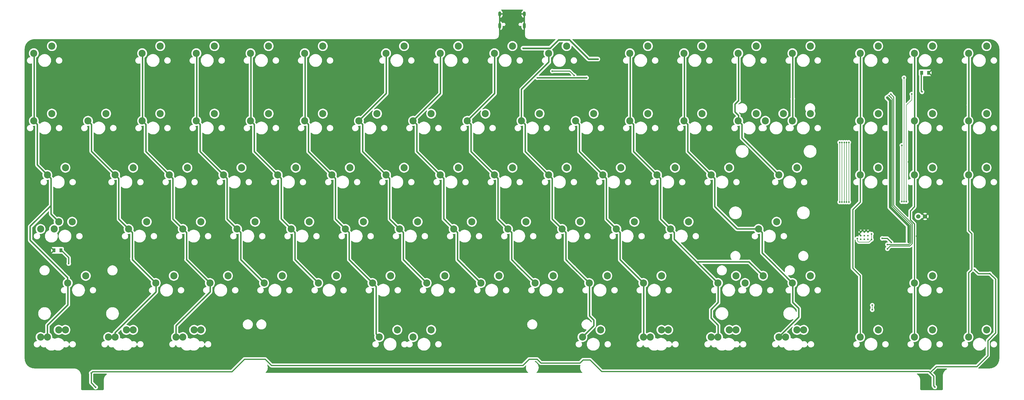
<source format=gbr>
%TF.GenerationSoftware,KiCad,Pcbnew,8.0.1*%
%TF.CreationDate,2025-07-07T19:41:59+09:00*%
%TF.ProjectId,lzIron_RP2040,6c7a4972-6f6e-45f5-9250-323034302e6b,rev?*%
%TF.SameCoordinates,Original*%
%TF.FileFunction,Copper,L2,Bot*%
%TF.FilePolarity,Positive*%
%FSLAX46Y46*%
G04 Gerber Fmt 4.6, Leading zero omitted, Abs format (unit mm)*
G04 Created by KiCad (PCBNEW 8.0.1) date 2025-07-07 19:41:59*
%MOMM*%
%LPD*%
G01*
G04 APERTURE LIST*
%TA.AperFunction,ComponentPad*%
%ADD10C,2.500000*%
%TD*%
%TA.AperFunction,ComponentPad*%
%ADD11C,0.600000*%
%TD*%
%TA.AperFunction,ComponentPad*%
%ADD12O,1.000000X2.100000*%
%TD*%
%TA.AperFunction,ComponentPad*%
%ADD13O,1.000000X1.800000*%
%TD*%
%TA.AperFunction,ComponentPad*%
%ADD14C,1.524000*%
%TD*%
%TA.AperFunction,SMDPad,CuDef*%
%ADD15R,1.000000X1.400000*%
%TD*%
%TA.AperFunction,ViaPad*%
%ADD16C,0.600000*%
%TD*%
%TA.AperFunction,Conductor*%
%ADD17C,0.400000*%
%TD*%
%TA.AperFunction,Conductor*%
%ADD18C,0.200000*%
%TD*%
%TA.AperFunction,Conductor*%
%ADD19C,0.900000*%
%TD*%
%TA.AperFunction,Conductor*%
%ADD20C,0.300000*%
%TD*%
%TA.AperFunction,Conductor*%
%ADD21C,0.500000*%
%TD*%
%TA.AperFunction,Conductor*%
%ADD22C,0.600000*%
%TD*%
G04 APERTURE END LIST*
D10*
%TO.P,MX21,1,1*%
%TO.N,Col4*%
X64001250Y-76010000D03*
%TO.P,MX21,2,2*%
%TO.N,Net-(D21-A)*%
X70351250Y-73470000D03*
%TD*%
%TO.P,MX82,1,1*%
%TO.N,Col5*%
X109245000Y-152210000D03*
X121151250Y-152210000D03*
%TO.P,MX82,2,2*%
%TO.N,Net-(D82-A)*%
X115595000Y-149670000D03*
X127501250Y-149670000D03*
%TD*%
%TO.P,MX69,1,1*%
%TO.N,Col4*%
X87813750Y-133160000D03*
%TO.P,MX69,2,2*%
%TO.N,Net-(D69-A)*%
X94163750Y-130620000D03*
%TD*%
%TO.P,MX8,1,1*%
%TO.N,Col8*%
X149726250Y-52197500D03*
%TO.P,MX8,2,2*%
%TO.N,Net-(D8-A)*%
X156076250Y-49657500D03*
%TD*%
%TO.P,MX47,1,1*%
%TO.N,Col12*%
X225926250Y-95060000D03*
%TO.P,MX47,2,2*%
%TO.N,Net-(D47-A)*%
X232276250Y-92520000D03*
%TD*%
%TO.P,MX75,1,1*%
%TO.N,Col10*%
X202113750Y-133160000D03*
%TO.P,MX75,2,2*%
%TO.N,Net-(D75-A)*%
X208463750Y-130620000D03*
%TD*%
%TO.P,MX81,1,1*%
%TO.N,Col2*%
X37807500Y-152210000D03*
X40188750Y-152210000D03*
%TO.P,MX81,2,2*%
%TO.N,Net-(D81-A)*%
X44157500Y-149670000D03*
X46538750Y-149670000D03*
%TD*%
%TO.P,MX12,1,1*%
%TO.N,Col13*%
X235451250Y-52197500D03*
%TO.P,MX12,2,2*%
%TO.N,Net-(D12-A)*%
X241801250Y-49657500D03*
%TD*%
%TO.P,MX35,1,1*%
%TO.N,Col0*%
X-7436250Y-95060000D03*
%TO.P,MX35,2,2*%
%TO.N,Net-(D35-A)*%
X-1086250Y-92520000D03*
%TD*%
%TO.P,MX56,1,1*%
%TO.N,Col4*%
X78288750Y-114110000D03*
%TO.P,MX56,2,2*%
%TO.N,Net-(D56-A)*%
X84638750Y-111570000D03*
%TD*%
%TO.P,MX85,1,1*%
%TO.N,Col11*%
X225926250Y-152210000D03*
X228307500Y-152210000D03*
%TO.P,MX85,2,2*%
%TO.N,Net-(D85-A)*%
X232276250Y-149670000D03*
X234657500Y-149670000D03*
%TD*%
%TO.P,MX73,1,1*%
%TO.N,Col8*%
X164013750Y-133160000D03*
%TO.P,MX73,2,2*%
%TO.N,Net-(D73-A)*%
X170363750Y-130620000D03*
%TD*%
%TO.P,MX74,1,1*%
%TO.N,Col9*%
X183063750Y-133160000D03*
%TO.P,MX74,2,2*%
%TO.N,Net-(D74-A)*%
X189413750Y-130620000D03*
%TD*%
%TO.P,MX1,1,1*%
%TO.N,Col0*%
X-12198750Y-52197500D03*
%TO.P,MX1,2,2*%
%TO.N,Net-(D1-A)*%
X-5848750Y-49657500D03*
%TD*%
%TO.P,MX63,1,1*%
%TO.N,Col11*%
X211638750Y-114110000D03*
%TO.P,MX63,2,2*%
%TO.N,Net-(D63-A)*%
X217988750Y-111570000D03*
%TD*%
%TO.P,MX44,1,1*%
%TO.N,Col9*%
X168776250Y-95060000D03*
%TO.P,MX44,2,2*%
%TO.N,Net-(D44-A)*%
X175126250Y-92520000D03*
%TD*%
%TO.P,MX62,1,1*%
%TO.N,Col10*%
X192588750Y-114110000D03*
%TO.P,MX62,2,2*%
%TO.N,Net-(D62-A)*%
X198938750Y-111570000D03*
%TD*%
%TO.P,MX18,1,1*%
%TO.N,Col1*%
X6851250Y-76010000D03*
%TO.P,MX18,2,2*%
%TO.N,Net-(D18-A)*%
X13201250Y-73470000D03*
%TD*%
%TO.P,MX83,1,1*%
%TO.N,Col9*%
X180682500Y-152210000D03*
%TO.P,MX83,2,2*%
%TO.N,Net-(D83-A)*%
X187032500Y-149670000D03*
%TD*%
%TO.P,MX64,1,1*%
%TO.N,Col12*%
X242595000Y-114110000D03*
%TO.P,MX64,2,2*%
%TO.N,Net-(D64-A)*%
X248945000Y-111570000D03*
%TD*%
%TO.P,MX52,1,1*%
%TO.N,Col0*%
X-5055000Y-114110000D03*
X-3467500Y-111570000D03*
%TO.P,MX52,2,2*%
%TO.N,Net-(D52-A)*%
X-9817500Y-114110000D03*
X1295000Y-111570000D03*
%TD*%
%TO.P,MX25,1,1*%
%TO.N,Col8*%
X140201250Y-76010000D03*
%TO.P,MX25,2,2*%
%TO.N,Net-(D25-A)*%
X146551250Y-73470000D03*
%TD*%
%TO.P,MX41,1,1*%
%TO.N,Col6*%
X111626250Y-95060000D03*
%TO.P,MX41,2,2*%
%TO.N,Net-(D41-A)*%
X117976250Y-92520000D03*
%TD*%
%TO.P,MX22,1,1*%
%TO.N,Col5*%
X83051250Y-76010000D03*
%TO.P,MX22,2,2*%
%TO.N,Net-(D22-A)*%
X89401250Y-73470000D03*
%TD*%
%TO.P,MX60,1,1*%
%TO.N,Col8*%
X154488750Y-114110000D03*
%TO.P,MX60,2,2*%
%TO.N,Net-(D60-A)*%
X160838750Y-111570000D03*
%TD*%
%TO.P,MX68,1,1*%
%TO.N,Col3*%
X68763750Y-133160000D03*
%TO.P,MX68,2,2*%
%TO.N,Net-(D68-A)*%
X75113750Y-130620000D03*
%TD*%
%TO.P,MX80,1,1*%
%TO.N,Col1*%
X13995000Y-152210000D03*
X16376250Y-152210000D03*
%TO.P,MX80,2,2*%
%TO.N,Net-(D80-A)*%
X20345000Y-149670000D03*
X22726250Y-149670000D03*
%TD*%
%TO.P,MX30,1,1*%
%TO.N,Col13*%
X235451250Y-76010000D03*
%TO.P,MX30,2,2*%
%TO.N,Net-(D30-A)*%
X241801250Y-73470000D03*
%TD*%
%TO.P,MX61,1,1*%
%TO.N,Col9*%
X173538750Y-114110000D03*
%TO.P,MX61,2,2*%
%TO.N,Net-(D61-A)*%
X179888750Y-111570000D03*
%TD*%
%TO.P,MX54,1,1*%
%TO.N,Col2*%
X40188750Y-114110000D03*
%TO.P,MX54,2,2*%
%TO.N,Net-(D54-A)*%
X46538750Y-111570000D03*
%TD*%
%TO.P,MX78,1,1*%
%TO.N,Col16*%
X297363750Y-133160000D03*
%TO.P,MX78,2,2*%
%TO.N,Net-(D78-A)*%
X303713750Y-130620000D03*
%TD*%
%TO.P,MX24,1,1*%
%TO.N,Col7*%
X121151250Y-76010000D03*
%TO.P,MX24,2,2*%
%TO.N,Net-(D24-A)*%
X127501250Y-73470000D03*
%TD*%
%TO.P,MX51,1,1*%
%TO.N,Col17*%
X316413750Y-95060000D03*
%TO.P,MX51,2,2*%
%TO.N,Net-(D51-A)*%
X322763750Y-92520000D03*
%TD*%
%TO.P,MX48,1,1*%
%TO.N,Col13*%
X249738750Y-95060000D03*
%TO.P,MX48,2,2*%
%TO.N,Net-(D48-A)*%
X256088750Y-92520000D03*
%TD*%
%TO.P,MX26,1,1*%
%TO.N,Col9*%
X159251250Y-76010000D03*
%TO.P,MX26,2,2*%
%TO.N,Net-(D26-A)*%
X165601250Y-73470000D03*
%TD*%
%TO.P,MX17,1,1*%
%TO.N,Col0*%
X-12198750Y-76010000D03*
%TO.P,MX17,2,2*%
%TO.N,Net-(D17-A)*%
X-5848750Y-73470000D03*
%TD*%
%TO.P,MX67,1,1*%
%TO.N,Col2*%
X49713750Y-133160000D03*
%TO.P,MX67,2,2*%
%TO.N,Net-(D67-A)*%
X56063750Y-130620000D03*
%TD*%
%TO.P,MX29,1,1*%
%TO.N,Col12*%
X216401250Y-76010000D03*
%TO.P,MX29,2,2*%
%TO.N,Net-(D29-A)*%
X222751250Y-73470000D03*
%TD*%
%TO.P,MX87,1,1*%
%TO.N,Col15*%
X278313750Y-152210000D03*
%TO.P,MX87,2,2*%
%TO.N,Net-(D87-A)*%
X284663750Y-149670000D03*
%TD*%
%TO.P,MX5,1,1*%
%TO.N,Col5*%
X83051250Y-52197500D03*
%TO.P,MX5,2,2*%
%TO.N,Net-(D5-A)*%
X89401250Y-49657500D03*
%TD*%
%TO.P,MX15,1,1*%
%TO.N,Col16*%
X297363750Y-52197500D03*
%TO.P,MX15,2,2*%
%TO.N,Net-(D15-A)*%
X303713750Y-49657500D03*
%TD*%
%TO.P,MX86,1,1*%
%TO.N,Col12*%
X249738750Y-152210000D03*
X252120000Y-152210000D03*
%TO.P,MX86,2,2*%
%TO.N,Net-(D86-A)*%
X256088750Y-149670000D03*
X258470000Y-149670000D03*
%TD*%
%TO.P,MX55,1,1*%
%TO.N,Col3*%
X59238750Y-114110000D03*
%TO.P,MX55,2,2*%
%TO.N,Net-(D55-A)*%
X65588750Y-111570000D03*
%TD*%
%TO.P,MX84,1,1*%
%TO.N,Col10*%
X202113750Y-152210000D03*
X204495000Y-152210000D03*
%TO.P,MX84,2,2*%
%TO.N,Net-(D84-A)*%
X208463750Y-149670000D03*
X210845000Y-149670000D03*
%TD*%
%TO.P,MX53,1,1*%
%TO.N,Col1*%
X21138750Y-114110000D03*
%TO.P,MX53,2,2*%
%TO.N,Net-(D53-A)*%
X27488750Y-111570000D03*
%TD*%
%TO.P,MX79,1,1*%
%TO.N,Col0*%
X-9817500Y-152210000D03*
X-7436250Y-152210000D03*
%TO.P,MX79,2,2*%
%TO.N,Net-(D79-A)*%
X-3467500Y-149670000D03*
X-1086250Y-149670000D03*
%TD*%
%TO.P,MX14,1,1*%
%TO.N,Col15*%
X278313750Y-52197500D03*
%TO.P,MX14,2,2*%
%TO.N,Net-(D14-A)*%
X284663750Y-49657500D03*
%TD*%
%TO.P,MX10,1,1*%
%TO.N,Col11*%
X197351250Y-52197500D03*
%TO.P,MX10,2,2*%
%TO.N,Net-(D10-A)*%
X203701250Y-49657500D03*
%TD*%
%TO.P,MX2,1,1*%
%TO.N,Col2*%
X25901250Y-52197500D03*
%TO.P,MX2,2,2*%
%TO.N,Net-(D2-A)*%
X32251250Y-49657500D03*
%TD*%
%TO.P,MX7,1,1*%
%TO.N,Col7*%
X130676250Y-52197500D03*
%TO.P,MX7,2,2*%
%TO.N,Net-(D7-A)*%
X137026250Y-49657500D03*
%TD*%
%TO.P,MX31,1,1*%
%TO.N,Col14*%
X244976250Y-76010000D03*
X254501250Y-76010000D03*
%TO.P,MX31,2,2*%
%TO.N,Net-(D31-A)*%
X251326250Y-73470000D03*
X260851250Y-73470000D03*
%TD*%
%TO.P,MX77,1,1*%
%TO.N,Col12*%
X254501250Y-133160000D03*
%TO.P,MX77,2,2*%
%TO.N,Net-(D77-A)*%
X260851250Y-130620000D03*
%TD*%
%TO.P,MX57,1,1*%
%TO.N,Col5*%
X97338750Y-114110000D03*
%TO.P,MX57,2,2*%
%TO.N,Net-(D57-A)*%
X103688750Y-111570000D03*
%TD*%
%TO.P,MX20,1,1*%
%TO.N,Col3*%
X44951250Y-76010000D03*
%TO.P,MX20,2,2*%
%TO.N,Net-(D20-A)*%
X51301250Y-73470000D03*
%TD*%
%TO.P,MX16,1,1*%
%TO.N,Col17*%
X316413750Y-52197500D03*
%TO.P,MX16,2,2*%
%TO.N,Net-(D16-A)*%
X322763750Y-49657500D03*
%TD*%
%TO.P,MX58,1,1*%
%TO.N,Col6*%
X116388750Y-114110000D03*
%TO.P,MX58,2,2*%
%TO.N,Net-(D58-A)*%
X122738750Y-111570000D03*
%TD*%
%TO.P,MX89,1,1*%
%TO.N,Col17*%
X316413750Y-152210000D03*
%TO.P,MX89,2,2*%
%TO.N,Net-(D89-A)*%
X322763750Y-149670000D03*
%TD*%
%TO.P,MX46,1,1*%
%TO.N,Col11*%
X206876250Y-95060000D03*
%TO.P,MX46,2,2*%
%TO.N,Net-(D46-A)*%
X213226250Y-92520000D03*
%TD*%
%TO.P,MX34,1,1*%
%TO.N,Col17*%
X316413750Y-76010000D03*
%TO.P,MX34,2,2*%
%TO.N,Net-(D34-A)*%
X322763750Y-73470000D03*
%TD*%
%TO.P,MX40,1,1*%
%TO.N,Col5*%
X92576250Y-95060000D03*
%TO.P,MX40,2,2*%
%TO.N,Net-(D40-A)*%
X98926250Y-92520000D03*
%TD*%
D11*
%TO.P,U3,57,GND*%
%TO.N,GND*%
X281087500Y-115187500D03*
X279812500Y-115187500D03*
X278537500Y-115187500D03*
X281087500Y-116462500D03*
X279812500Y-116462500D03*
X278537500Y-116462500D03*
X281087500Y-117737500D03*
X279812500Y-117737500D03*
X278537500Y-117737500D03*
%TD*%
D10*
%TO.P,MX59,1,1*%
%TO.N,Col7*%
X135438750Y-114110000D03*
%TO.P,MX59,2,2*%
%TO.N,Net-(D59-A)*%
X141788750Y-111570000D03*
%TD*%
%TO.P,MX19,1,1*%
%TO.N,Col2*%
X25901250Y-76010000D03*
%TO.P,MX19,2,2*%
%TO.N,Net-(D19-A)*%
X32251250Y-73470000D03*
%TD*%
%TO.P,MX28,1,1*%
%TO.N,Col11*%
X197351250Y-76010000D03*
%TO.P,MX28,2,2*%
%TO.N,Net-(D28-A)*%
X203701250Y-73470000D03*
%TD*%
%TO.P,MX76,1,1*%
%TO.N,Col11*%
X228307500Y-133160000D03*
X244182500Y-130620000D03*
%TO.P,MX76,2,2*%
%TO.N,Net-(D76-A)*%
X234657500Y-130620000D03*
X237832500Y-133160000D03*
%TD*%
%TO.P,MX72,1,1*%
%TO.N,Col7*%
X144963750Y-133160000D03*
%TO.P,MX72,2,2*%
%TO.N,Net-(D72-A)*%
X151313750Y-130620000D03*
%TD*%
%TO.P,MX33,1,1*%
%TO.N,Col16*%
X297363750Y-76010000D03*
%TO.P,MX33,2,2*%
%TO.N,Net-(D33-A)*%
X303713750Y-73470000D03*
%TD*%
%TO.P,MX32,1,1*%
%TO.N,Col15*%
X278313750Y-76010000D03*
%TO.P,MX32,2,2*%
%TO.N,Net-(D32-A)*%
X284663750Y-73470000D03*
%TD*%
%TO.P,MX49,1,1*%
%TO.N,Col15*%
X278313750Y-95060000D03*
%TO.P,MX49,2,2*%
%TO.N,Net-(D49-A)*%
X284663750Y-92520000D03*
%TD*%
%TO.P,MX88,1,1*%
%TO.N,Col16*%
X297363750Y-152210000D03*
%TO.P,MX88,2,2*%
%TO.N,Net-(D88-A)*%
X303713750Y-149670000D03*
%TD*%
%TO.P,MX4,1,1*%
%TO.N,Col4*%
X64001250Y-52197500D03*
%TO.P,MX4,2,2*%
%TO.N,Net-(D4-A)*%
X70351250Y-49657500D03*
%TD*%
%TO.P,MX23,1,1*%
%TO.N,Col6*%
X102101250Y-76010000D03*
%TO.P,MX23,2,2*%
%TO.N,Net-(D23-A)*%
X108451250Y-73470000D03*
%TD*%
%TO.P,MX39,1,1*%
%TO.N,Col4*%
X73526250Y-95060000D03*
%TO.P,MX39,2,2*%
%TO.N,Net-(D39-A)*%
X79876250Y-92520000D03*
%TD*%
%TO.P,MX27,1,1*%
%TO.N,Col10*%
X178301250Y-76010000D03*
%TO.P,MX27,2,2*%
%TO.N,Net-(D27-A)*%
X184651250Y-73470000D03*
%TD*%
%TO.P,MX3,1,1*%
%TO.N,Col3*%
X44951250Y-52197500D03*
%TO.P,MX3,2,2*%
%TO.N,Net-(D3-A)*%
X51301250Y-49657500D03*
%TD*%
%TO.P,MX66,1,1*%
%TO.N,Col1*%
X30663750Y-133160000D03*
%TO.P,MX66,2,2*%
%TO.N,Net-(D66-A)*%
X37013750Y-130620000D03*
%TD*%
%TO.P,MX43,1,1*%
%TO.N,Col8*%
X149726250Y-95060000D03*
%TO.P,MX43,2,2*%
%TO.N,Net-(D43-A)*%
X156076250Y-92520000D03*
%TD*%
D12*
%TO.P,J1,S1,SHIELD*%
%TO.N,GND*%
X160245000Y-42515000D03*
D13*
X160245000Y-38335000D03*
D12*
X151605000Y-42515000D03*
D13*
X151605000Y-38335000D03*
%TD*%
D10*
%TO.P,MX13,1,1*%
%TO.N,Col14*%
X254501250Y-52197500D03*
%TO.P,MX13,2,2*%
%TO.N,Net-(D13-A)*%
X260851250Y-49657500D03*
%TD*%
%TO.P,MX36,1,1*%
%TO.N,Col1*%
X16376250Y-95060000D03*
%TO.P,MX36,2,2*%
%TO.N,Net-(D36-A)*%
X22726250Y-92520000D03*
%TD*%
%TO.P,MX65,1,1*%
%TO.N,Col0*%
X-292500Y-133160000D03*
%TO.P,MX65,2,2*%
%TO.N,Net-(D65-A)*%
X6057500Y-130620000D03*
%TD*%
%TO.P,MX9,1,1*%
%TO.N,Col9*%
X168776250Y-52197500D03*
%TO.P,MX9,2,2*%
%TO.N,Net-(D9-A)*%
X175126250Y-49657500D03*
%TD*%
%TO.P,MX6,1,1*%
%TO.N,Col6*%
X111626250Y-52197500D03*
%TO.P,MX6,2,2*%
%TO.N,Net-(D6-A)*%
X117976250Y-49657500D03*
%TD*%
D14*
%TO.P,BOOTSEL1,1,1*%
%TO.N,GND*%
X301125000Y-109697904D03*
%TO.P,BOOTSEL1,2,2*%
%TO.N,Net-(BOOTSEL1-Pad2)*%
X298725000Y-109697904D03*
%TD*%
D10*
%TO.P,MX70,1,1*%
%TO.N,Col5*%
X106863750Y-133160000D03*
%TO.P,MX70,2,2*%
%TO.N,Net-(D70-A)*%
X113213750Y-130620000D03*
%TD*%
%TO.P,MX45,1,1*%
%TO.N,Col10*%
X187826250Y-95060000D03*
%TO.P,MX45,2,2*%
%TO.N,Net-(D45-A)*%
X194176250Y-92520000D03*
%TD*%
%TO.P,MX71,1,1*%
%TO.N,Col6*%
X125913750Y-133160000D03*
%TO.P,MX71,2,2*%
%TO.N,Net-(D71-A)*%
X132263750Y-130620000D03*
%TD*%
%TO.P,MX38,1,1*%
%TO.N,Col3*%
X54476250Y-95060000D03*
%TO.P,MX38,2,2*%
%TO.N,Net-(D38-A)*%
X60826250Y-92520000D03*
%TD*%
%TO.P,MX11,1,1*%
%TO.N,Col12*%
X216401250Y-52197500D03*
%TO.P,MX11,2,2*%
%TO.N,Net-(D11-A)*%
X222751250Y-49657500D03*
%TD*%
%TO.P,MX42,1,1*%
%TO.N,Col7*%
X130676250Y-95060000D03*
%TO.P,MX42,2,2*%
%TO.N,Net-(D42-A)*%
X137026250Y-92520000D03*
%TD*%
%TO.P,MX50,1,1*%
%TO.N,Col16*%
X297363750Y-95060000D03*
%TO.P,MX50,2,2*%
%TO.N,Net-(D50-A)*%
X303713750Y-92520000D03*
%TD*%
%TO.P,MX37,1,1*%
%TO.N,Col2*%
X35426250Y-95060000D03*
%TO.P,MX37,2,2*%
%TO.N,Net-(D37-A)*%
X41776250Y-92520000D03*
%TD*%
D15*
%TO.P,D92,1,K*%
%TO.N,GND*%
X-5124999Y-121675000D03*
%TO.P,D92,2,A*%
%TO.N,Net-(D92-A)*%
X-2625001Y-121675000D03*
%TD*%
%TO.P,D90,1,K*%
%TO.N,GND*%
X302425000Y-59075000D03*
%TO.P,D90,2,A*%
%TO.N,Net-(D90-A)*%
X299925000Y-59075000D03*
%TD*%
D16*
%TO.N,GND*%
X119062500Y-128587500D03*
X300037500Y-90487500D03*
X323850000Y-52387500D03*
X111918750Y-164306250D03*
X5525000Y-169925000D03*
X100012500Y-128587500D03*
X266700000Y-109537500D03*
X176212500Y-128587500D03*
X214312500Y-133350000D03*
X290512500Y-52387500D03*
X11300000Y-166400000D03*
X123825000Y-90487500D03*
X57150000Y-71437500D03*
X298175000Y-116700000D03*
X28575000Y-90487500D03*
X316275000Y-124825000D03*
X95250000Y-71437500D03*
X276225000Y-80962500D03*
X300550000Y-163225000D03*
X323850000Y-161925000D03*
X247650000Y-52387500D03*
X282750000Y-109000000D03*
X280987500Y-128587500D03*
X309562500Y-71437500D03*
X80962500Y-128587500D03*
X154325000Y-46000000D03*
X195262500Y-133350000D03*
X76200000Y-147637500D03*
X138112500Y-128587500D03*
X278350000Y-109000000D03*
X306325000Y-166300000D03*
X33337500Y-109537500D03*
X123825000Y-52387500D03*
X19050000Y-128587500D03*
X290512500Y-147637500D03*
X66675000Y-90487500D03*
X228600000Y-52387500D03*
X171450000Y-147637500D03*
X261937500Y-90487500D03*
X185737500Y-109537500D03*
X176212500Y-159543750D03*
X176212500Y-164306250D03*
X128587500Y-109537500D03*
X319087500Y-133350000D03*
X278400000Y-123375000D03*
X247650000Y-133350000D03*
X152400000Y-71437500D03*
X323850000Y-142875000D03*
X9525000Y-109537500D03*
X323850000Y-133350000D03*
X209550000Y-52387500D03*
X325425000Y-126600000D03*
X271025000Y-117100000D03*
X309562500Y-90487500D03*
X309562500Y-128587500D03*
X287025000Y-118400000D03*
X272500000Y-117825000D03*
X166687500Y-109537500D03*
X142875000Y-52387500D03*
X88106250Y-159543750D03*
X283900000Y-123300000D03*
X200025000Y-90487500D03*
X57150000Y-147637500D03*
X269450000Y-119300000D03*
X266700000Y-147637500D03*
X289675000Y-113725000D03*
X219075000Y-147637500D03*
X242887500Y-71437500D03*
X61912500Y-128587500D03*
X142875000Y-164306250D03*
X180975000Y-90487500D03*
X319087500Y-142875000D03*
X123825000Y-147637500D03*
X316275000Y-120850000D03*
X73818750Y-164306250D03*
X138112500Y-147637500D03*
X171450000Y-71437500D03*
X142875000Y-90487500D03*
X195262500Y-147637500D03*
X147637500Y-109537500D03*
X282925000Y-123325000D03*
X300550000Y-169800000D03*
X257175000Y-71437500D03*
X47625000Y-90487500D03*
X157162500Y-128587500D03*
X19050000Y-52387500D03*
X204787500Y-109537500D03*
X276225000Y-90487500D03*
X321925000Y-120850000D03*
X252412500Y-109537500D03*
X190500000Y-71437500D03*
X9525000Y-147637500D03*
X38100000Y-71437500D03*
X142875000Y-159543750D03*
X76200000Y-52387500D03*
X90487500Y-147637500D03*
X238125000Y-109537500D03*
X238125000Y-90487500D03*
X71437500Y-109537500D03*
X133350000Y-71437500D03*
X242887500Y-147637500D03*
X42862500Y-128587500D03*
X0Y-71437500D03*
X219075000Y-71437500D03*
X109537500Y-109537500D03*
X114300000Y-71437500D03*
X288625000Y-113750000D03*
X266700000Y-52387500D03*
X33337500Y-147637500D03*
X157162500Y-147637500D03*
X104775000Y-147637500D03*
X111918750Y-159543750D03*
X76200000Y-71437500D03*
X19050000Y-71437500D03*
X73818750Y-159543750D03*
X161925000Y-90487500D03*
X52387500Y-109537500D03*
X190500000Y-52387500D03*
X290512500Y-128587500D03*
X90487500Y-109537500D03*
X38100000Y-52387500D03*
X14287500Y-109537500D03*
X4762500Y-90487500D03*
X0Y-52387500D03*
X88106250Y-164306250D03*
X284825000Y-123300000D03*
X57150000Y-52387500D03*
X104775000Y-90487500D03*
X95250000Y-52387500D03*
X219075000Y-90487500D03*
X223837500Y-109537500D03*
X85725000Y-90487500D03*
X270750000Y-115725000D03*
X285775000Y-123275000D03*
X209550000Y-71437500D03*
X272500000Y-116875000D03*
X290800000Y-113700000D03*
X266700000Y-128587500D03*
X295275000Y-90487500D03*
%TO.N,+3V3*%
X289225000Y-118825000D03*
X286070000Y-117450000D03*
%TO.N,+1V1*%
X277312500Y-117486866D03*
X282312500Y-115899311D03*
X282312500Y-117831529D03*
%TO.N,VBUS*%
X9550000Y-169900000D03*
X323925000Y-129875000D03*
X304575000Y-169825000D03*
X302925000Y-164780000D03*
X318505000Y-128475000D03*
X295325000Y-118725000D03*
X287825000Y-67825000D03*
X7975000Y-164905000D03*
%TO.N,Net-(D90-A)*%
X300075000Y-65800000D03*
%TO.N,DP*%
X288500000Y-67150000D03*
X287900000Y-119625000D03*
%TO.N,DM*%
X177781739Y-60018261D03*
X170075000Y-58493749D03*
X289065687Y-66584313D03*
X287900000Y-121125000D03*
%TO.N,Col4*%
X80351875Y-125698125D03*
%TO.N,Col11*%
X239262500Y-125700000D03*
%TO.N,Col3*%
X60901875Y-125298125D03*
%TO.N,Col0*%
X-4275000Y-127325000D03*
%TO.N,Col10*%
X197051875Y-128098125D03*
%TO.N,Col9*%
X177614375Y-127710625D03*
%TO.N,Row1*%
X292950000Y-104500000D03*
X292950000Y-84637500D03*
%TO.N,Col7*%
X138739375Y-126935625D03*
%TO.N,Row0*%
X164775000Y-60825000D03*
X293750000Y-104500000D03*
X293725000Y-60825000D03*
X182125000Y-60825000D03*
%TO.N,Col8*%
X158151875Y-127298125D03*
%TO.N,Col2*%
X41498750Y-124887500D03*
%TO.N,Col14*%
X271925000Y-83600000D03*
X254606250Y-68225000D03*
X271925000Y-104650000D03*
%TO.N,Col13*%
X271125000Y-83600000D03*
X271125000Y-104650000D03*
X235556250Y-68943750D03*
%TO.N,Col5*%
X99826875Y-126123125D03*
%TO.N,Col1*%
X22448750Y-124487500D03*
%TO.N,Col6*%
X119264375Y-126510625D03*
%TO.N,Col12*%
X246808125Y-125466875D03*
%TO.N,Row5*%
X282575000Y-142600000D03*
X282575000Y-141000000D03*
%TO.N,Col15*%
X274325000Y-104650000D03*
X274325000Y-83600000D03*
%TO.N,Col16*%
X297468750Y-71025000D03*
X273525000Y-104650000D03*
X273525000Y-83600000D03*
%TO.N,Col17*%
X316518750Y-70400000D03*
X272725000Y-83600000D03*
X272725000Y-104650000D03*
%TO.N,Net-(D92-A)*%
X75000Y-126325000D03*
%TO.N,VBUS_C*%
X186112500Y-54250000D03*
X159782141Y-50442859D03*
%TO.N,Net-(U3-GPIO3)*%
X294550000Y-104500000D03*
X296450000Y-66575000D03*
%TD*%
D17*
%TO.N,+3V3*%
X289225000Y-118825000D02*
X287850000Y-117450000D01*
X287850000Y-117450000D02*
X286070000Y-117450000D01*
D18*
%TO.N,+1V1*%
X277825000Y-118775000D02*
X281369029Y-118775000D01*
X281369029Y-118775000D02*
X282312500Y-117831529D01*
X282312500Y-115899311D02*
X282312500Y-117831529D01*
X277312500Y-117486866D02*
X277312500Y-118262500D01*
X277312500Y-118262500D02*
X277825000Y-118775000D01*
D19*
%TO.N,VBUS*%
X295325000Y-112900000D02*
X288825000Y-106400000D01*
D17*
X166050000Y-161350000D02*
X164700000Y-160000000D01*
D19*
X295325000Y-118725000D02*
X295325000Y-112900000D01*
D17*
X323175000Y-158750000D02*
X323175000Y-153450000D01*
X69125000Y-160000000D02*
X61850000Y-160000000D01*
X9550000Y-169900000D02*
X7975000Y-168325000D01*
X325900000Y-150725000D02*
X325900000Y-131850000D01*
X71375000Y-162250000D02*
X69125000Y-160000000D01*
X325900000Y-131850000D02*
X323925000Y-129875000D01*
X164700000Y-160000000D02*
X161950000Y-160000000D01*
D19*
X288825000Y-106400000D02*
X288825000Y-68825000D01*
D17*
X302925000Y-164780000D02*
X302495000Y-164350000D01*
X323175000Y-153450000D02*
X325900000Y-150725000D01*
X305105000Y-162600000D02*
X319325000Y-162600000D01*
X319325000Y-162600000D02*
X323175000Y-158750000D01*
X161950000Y-160000000D02*
X159700000Y-162250000D01*
X302925000Y-164780000D02*
X305105000Y-162600000D01*
X319905000Y-129875000D02*
X318505000Y-128475000D01*
X304125000Y-165980000D02*
X304125000Y-169375000D01*
X304125000Y-169375000D02*
X304575000Y-169825000D01*
X183350000Y-160250000D02*
X180900000Y-160250000D01*
X8455000Y-164425000D02*
X7975000Y-164905000D01*
X323925000Y-129875000D02*
X319905000Y-129875000D01*
X61850000Y-160000000D02*
X57425000Y-164425000D01*
X57425000Y-164425000D02*
X8455000Y-164425000D01*
X302495000Y-164350000D02*
X187450000Y-164350000D01*
X187450000Y-164350000D02*
X183350000Y-160250000D01*
X302925000Y-164780000D02*
X304125000Y-165980000D01*
D19*
X288825000Y-68825000D02*
X287825000Y-67825000D01*
D17*
X7975000Y-168325000D02*
X7975000Y-164905000D01*
X179800000Y-161350000D02*
X166050000Y-161350000D01*
X159700000Y-162250000D02*
X71375000Y-162250000D01*
X180900000Y-160250000D02*
X179800000Y-161350000D01*
%TO.N,Net-(D90-A)*%
X299775000Y-65500000D02*
X299775000Y-59075000D01*
X300075000Y-65800000D02*
X299775000Y-65500000D01*
D20*
%TO.N,DP*%
X296125000Y-119056371D02*
X295556371Y-119625000D01*
X289625000Y-68275000D02*
X289625000Y-106068630D01*
X289625000Y-106068630D02*
X296125000Y-112568629D01*
X296125000Y-112568629D02*
X296125000Y-119056371D01*
X295556371Y-119625000D02*
X287900000Y-119625000D01*
X288500000Y-67150000D02*
X289625000Y-68275000D01*
%TO.N,DM*%
X176257227Y-58493749D02*
X177781739Y-60018261D01*
X288900000Y-120125000D02*
X287900000Y-121125000D01*
X296625000Y-119263477D02*
X295763477Y-120125000D01*
X295763477Y-120125000D02*
X288900000Y-120125000D01*
X296625000Y-112361523D02*
X296625000Y-119263477D01*
X289065687Y-66584313D02*
X290125000Y-67643626D01*
X290125000Y-67643626D02*
X290125000Y-105861524D01*
X170075000Y-58493749D02*
X176257227Y-58493749D01*
X290125000Y-105861524D02*
X296625000Y-112361523D01*
D21*
%TO.N,Col4*%
X74776249Y-96309999D02*
X74776249Y-110597499D01*
X64001250Y-76010000D02*
X65311250Y-77320000D01*
X79598750Y-115420000D02*
X79598750Y-124945000D01*
X65311250Y-86845000D02*
X73526250Y-95060000D01*
X79598750Y-124945000D02*
X80351875Y-125698125D01*
X80351875Y-125698125D02*
X87813750Y-133160000D01*
X64106250Y-52302500D02*
X64106250Y-75905000D01*
X64001250Y-52197500D02*
X64106250Y-52302500D01*
X78288750Y-114110000D02*
X79598750Y-115420000D01*
X65311250Y-77320000D02*
X65311250Y-86845000D01*
X74776249Y-110597499D02*
X78288750Y-114110000D01*
X64106250Y-75905000D02*
X64001250Y-76010000D01*
X73526250Y-95060000D02*
X74776249Y-96309999D01*
%TO.N,Col11*%
X223348750Y-128201250D02*
X228307500Y-133160000D01*
X212948750Y-117801250D02*
X223348750Y-128201250D01*
X228412500Y-148075000D02*
X228412500Y-152105000D01*
X228412500Y-140062500D02*
X225900000Y-142575000D01*
X197351250Y-76010000D02*
X198661250Y-77320000D01*
X212948750Y-115420000D02*
X212948750Y-117801250D01*
X198661250Y-86845000D02*
X206876250Y-95060000D01*
X228412500Y-133265000D02*
X228412500Y-140062500D01*
X197351250Y-52197500D02*
X197456250Y-52302500D01*
X197456250Y-52302500D02*
X197456250Y-75905000D01*
X228307500Y-133160000D02*
X228412500Y-133265000D01*
X197456250Y-75905000D02*
X197351250Y-76010000D01*
X239262500Y-125700000D02*
X220847500Y-125700000D01*
X244182500Y-130620000D02*
X239262500Y-125700000D01*
X208186250Y-96370000D02*
X208186250Y-110657500D01*
X225900000Y-142575000D02*
X225900000Y-145562500D01*
X225900000Y-145562500D02*
X228412500Y-148075000D01*
X211638750Y-114110000D02*
X212948750Y-115420000D01*
X228412500Y-152105000D02*
X228307500Y-152210000D01*
X220847500Y-125700000D02*
X220836250Y-125688750D01*
X208186250Y-110657500D02*
X211638750Y-114110000D01*
X198661250Y-77320000D02*
X198661250Y-86845000D01*
X206876250Y-95060000D02*
X208186250Y-96370000D01*
%TO.N,Col3*%
X59238750Y-114110000D02*
X60548750Y-115420000D01*
X44951250Y-52197500D02*
X45056250Y-52302500D01*
X45056250Y-52302500D02*
X45056250Y-75905000D01*
X45056250Y-75905000D02*
X44951250Y-76010000D01*
X44951250Y-76010000D02*
X46261250Y-77320000D01*
X60548750Y-124945000D02*
X60901875Y-125298125D01*
X60548750Y-115420000D02*
X60548750Y-124945000D01*
X55786250Y-96370000D02*
X55786250Y-110657500D01*
X46261250Y-86845000D02*
X54476250Y-95060000D01*
X46261250Y-77320000D02*
X46261250Y-86845000D01*
X60901875Y-125298125D02*
X68763750Y-133160000D01*
X55786250Y-110657500D02*
X59238750Y-114110000D01*
X54476250Y-95060000D02*
X55786250Y-96370000D01*
%TO.N,Col0*%
X-13475000Y-118125000D02*
X-13475000Y-113223750D01*
X-187500Y-140851250D02*
X-7436250Y-148100000D01*
X-13475000Y-113223750D02*
X-6126250Y-105875000D01*
X-10948751Y-77259999D02*
X-10948751Y-91547499D01*
X-12198750Y-76010000D02*
X-10948751Y-77259999D01*
X-12093750Y-52302500D02*
X-12093750Y-75905000D01*
X-6126250Y-105875000D02*
X-6126250Y-108911250D01*
X-292500Y-133160000D02*
X-187500Y-133265000D01*
X-7436250Y-148100000D02*
X-7436250Y-152210000D01*
X-6126250Y-108911250D02*
X-3467500Y-111570000D01*
X-187500Y-133265000D02*
X-187500Y-140851250D01*
X-4275000Y-127325000D02*
X-13475000Y-118125000D01*
X-12093750Y-75905000D02*
X-12198750Y-76010000D01*
X-12198750Y-52197500D02*
X-12093750Y-52302500D01*
X-7436250Y-95060000D02*
X-6126250Y-96370000D01*
X-4275000Y-127325000D02*
X-292500Y-131307500D01*
X-292500Y-131307500D02*
X-292500Y-133160000D01*
X-6126250Y-96370000D02*
X-6126250Y-105875000D01*
X-10948751Y-91547499D02*
X-7436250Y-95060000D01*
%TO.N,Col10*%
X187826250Y-95060000D02*
X189136250Y-96370000D01*
X202218750Y-133265000D02*
X202218750Y-152105000D01*
X197051875Y-128098125D02*
X202113750Y-133160000D01*
X178301250Y-76010000D02*
X179611250Y-77320000D01*
X202218750Y-152105000D02*
X202113750Y-152210000D01*
X179611250Y-86845000D02*
X187826250Y-95060000D01*
X189136250Y-96370000D02*
X189136250Y-110657500D01*
X179611250Y-77320000D02*
X179611250Y-86845000D01*
X189136250Y-110657500D02*
X192588750Y-114110000D01*
X192588750Y-114110000D02*
X193898750Y-115420000D01*
X202113750Y-133160000D02*
X202218750Y-133265000D01*
X193898750Y-124945000D02*
X197051875Y-128098125D01*
X193898750Y-115420000D02*
X193898750Y-124945000D01*
%TO.N,Col9*%
X160561250Y-86845000D02*
X168776250Y-95060000D01*
X183168750Y-144743750D02*
X183168750Y-133265000D01*
X170086250Y-110657500D02*
X173538750Y-114110000D01*
X184675000Y-148217500D02*
X184675000Y-146250000D01*
X168881250Y-55307044D02*
X168881250Y-52302500D01*
X159251250Y-64937044D02*
X168881250Y-55307044D01*
X159251250Y-76010000D02*
X160561250Y-77320000D01*
X184675000Y-146250000D02*
X183168750Y-144743750D01*
X168776250Y-95060000D02*
X170086250Y-96370000D01*
X159251250Y-76010000D02*
X159251250Y-64937044D01*
X173538750Y-114110000D02*
X174848750Y-115420000D01*
X183168750Y-133265000D02*
X183063750Y-133160000D01*
X174848750Y-124945000D02*
X177614375Y-127710625D01*
X180682500Y-152210000D02*
X184675000Y-148217500D01*
X160561250Y-77320000D02*
X160561250Y-86845000D01*
X174848750Y-115420000D02*
X174848750Y-124945000D01*
X177614375Y-127710625D02*
X183063750Y-133160000D01*
X170086250Y-96370000D02*
X170086250Y-110657500D01*
X168881250Y-52302500D02*
X168776250Y-52197500D01*
D18*
%TO.N,Row1*%
X292950000Y-104500000D02*
X292950000Y-84637500D01*
D21*
%TO.N,Col7*%
X136748750Y-124945000D02*
X138739375Y-126935625D01*
X136748750Y-115420000D02*
X136748750Y-124945000D01*
X130781250Y-52302500D02*
X130781250Y-66380000D01*
X131926249Y-96309999D02*
X131926249Y-110597499D01*
X131926249Y-110597499D02*
X135438750Y-114110000D01*
X121151250Y-76010000D02*
X122461250Y-77320000D01*
X138739375Y-126935625D02*
X144963750Y-133160000D01*
X122461250Y-86845000D02*
X130676250Y-95060000D01*
X130676250Y-95060000D02*
X131926249Y-96309999D01*
X135438750Y-114110000D02*
X136748750Y-115420000D01*
X122461250Y-77320000D02*
X122461250Y-86845000D01*
X130676250Y-52197500D02*
X130781250Y-52302500D01*
X130781250Y-66380000D02*
X121151250Y-76010000D01*
D18*
%TO.N,Row0*%
X293750000Y-60850000D02*
X293750000Y-104500000D01*
D21*
X182125000Y-60825000D02*
X164775000Y-60825000D01*
D18*
X293725000Y-60825000D02*
X293750000Y-60850000D01*
D21*
%TO.N,Col8*%
X158151875Y-127298125D02*
X164013750Y-133160000D01*
X151036250Y-110657500D02*
X154488750Y-114110000D01*
X149726250Y-95060000D02*
X151036250Y-96370000D01*
X141511250Y-86845000D02*
X149726250Y-95060000D01*
X140201250Y-76010000D02*
X141511250Y-77320000D01*
X141511250Y-77320000D02*
X141511250Y-86845000D01*
X149726250Y-52197500D02*
X149831250Y-52302500D01*
X154488750Y-114110000D02*
X155798750Y-115420000D01*
X149831250Y-52302500D02*
X149831250Y-66380000D01*
X155798750Y-124945000D02*
X158151875Y-127298125D01*
X149831250Y-66380000D02*
X140201250Y-76010000D01*
X155798750Y-115420000D02*
X155798750Y-124945000D01*
X151036250Y-96370000D02*
X151036250Y-110657500D01*
%TO.N,Col2*%
X49818750Y-133265000D02*
X49818750Y-136269544D01*
X35426250Y-95060000D02*
X36736250Y-96370000D01*
X36736250Y-96370000D02*
X36736250Y-110657500D01*
X49713750Y-133160000D02*
X49818750Y-133265000D01*
X27211250Y-77320000D02*
X27211250Y-86845000D01*
X25901250Y-76010000D02*
X27211250Y-77320000D01*
X37807500Y-148280794D02*
X37807500Y-152210000D01*
X25901250Y-52197500D02*
X26006250Y-52302500D01*
X41498750Y-115420000D02*
X41498750Y-124945000D01*
X40188750Y-114110000D02*
X41498750Y-115420000D01*
X36736250Y-110657500D02*
X40188750Y-114110000D01*
X41498750Y-124945000D02*
X49713750Y-133160000D01*
X26006250Y-52302500D02*
X26006250Y-75905000D01*
X49818750Y-136269544D02*
X37807500Y-148280794D01*
X27211250Y-86845000D02*
X35426250Y-95060000D01*
X26006250Y-75905000D02*
X25901250Y-76010000D01*
%TO.N,Col14*%
X254606250Y-52302500D02*
X254606250Y-68225000D01*
D18*
X271925000Y-104650000D02*
X271925000Y-83600000D01*
D21*
X254606250Y-68225000D02*
X254606250Y-75905000D01*
X254501250Y-52197500D02*
X254606250Y-52302500D01*
X254606250Y-75905000D02*
X254501250Y-76010000D01*
%TO.N,Col13*%
X235556250Y-68943750D02*
X234325000Y-70175000D01*
X235556250Y-68943750D02*
X235556250Y-52302500D01*
X234325000Y-70175000D02*
X234325000Y-72893750D01*
X235556250Y-75905000D02*
X235451250Y-76010000D01*
X235451250Y-76010000D02*
X236761250Y-77320000D01*
X235556250Y-74125000D02*
X235556250Y-75905000D01*
X236761250Y-82082500D02*
X249738750Y-95060000D01*
X235556250Y-52302500D02*
X235451250Y-52197500D01*
X234325000Y-72893750D02*
X235556250Y-74125000D01*
D18*
X271125000Y-104650000D02*
X271125000Y-83600000D01*
D21*
X236761250Y-77320000D02*
X236761250Y-82082500D01*
%TO.N,Col5*%
X106863750Y-133160000D02*
X108173750Y-134470000D01*
X98648750Y-124945000D02*
X99826875Y-126123125D01*
X99826875Y-126123125D02*
X106863750Y-133160000D01*
X97338750Y-114110000D02*
X98648750Y-115420000D01*
X92576250Y-95060000D02*
X93886250Y-96370000D01*
X84361250Y-86845000D02*
X92576250Y-95060000D01*
X93886250Y-96370000D02*
X93886250Y-110657500D01*
X108173750Y-134470000D02*
X108173750Y-151138750D01*
X84361250Y-77320000D02*
X84361250Y-86845000D01*
X83051250Y-52197500D02*
X83156250Y-52302500D01*
X108173750Y-151138750D02*
X109245000Y-152210000D01*
X98648750Y-115420000D02*
X98648750Y-124945000D01*
X83156250Y-52302500D02*
X83156250Y-75905000D01*
X83051250Y-76010000D02*
X84361250Y-77320000D01*
X83156250Y-75905000D02*
X83051250Y-76010000D01*
X93886250Y-110657500D02*
X97338750Y-114110000D01*
%TO.N,Col1*%
X30768750Y-136269544D02*
X16376250Y-150662044D01*
X22448750Y-124945000D02*
X30663750Y-133160000D01*
X22448750Y-115420000D02*
X22448750Y-124945000D01*
X30663750Y-133160000D02*
X30768750Y-133265000D01*
X8101249Y-86784999D02*
X16376250Y-95060000D01*
X16376250Y-150662044D02*
X16376250Y-152210000D01*
X16376250Y-95060000D02*
X17686250Y-96370000D01*
X17686250Y-110657500D02*
X21138750Y-114110000D01*
X8101249Y-77259999D02*
X8101249Y-86784999D01*
X30768750Y-133265000D02*
X30768750Y-136269544D01*
X6851250Y-76010000D02*
X8101249Y-77259999D01*
X17686250Y-96370000D02*
X17686250Y-110657500D01*
X21138750Y-114110000D02*
X22448750Y-115420000D01*
%TO.N,Col6*%
X112936250Y-110657500D02*
X116388750Y-114110000D01*
X116388750Y-114110000D02*
X117698750Y-115420000D01*
X111626250Y-52197500D02*
X111731250Y-52302500D01*
X102101250Y-76010000D02*
X103411250Y-77320000D01*
X119264375Y-126510625D02*
X125913750Y-133160000D01*
X117698750Y-124945000D02*
X119264375Y-126510625D01*
X112936250Y-96370000D02*
X112936250Y-110657500D01*
X111731250Y-66380000D02*
X102101250Y-76010000D01*
X103411250Y-86845000D02*
X111626250Y-95060000D01*
X111626250Y-95060000D02*
X112936250Y-96370000D01*
X103411250Y-77320000D02*
X103411250Y-86845000D01*
X111731250Y-52302500D02*
X111731250Y-66380000D01*
X117698750Y-115420000D02*
X117698750Y-124945000D01*
%TO.N,Col12*%
X243905000Y-122563750D02*
X246808125Y-125466875D01*
X242595000Y-114110000D02*
X243905000Y-115420000D01*
X256725000Y-142125000D02*
X256725000Y-145223750D01*
X217711250Y-77320000D02*
X217711250Y-86845000D01*
X216401250Y-52197500D02*
X216506250Y-52302500D01*
X227236250Y-106261250D02*
X235085000Y-114110000D01*
X225926250Y-95060000D02*
X227236250Y-96370000D01*
X256725000Y-145223750D02*
X249738750Y-152210000D01*
X227236250Y-96370000D02*
X227236250Y-106261250D01*
X254501250Y-133160000D02*
X254501250Y-133276250D01*
X254501250Y-133276250D02*
X254606250Y-133381250D01*
X217711250Y-86845000D02*
X225926250Y-95060000D01*
X216401250Y-76010000D02*
X217711250Y-77320000D01*
X243905000Y-115420000D02*
X243905000Y-122563750D01*
X235085000Y-114110000D02*
X242595000Y-114110000D01*
X216506250Y-75905000D02*
X216401250Y-76010000D01*
X246808125Y-125466875D02*
X254501250Y-133160000D01*
X254606250Y-133381250D02*
X254606250Y-140006250D01*
X216506250Y-52302500D02*
X216506250Y-75905000D01*
X254606250Y-140006250D02*
X256725000Y-142125000D01*
D18*
%TO.N,Row5*%
X282575000Y-141000000D02*
X282575000Y-142600000D01*
D17*
%TO.N,Col15*%
X278368750Y-104606250D02*
X278368750Y-95115000D01*
X278313750Y-152210000D02*
X278313750Y-130563750D01*
X275700000Y-127950000D02*
X275700000Y-107275000D01*
D21*
X278313750Y-52197500D02*
X278418750Y-52302500D01*
X278418750Y-94955000D02*
X278313750Y-95060000D01*
X278418750Y-52302500D02*
X278418750Y-94955000D01*
D18*
X274325000Y-104650000D02*
X274325000Y-83600000D01*
D17*
X278368750Y-95115000D02*
X278313750Y-95060000D01*
X275700000Y-107275000D02*
X278368750Y-104606250D01*
X278313750Y-130563750D02*
X275700000Y-127950000D01*
%TO.N,Col16*%
X297418750Y-152155000D02*
X297363750Y-152210000D01*
X297418750Y-95115000D02*
X297418750Y-106268750D01*
X295950000Y-110908705D02*
X297363750Y-112322455D01*
X295950000Y-107737500D02*
X295950000Y-110908705D01*
D21*
X297363750Y-95060000D02*
X297468750Y-94955000D01*
D17*
X297418750Y-106268750D02*
X295950000Y-107737500D01*
D21*
X297468750Y-94955000D02*
X297468750Y-71025000D01*
X297468750Y-71025000D02*
X297468750Y-52302500D01*
D17*
X297363750Y-95060000D02*
X297418750Y-95115000D01*
X297363750Y-133160000D02*
X297418750Y-133215000D01*
X297418750Y-133215000D02*
X297418750Y-152155000D01*
D21*
X297468750Y-52302500D02*
X297363750Y-52197500D01*
D17*
X297363750Y-112322455D02*
X297363750Y-133160000D01*
D18*
X273525000Y-104650000D02*
X273525000Y-83600000D01*
D21*
%TO.N,Col17*%
X316413750Y-52197500D02*
X316518750Y-52302500D01*
D17*
X316468750Y-152155000D02*
X316413750Y-152210000D01*
D21*
X316518750Y-94955000D02*
X316413750Y-95060000D01*
X316518750Y-52302500D02*
X316518750Y-70400000D01*
D17*
X316468750Y-95115000D02*
X316468750Y-114718750D01*
X317525000Y-128484950D02*
X316468750Y-129541200D01*
X317525000Y-115775000D02*
X317525000Y-128484950D01*
X316468750Y-114718750D02*
X317525000Y-115775000D01*
D21*
X316518750Y-70400000D02*
X316518750Y-94955000D01*
D17*
X316468750Y-129541200D02*
X316468750Y-152155000D01*
D18*
X272725000Y-104650000D02*
X272725000Y-83600000D01*
D17*
X316413750Y-95060000D02*
X316468750Y-95115000D01*
%TO.N,Net-(D92-A)*%
X75000Y-126325000D02*
X75000Y-124225000D01*
X75000Y-124225000D02*
X-2475000Y-121675000D01*
D22*
%TO.N,VBUS_C*%
X182875000Y-54250000D02*
X186112500Y-54250000D01*
X159782141Y-50432141D02*
X159782141Y-50442859D01*
X172237500Y-47512500D02*
X176137500Y-47512500D01*
X176137500Y-47512500D02*
X182875000Y-54250000D01*
X169307141Y-50442859D02*
X172237500Y-47512500D01*
X159782141Y-50442859D02*
X169307141Y-50442859D01*
D18*
%TO.N,Net-(U3-GPIO3)*%
X296450000Y-68650000D02*
X294550000Y-70550000D01*
X296450000Y-66575000D02*
X296450000Y-68650000D01*
X294550000Y-70550000D02*
X294550000Y-104500000D01*
%TD*%
%TA.AperFunction,Conductor*%
%TO.N,GND*%
G36*
X295355703Y-79404096D02*
G01*
X295359060Y-79407222D01*
X295360527Y-79408474D01*
X295360536Y-79408483D01*
X295503860Y-79512614D01*
X295581279Y-79552061D01*
X295661707Y-79593042D01*
X295661710Y-79593043D01*
X295745951Y-79620414D01*
X295830195Y-79647786D01*
X296005171Y-79675500D01*
X296005172Y-79675500D01*
X296182328Y-79675500D01*
X296182329Y-79675500D01*
X296357305Y-79647786D01*
X296525792Y-79593042D01*
X296537953Y-79586845D01*
X296606620Y-79573948D01*
X296671361Y-79600221D01*
X296711620Y-79657326D01*
X296718250Y-79697329D01*
X296718250Y-93350033D01*
X296698565Y-93417072D01*
X296648052Y-93461753D01*
X296486050Y-93539769D01*
X296269270Y-93687567D01*
X296076948Y-93866014D01*
X295913364Y-94071143D01*
X295782182Y-94298356D01*
X295686332Y-94542578D01*
X295686326Y-94542597D01*
X295627947Y-94798374D01*
X295627946Y-94798379D01*
X295608342Y-95059995D01*
X295608342Y-95060004D01*
X295627946Y-95321620D01*
X295627947Y-95321625D01*
X295686326Y-95577402D01*
X295686328Y-95577411D01*
X295686330Y-95577416D01*
X295782182Y-95821643D01*
X295913364Y-96048857D01*
X295964483Y-96112958D01*
X296076947Y-96253984D01*
X296083127Y-96259717D01*
X296118883Y-96319744D01*
X296116510Y-96389574D01*
X296076761Y-96447035D01*
X296012256Y-96473884D01*
X296008538Y-96474234D01*
X296005178Y-96474498D01*
X295830193Y-96502214D01*
X295661710Y-96556956D01*
X295661707Y-96556957D01*
X295503859Y-96637386D01*
X295471307Y-96661037D01*
X295360536Y-96741517D01*
X295360534Y-96741519D01*
X295356832Y-96744681D01*
X295355732Y-96743393D01*
X295300858Y-96773357D01*
X295231166Y-96768373D01*
X295175233Y-96726501D01*
X295150816Y-96661037D01*
X295150500Y-96652191D01*
X295150500Y-79497809D01*
X295170185Y-79430770D01*
X295222989Y-79385015D01*
X295292147Y-79375071D01*
X295355703Y-79404096D01*
G37*
%TD.AperFunction*%
%TA.AperFunction,Conductor*%
G36*
X159735731Y-36863937D02*
G01*
X159781486Y-36916741D01*
X159791430Y-36985899D01*
X159762405Y-37049455D01*
X159737583Y-37071354D01*
X159607537Y-37158248D01*
X159607533Y-37158251D01*
X159468251Y-37297533D01*
X159468248Y-37297537D01*
X159358814Y-37461315D01*
X159358807Y-37461328D01*
X159283430Y-37643306D01*
X159283427Y-37643318D01*
X159245000Y-37836504D01*
X159245000Y-38085000D01*
X159945000Y-38085000D01*
X159945000Y-38585000D01*
X159245000Y-38585000D01*
X159245000Y-38833495D01*
X159283427Y-39026681D01*
X159283430Y-39026693D01*
X159358807Y-39208671D01*
X159358814Y-39208684D01*
X159468248Y-39372462D01*
X159468251Y-39372466D01*
X159607533Y-39511748D01*
X159607537Y-39511751D01*
X159771315Y-39621185D01*
X159771328Y-39621192D01*
X159953308Y-39696569D01*
X159995000Y-39704862D01*
X159995000Y-38901988D01*
X160004940Y-38919205D01*
X160060795Y-38975060D01*
X160129204Y-39014556D01*
X160205504Y-39035000D01*
X160284496Y-39035000D01*
X160360796Y-39014556D01*
X160429205Y-38975060D01*
X160485060Y-38919205D01*
X160495000Y-38901988D01*
X160495000Y-39719969D01*
X160510998Y-39743454D01*
X160517000Y-39781565D01*
X160517000Y-40918433D01*
X160497315Y-40985472D01*
X160495000Y-40988072D01*
X160495000Y-41798011D01*
X160485060Y-41780795D01*
X160429205Y-41724940D01*
X160360796Y-41685444D01*
X160284496Y-41665000D01*
X160205504Y-41665000D01*
X160129204Y-41685444D01*
X160060795Y-41724940D01*
X160004940Y-41780795D01*
X159995000Y-41798011D01*
X159995000Y-40995136D01*
X159994999Y-40995135D01*
X159953316Y-41003427D01*
X159953308Y-41003429D01*
X159771328Y-41078807D01*
X159771315Y-41078814D01*
X159607537Y-41188248D01*
X159607533Y-41188251D01*
X159468251Y-41327533D01*
X159468248Y-41327537D01*
X159358814Y-41491315D01*
X159358809Y-41491324D01*
X159354866Y-41500845D01*
X159311023Y-41555247D01*
X159244728Y-41577310D01*
X159177030Y-41560029D01*
X159171597Y-41556351D01*
X159037136Y-41478719D01*
X158963950Y-41459109D01*
X158890766Y-41439500D01*
X158739234Y-41439500D01*
X158592863Y-41478719D01*
X158461635Y-41554485D01*
X158461632Y-41554487D01*
X158354487Y-41661632D01*
X158354485Y-41661635D01*
X158278719Y-41792863D01*
X158239500Y-41939234D01*
X158239500Y-42090765D01*
X158278719Y-42237136D01*
X158316602Y-42302750D01*
X158354485Y-42368365D01*
X158461635Y-42475515D01*
X158592865Y-42551281D01*
X158739234Y-42590500D01*
X158739236Y-42590500D01*
X158890764Y-42590500D01*
X158890766Y-42590500D01*
X159037135Y-42551281D01*
X159058999Y-42538657D01*
X159126897Y-42522184D01*
X159192925Y-42545035D01*
X159236117Y-42599955D01*
X159245000Y-42646044D01*
X159245000Y-43163495D01*
X159283427Y-43356681D01*
X159283430Y-43356693D01*
X159358807Y-43538671D01*
X159358814Y-43538684D01*
X159468248Y-43702462D01*
X159468251Y-43702466D01*
X159607533Y-43841748D01*
X159607537Y-43841751D01*
X159771315Y-43951185D01*
X159771328Y-43951192D01*
X159953308Y-44026569D01*
X159995000Y-44034862D01*
X159995000Y-43231988D01*
X160004940Y-43249205D01*
X160060795Y-43305060D01*
X160129204Y-43344556D01*
X160205504Y-43365000D01*
X160284496Y-43365000D01*
X160360796Y-43344556D01*
X160429205Y-43305060D01*
X160485060Y-43249205D01*
X160495000Y-43231988D01*
X160495000Y-44049969D01*
X160510998Y-44073454D01*
X160517000Y-44111565D01*
X160517000Y-45819817D01*
X160547544Y-46032264D01*
X160547547Y-46032274D01*
X160608017Y-46238215D01*
X160697172Y-46433438D01*
X160697179Y-46433451D01*
X160771753Y-46549491D01*
X160813218Y-46614012D01*
X160813220Y-46614014D01*
X160953775Y-46776224D01*
X161077777Y-46883672D01*
X161115987Y-46916781D01*
X161245031Y-46999711D01*
X161296548Y-47032820D01*
X161296561Y-47032827D01*
X161491784Y-47121982D01*
X161491788Y-47121983D01*
X161491790Y-47121984D01*
X161697731Y-47182454D01*
X161697732Y-47182454D01*
X161697735Y-47182455D01*
X161761084Y-47191562D01*
X161910182Y-47213000D01*
X161951608Y-47213000D01*
X171105560Y-47213000D01*
X171172599Y-47232685D01*
X171218354Y-47285489D01*
X171228298Y-47354647D01*
X171199273Y-47418203D01*
X171193241Y-47424681D01*
X169011882Y-49606040D01*
X168950559Y-49639525D01*
X168924201Y-49642359D01*
X159927078Y-49642359D01*
X159902886Y-49639976D01*
X159860985Y-49631641D01*
X159860983Y-49631641D01*
X159703299Y-49631641D01*
X159703296Y-49631641D01*
X159548651Y-49662402D01*
X159548639Y-49662405D01*
X159402968Y-49722743D01*
X159402955Y-49722750D01*
X159271852Y-49810351D01*
X159271848Y-49810354D01*
X159160354Y-49921848D01*
X159160351Y-49921852D01*
X159072750Y-50052955D01*
X159072743Y-50052968D01*
X159012405Y-50198639D01*
X159012403Y-50198646D01*
X159004748Y-50237124D01*
X159000176Y-50253873D01*
X158996773Y-50263599D01*
X158996772Y-50263602D01*
X158993817Y-50289835D01*
X158992214Y-50300143D01*
X158981641Y-50353295D01*
X158981641Y-50390944D01*
X158980861Y-50404828D01*
X158976576Y-50442857D01*
X158976576Y-50442860D01*
X158980861Y-50480888D01*
X158981641Y-50494773D01*
X158981641Y-50521703D01*
X158989429Y-50560862D01*
X158991031Y-50571162D01*
X158996773Y-50622111D01*
X158996774Y-50622119D01*
X159005117Y-50645963D01*
X159009691Y-50662719D01*
X159012403Y-50676355D01*
X159032650Y-50725236D01*
X159035127Y-50731726D01*
X159051473Y-50778439D01*
X159056353Y-50792383D01*
X159062850Y-50802724D01*
X159072409Y-50821224D01*
X159072744Y-50822032D01*
X159072746Y-50822038D01*
X159109364Y-50876841D01*
X159111255Y-50879759D01*
X159152321Y-50945116D01*
X159152323Y-50945119D01*
X159152325Y-50945121D01*
X159279879Y-51072675D01*
X159345272Y-51113764D01*
X159348181Y-51115649D01*
X159402962Y-51152253D01*
X159403747Y-51152578D01*
X159422275Y-51162148D01*
X159432619Y-51168648D01*
X159493316Y-51189887D01*
X159499748Y-51192343D01*
X159528162Y-51204112D01*
X159548638Y-51212594D01*
X159548639Y-51212594D01*
X159548644Y-51212596D01*
X159562280Y-51215308D01*
X159579039Y-51219882D01*
X159602886Y-51228227D01*
X159653855Y-51233969D01*
X159664133Y-51235568D01*
X159691281Y-51240968D01*
X159703298Y-51243359D01*
X159703299Y-51243359D01*
X159730226Y-51243359D01*
X159744110Y-51244139D01*
X159782139Y-51248424D01*
X159782141Y-51248424D01*
X159782143Y-51248424D01*
X159820172Y-51244139D01*
X159834056Y-51243359D01*
X167091046Y-51243359D01*
X167158085Y-51263044D01*
X167203840Y-51315848D01*
X167213784Y-51385006D01*
X167198435Y-51429356D01*
X167194681Y-51435856D01*
X167098832Y-51680078D01*
X167098826Y-51680097D01*
X167040447Y-51935874D01*
X167040446Y-51935879D01*
X167020842Y-52197495D01*
X167020842Y-52197504D01*
X167040446Y-52459120D01*
X167040447Y-52459125D01*
X167098826Y-52714902D01*
X167098828Y-52714911D01*
X167098830Y-52714916D01*
X167194682Y-52959143D01*
X167325864Y-53186357D01*
X167376983Y-53250458D01*
X167489447Y-53391484D01*
X167495627Y-53397217D01*
X167531383Y-53457244D01*
X167529010Y-53527074D01*
X167489261Y-53584535D01*
X167424756Y-53611384D01*
X167421038Y-53611734D01*
X167417678Y-53611998D01*
X167242693Y-53639714D01*
X167074210Y-53694456D01*
X167074207Y-53694457D01*
X166916359Y-53774886D01*
X166834588Y-53834296D01*
X166773036Y-53879017D01*
X166773034Y-53879019D01*
X166773033Y-53879019D01*
X166647769Y-54004283D01*
X166647769Y-54004284D01*
X166647767Y-54004286D01*
X166603046Y-54065838D01*
X166543636Y-54147609D01*
X166463207Y-54305457D01*
X166463206Y-54305460D01*
X166408464Y-54473943D01*
X166380750Y-54648921D01*
X166380750Y-54826078D01*
X166408464Y-55001056D01*
X166463206Y-55169539D01*
X166463207Y-55169542D01*
X166543636Y-55327390D01*
X166647767Y-55470714D01*
X166773036Y-55595983D01*
X166916360Y-55700114D01*
X167036734Y-55761448D01*
X167074208Y-55780542D01*
X167087187Y-55784759D01*
X167144864Y-55824195D01*
X167172063Y-55888553D01*
X167160151Y-55957400D01*
X167136553Y-55990372D01*
X158668300Y-64458624D01*
X158668294Y-64458632D01*
X158619062Y-64532312D01*
X158619063Y-64532313D01*
X158586171Y-64581540D01*
X158586164Y-64581552D01*
X158529592Y-64718130D01*
X158529590Y-64718136D01*
X158500750Y-64863123D01*
X158500750Y-74350599D01*
X158481065Y-74417638D01*
X158430552Y-74462319D01*
X158373550Y-74489769D01*
X158156770Y-74637567D01*
X157964448Y-74816014D01*
X157800864Y-75021143D01*
X157669682Y-75248356D01*
X157573832Y-75492578D01*
X157573826Y-75492597D01*
X157515447Y-75748374D01*
X157515446Y-75748379D01*
X157495842Y-76009995D01*
X157495842Y-76010004D01*
X157515446Y-76271620D01*
X157515447Y-76271625D01*
X157573826Y-76527402D01*
X157573828Y-76527408D01*
X157573830Y-76527416D01*
X157669682Y-76771643D01*
X157800864Y-76998857D01*
X157851983Y-77062958D01*
X157964447Y-77203984D01*
X157970627Y-77209717D01*
X158006383Y-77269744D01*
X158004010Y-77339574D01*
X157964261Y-77397035D01*
X157899756Y-77423884D01*
X157896038Y-77424234D01*
X157892678Y-77424498D01*
X157717693Y-77452214D01*
X157549210Y-77506956D01*
X157549207Y-77506957D01*
X157391359Y-77587386D01*
X157358807Y-77611037D01*
X157248036Y-77691517D01*
X157248034Y-77691519D01*
X157248033Y-77691519D01*
X157122769Y-77816783D01*
X157122769Y-77816784D01*
X157122767Y-77816786D01*
X157078046Y-77878338D01*
X157018636Y-77960109D01*
X156938207Y-78117957D01*
X156938206Y-78117960D01*
X156883464Y-78286443D01*
X156855750Y-78461421D01*
X156855750Y-78638578D01*
X156883464Y-78813556D01*
X156938206Y-78982039D01*
X156938207Y-78982042D01*
X157018636Y-79139890D01*
X157122767Y-79283214D01*
X157248036Y-79408483D01*
X157391360Y-79512614D01*
X157468779Y-79552061D01*
X157549207Y-79593042D01*
X157549210Y-79593043D01*
X157633451Y-79620414D01*
X157717695Y-79647786D01*
X157892671Y-79675500D01*
X157892672Y-79675500D01*
X158069828Y-79675500D01*
X158069829Y-79675500D01*
X158244805Y-79647786D01*
X158413292Y-79593042D01*
X158571140Y-79512614D01*
X158714464Y-79408483D01*
X158839733Y-79283214D01*
X158943864Y-79139890D01*
X159024292Y-78982042D01*
X159079036Y-78813555D01*
X159106750Y-78638579D01*
X159106750Y-78461421D01*
X159079036Y-78286445D01*
X159024292Y-78117958D01*
X159024292Y-78117957D01*
X158996440Y-78063295D01*
X158943864Y-77960110D01*
X158942779Y-77958617D01*
X158933452Y-77945778D01*
X158909972Y-77879972D01*
X158925798Y-77811918D01*
X158975904Y-77763223D01*
X159044382Y-77749348D01*
X159052242Y-77750276D01*
X159120068Y-77760500D01*
X159382432Y-77760500D01*
X159641865Y-77721396D01*
X159650196Y-77718825D01*
X159720059Y-77717872D01*
X159779346Y-77754841D01*
X159809236Y-77817995D01*
X159810750Y-77837315D01*
X159810750Y-86918918D01*
X159810750Y-86918920D01*
X159810749Y-86918920D01*
X159839590Y-87063907D01*
X159839593Y-87063917D01*
X159896164Y-87200492D01*
X159896165Y-87200494D01*
X159896166Y-87200495D01*
X159905053Y-87213796D01*
X159929062Y-87249727D01*
X159929063Y-87249730D01*
X159978296Y-87323414D01*
X159978302Y-87323421D01*
X167069250Y-94414367D01*
X167102735Y-94475690D01*
X167100057Y-94538608D01*
X167098827Y-94542593D01*
X167040447Y-94798374D01*
X167040446Y-94798379D01*
X167020842Y-95059995D01*
X167020842Y-95060004D01*
X167040446Y-95321620D01*
X167040447Y-95321625D01*
X167098826Y-95577402D01*
X167098828Y-95577411D01*
X167098830Y-95577416D01*
X167194682Y-95821643D01*
X167325864Y-96048857D01*
X167376983Y-96112958D01*
X167489447Y-96253984D01*
X167495627Y-96259717D01*
X167531383Y-96319744D01*
X167529010Y-96389574D01*
X167489261Y-96447035D01*
X167424756Y-96473884D01*
X167421038Y-96474234D01*
X167417678Y-96474498D01*
X167242693Y-96502214D01*
X167074210Y-96556956D01*
X167074207Y-96556957D01*
X166916359Y-96637386D01*
X166883807Y-96661037D01*
X166773036Y-96741517D01*
X166773034Y-96741519D01*
X166773033Y-96741519D01*
X166647769Y-96866783D01*
X166647769Y-96866784D01*
X166647767Y-96866786D01*
X166603046Y-96928338D01*
X166543636Y-97010109D01*
X166463207Y-97167957D01*
X166463206Y-97167960D01*
X166408464Y-97336443D01*
X166380750Y-97511421D01*
X166380750Y-97688578D01*
X166408464Y-97863556D01*
X166463206Y-98032039D01*
X166463207Y-98032042D01*
X166543636Y-98189890D01*
X166647767Y-98333214D01*
X166773036Y-98458483D01*
X166916360Y-98562614D01*
X166993779Y-98602061D01*
X167074207Y-98643042D01*
X167074210Y-98643043D01*
X167158451Y-98670414D01*
X167242695Y-98697786D01*
X167417671Y-98725500D01*
X167417672Y-98725500D01*
X167594828Y-98725500D01*
X167594829Y-98725500D01*
X167769805Y-98697786D01*
X167938292Y-98643042D01*
X168096140Y-98562614D01*
X168239464Y-98458483D01*
X168364733Y-98333214D01*
X168468864Y-98189890D01*
X168549292Y-98032042D01*
X168604036Y-97863555D01*
X168631750Y-97688579D01*
X168631750Y-97511421D01*
X168604036Y-97336445D01*
X168549292Y-97167958D01*
X168549292Y-97167957D01*
X168521440Y-97113295D01*
X168468864Y-97010110D01*
X168467779Y-97008617D01*
X168458452Y-96995778D01*
X168434972Y-96929972D01*
X168450798Y-96861918D01*
X168500904Y-96813223D01*
X168569382Y-96799348D01*
X168577242Y-96800276D01*
X168645068Y-96810500D01*
X168907432Y-96810500D01*
X169166865Y-96771396D01*
X169175196Y-96768825D01*
X169245059Y-96767872D01*
X169304346Y-96804841D01*
X169334236Y-96867995D01*
X169335750Y-96887315D01*
X169335750Y-110731418D01*
X169335750Y-110731420D01*
X169335749Y-110731420D01*
X169364590Y-110876407D01*
X169364593Y-110876417D01*
X169421164Y-111012992D01*
X169421165Y-111012994D01*
X169421166Y-111012995D01*
X169447626Y-111052596D01*
X169454062Y-111062227D01*
X169454063Y-111062230D01*
X169503296Y-111135914D01*
X169503302Y-111135921D01*
X171831749Y-113464367D01*
X171865234Y-113525690D01*
X171862560Y-113588595D01*
X171861328Y-113592586D01*
X171802947Y-113848374D01*
X171802946Y-113848379D01*
X171783342Y-114109995D01*
X171783342Y-114110004D01*
X171802946Y-114371620D01*
X171802947Y-114371625D01*
X171861326Y-114627402D01*
X171861328Y-114627411D01*
X171861330Y-114627416D01*
X171957182Y-114871643D01*
X172088364Y-115098857D01*
X172159056Y-115187502D01*
X172251947Y-115303984D01*
X172258127Y-115309717D01*
X172293883Y-115369744D01*
X172291510Y-115439574D01*
X172251761Y-115497035D01*
X172187256Y-115523884D01*
X172183538Y-115524234D01*
X172180178Y-115524498D01*
X172005193Y-115552214D01*
X171836710Y-115606956D01*
X171836707Y-115606957D01*
X171678859Y-115687386D01*
X171600854Y-115744061D01*
X171535536Y-115791517D01*
X171535534Y-115791519D01*
X171535533Y-115791519D01*
X171410269Y-115916783D01*
X171410269Y-115916784D01*
X171410267Y-115916786D01*
X171395352Y-115937315D01*
X171306136Y-116060109D01*
X171225707Y-116217957D01*
X171225706Y-116217960D01*
X171170964Y-116386443D01*
X171152583Y-116502494D01*
X171143250Y-116561421D01*
X171143250Y-116738579D01*
X171146937Y-116761857D01*
X171170964Y-116913556D01*
X171225706Y-117082039D01*
X171225707Y-117082042D01*
X171306136Y-117239890D01*
X171410267Y-117383214D01*
X171535536Y-117508483D01*
X171678860Y-117612614D01*
X171711508Y-117629249D01*
X171836707Y-117693042D01*
X171836710Y-117693043D01*
X171920951Y-117720414D01*
X172005195Y-117747786D01*
X172180171Y-117775500D01*
X172180172Y-117775500D01*
X172357328Y-117775500D01*
X172357329Y-117775500D01*
X172532305Y-117747786D01*
X172700792Y-117693042D01*
X172858640Y-117612614D01*
X173001964Y-117508483D01*
X173127233Y-117383214D01*
X173231364Y-117239890D01*
X173311792Y-117082042D01*
X173366536Y-116913555D01*
X173394250Y-116738579D01*
X173394250Y-116561421D01*
X173366536Y-116386445D01*
X173334387Y-116287500D01*
X173311793Y-116217960D01*
X173311792Y-116217957D01*
X173258410Y-116113191D01*
X173231364Y-116060110D01*
X173230279Y-116058617D01*
X173220952Y-116045778D01*
X173197472Y-115979972D01*
X173213298Y-115911918D01*
X173263404Y-115863223D01*
X173331882Y-115849348D01*
X173339742Y-115850276D01*
X173407568Y-115860500D01*
X173669932Y-115860500D01*
X173929365Y-115821396D01*
X173937696Y-115818825D01*
X174007559Y-115817872D01*
X174066846Y-115854841D01*
X174096736Y-115917995D01*
X174098250Y-115937315D01*
X174098250Y-125018918D01*
X174098250Y-125018920D01*
X174098249Y-125018920D01*
X174127090Y-125163907D01*
X174127093Y-125163917D01*
X174183664Y-125300492D01*
X174183665Y-125300494D01*
X174183666Y-125300495D01*
X174195984Y-125318931D01*
X174213072Y-125344504D01*
X174213073Y-125344507D01*
X174265796Y-125423414D01*
X174265802Y-125423421D01*
X176861067Y-128018684D01*
X176883733Y-128054750D01*
X176885563Y-128053869D01*
X176888584Y-128060143D01*
X176888586Y-128060147D01*
X176984559Y-128212887D01*
X177112113Y-128340441D01*
X177264853Y-128436414D01*
X177264855Y-128436414D01*
X177264859Y-128436417D01*
X177271131Y-128439438D01*
X177270244Y-128441278D01*
X177306314Y-128463932D01*
X181356749Y-132514367D01*
X181390234Y-132575690D01*
X181387560Y-132638595D01*
X181386328Y-132642586D01*
X181327947Y-132898374D01*
X181327946Y-132898379D01*
X181308342Y-133159995D01*
X181308342Y-133160004D01*
X181327946Y-133421620D01*
X181327947Y-133421625D01*
X181386326Y-133677402D01*
X181386328Y-133677411D01*
X181386330Y-133677416D01*
X181482182Y-133921643D01*
X181613364Y-134148857D01*
X181664483Y-134212958D01*
X181776947Y-134353984D01*
X181783127Y-134359717D01*
X181818883Y-134419744D01*
X181816510Y-134489574D01*
X181776761Y-134547035D01*
X181712256Y-134573884D01*
X181708538Y-134574234D01*
X181705178Y-134574498D01*
X181530193Y-134602214D01*
X181361710Y-134656956D01*
X181361707Y-134656957D01*
X181203859Y-134737386D01*
X181125854Y-134794061D01*
X181060536Y-134841517D01*
X181060534Y-134841519D01*
X181060533Y-134841519D01*
X180935269Y-134966783D01*
X180935269Y-134966784D01*
X180935267Y-134966786D01*
X180890546Y-135028338D01*
X180831136Y-135110109D01*
X180750707Y-135267957D01*
X180750706Y-135267960D01*
X180695964Y-135436443D01*
X180668250Y-135611421D01*
X180668250Y-135788578D01*
X180695964Y-135963556D01*
X180750706Y-136132039D01*
X180750707Y-136132042D01*
X180831136Y-136289890D01*
X180935267Y-136433214D01*
X181060536Y-136558483D01*
X181203860Y-136662614D01*
X181272327Y-136697500D01*
X181361707Y-136743042D01*
X181361710Y-136743043D01*
X181445951Y-136770414D01*
X181530195Y-136797786D01*
X181705171Y-136825500D01*
X181705172Y-136825500D01*
X181882328Y-136825500D01*
X181882329Y-136825500D01*
X182057305Y-136797786D01*
X182225792Y-136743042D01*
X182237953Y-136736845D01*
X182306620Y-136723948D01*
X182371361Y-136750221D01*
X182411620Y-136807326D01*
X182418250Y-136847329D01*
X182418250Y-144817668D01*
X182418250Y-144817670D01*
X182418249Y-144817670D01*
X182447090Y-144962657D01*
X182447093Y-144962667D01*
X182503664Y-145099242D01*
X182536562Y-145148477D01*
X182536563Y-145148480D01*
X182585796Y-145222164D01*
X182585802Y-145222171D01*
X183888181Y-146524548D01*
X183921666Y-146585871D01*
X183924500Y-146612229D01*
X183924500Y-146893867D01*
X183904815Y-146960906D01*
X183852011Y-147006661D01*
X183782853Y-147016605D01*
X183719297Y-146987580D01*
X183693113Y-146955868D01*
X183657316Y-146893867D01*
X183589858Y-146777026D01*
X183448252Y-146592481D01*
X183448247Y-146592475D01*
X183283774Y-146428002D01*
X183283767Y-146427996D01*
X183099232Y-146286398D01*
X183099230Y-146286396D01*
X183099224Y-146286392D01*
X183099219Y-146286389D01*
X183099216Y-146286387D01*
X182897782Y-146170088D01*
X182897771Y-146170083D01*
X182682870Y-146081068D01*
X182533037Y-146040921D01*
X182458180Y-146020863D01*
X182406930Y-146014115D01*
X182227564Y-145990500D01*
X182227557Y-145990500D01*
X181994943Y-145990500D01*
X181994935Y-145990500D01*
X181789944Y-146017489D01*
X181764320Y-146020863D01*
X181726164Y-146031087D01*
X181539629Y-146081068D01*
X181324728Y-146170083D01*
X181324717Y-146170088D01*
X181123283Y-146286387D01*
X181123267Y-146286398D01*
X180938732Y-146427996D01*
X180938725Y-146428002D01*
X180774252Y-146592475D01*
X180774246Y-146592482D01*
X180632648Y-146777017D01*
X180632637Y-146777033D01*
X180516338Y-146978467D01*
X180516333Y-146978478D01*
X180427318Y-147193379D01*
X180367113Y-147418071D01*
X180336750Y-147648685D01*
X180336750Y-147881314D01*
X180360365Y-148060680D01*
X180367113Y-148111930D01*
X180379971Y-148159916D01*
X180427318Y-148336620D01*
X180516333Y-148551521D01*
X180516338Y-148551532D01*
X180632637Y-148752966D01*
X180632648Y-148752982D01*
X180774246Y-148937517D01*
X180774252Y-148937524D01*
X180938725Y-149101997D01*
X180938731Y-149102002D01*
X181123276Y-149243608D01*
X181123283Y-149243612D01*
X181324717Y-149359911D01*
X181324722Y-149359913D01*
X181324725Y-149359915D01*
X181432178Y-149404423D01*
X181539629Y-149448931D01*
X181539630Y-149448931D01*
X181539632Y-149448932D01*
X181764320Y-149509137D01*
X181994943Y-149539500D01*
X181994950Y-149539500D01*
X181998993Y-149539765D01*
X181998883Y-149541441D01*
X182059309Y-149559185D01*
X182105064Y-149611989D01*
X182115008Y-149681147D01*
X182085983Y-149744703D01*
X182079951Y-149751181D01*
X181324206Y-150506924D01*
X181262883Y-150540409D01*
X181199976Y-150537734D01*
X181073127Y-150498607D01*
X181073120Y-150498605D01*
X181073115Y-150498604D01*
X180948323Y-150479794D01*
X180813687Y-150459500D01*
X180813682Y-150459500D01*
X180551318Y-150459500D01*
X180551312Y-150459500D01*
X180389747Y-150483853D01*
X180291885Y-150498604D01*
X180291882Y-150498605D01*
X180291876Y-150498606D01*
X180041173Y-150575938D01*
X179804803Y-150689767D01*
X179804802Y-150689768D01*
X179588020Y-150837567D01*
X179395698Y-151016014D01*
X179232114Y-151221143D01*
X179100932Y-151448356D01*
X179005082Y-151692578D01*
X179005076Y-151692597D01*
X178946697Y-151948374D01*
X178946696Y-151948379D01*
X178927092Y-152209995D01*
X178927092Y-152210004D01*
X178946696Y-152471620D01*
X178946697Y-152471625D01*
X179005076Y-152727402D01*
X179005078Y-152727411D01*
X179005080Y-152727416D01*
X179100932Y-152971643D01*
X179232114Y-153198857D01*
X179283233Y-153262958D01*
X179395697Y-153403984D01*
X179401877Y-153409717D01*
X179437633Y-153469744D01*
X179435260Y-153539574D01*
X179395511Y-153597035D01*
X179331006Y-153623884D01*
X179327288Y-153624234D01*
X179323928Y-153624498D01*
X179148943Y-153652214D01*
X178980460Y-153706956D01*
X178980457Y-153706957D01*
X178822609Y-153787386D01*
X178767524Y-153827408D01*
X178679286Y-153891517D01*
X178679284Y-153891519D01*
X178679283Y-153891519D01*
X178554019Y-154016783D01*
X178554019Y-154016784D01*
X178554017Y-154016786D01*
X178542245Y-154032989D01*
X178449886Y-154160109D01*
X178369457Y-154317957D01*
X178369456Y-154317960D01*
X178314714Y-154486443D01*
X178287000Y-154661421D01*
X178287000Y-154838578D01*
X178314714Y-155013556D01*
X178369456Y-155182039D01*
X178369457Y-155182042D01*
X178449886Y-155339890D01*
X178554017Y-155483214D01*
X178679286Y-155608483D01*
X178822610Y-155712614D01*
X178891077Y-155747500D01*
X178980457Y-155793042D01*
X178980460Y-155793043D01*
X179049150Y-155815361D01*
X179148945Y-155847786D01*
X179323921Y-155875500D01*
X179323922Y-155875500D01*
X179501078Y-155875500D01*
X179501079Y-155875500D01*
X179676055Y-155847786D01*
X179844542Y-155793042D01*
X180002390Y-155712614D01*
X180145714Y-155608483D01*
X180270983Y-155483214D01*
X180375114Y-155339890D01*
X180455542Y-155182042D01*
X180510286Y-155013555D01*
X180528666Y-154897513D01*
X182242000Y-154897513D01*
X182274071Y-155141113D01*
X182280507Y-155189993D01*
X182353675Y-155463061D01*
X182356861Y-155474951D01*
X182356864Y-155474961D01*
X182469754Y-155747500D01*
X182469758Y-155747510D01*
X182617261Y-156002993D01*
X182796852Y-156237040D01*
X182796858Y-156237047D01*
X183005452Y-156445641D01*
X183005459Y-156445647D01*
X183239506Y-156625238D01*
X183494989Y-156772741D01*
X183494990Y-156772741D01*
X183494993Y-156772743D01*
X183767548Y-156885639D01*
X184052507Y-156961993D01*
X184344994Y-157000500D01*
X184345001Y-157000500D01*
X184639999Y-157000500D01*
X184640006Y-157000500D01*
X184932493Y-156961993D01*
X185217452Y-156885639D01*
X185490007Y-156772743D01*
X185745494Y-156625238D01*
X185979542Y-156445646D01*
X186188146Y-156237042D01*
X186367738Y-156002994D01*
X186515243Y-155747507D01*
X186628139Y-155474952D01*
X186704493Y-155189993D01*
X186743000Y-154897506D01*
X186743000Y-154838578D01*
X188447000Y-154838578D01*
X188474714Y-155013556D01*
X188529456Y-155182039D01*
X188529457Y-155182042D01*
X188609886Y-155339890D01*
X188714017Y-155483214D01*
X188839286Y-155608483D01*
X188982610Y-155712614D01*
X189051077Y-155747500D01*
X189140457Y-155793042D01*
X189140460Y-155793043D01*
X189209150Y-155815361D01*
X189308945Y-155847786D01*
X189483921Y-155875500D01*
X189483922Y-155875500D01*
X189661078Y-155875500D01*
X189661079Y-155875500D01*
X189836055Y-155847786D01*
X190004542Y-155793042D01*
X190162390Y-155712614D01*
X190305714Y-155608483D01*
X190430983Y-155483214D01*
X190535114Y-155339890D01*
X190615542Y-155182042D01*
X190670286Y-155013555D01*
X190698000Y-154838579D01*
X190698000Y-154661421D01*
X190670286Y-154486445D01*
X190615542Y-154317958D01*
X190615542Y-154317957D01*
X190535113Y-154160109D01*
X190493001Y-154102147D01*
X190430983Y-154016786D01*
X190305714Y-153891517D01*
X190162390Y-153787386D01*
X190144658Y-153778351D01*
X190004542Y-153706957D01*
X190004539Y-153706956D01*
X189836056Y-153652214D01*
X189748567Y-153638357D01*
X189661079Y-153624500D01*
X189483921Y-153624500D01*
X189425595Y-153633738D01*
X189308943Y-153652214D01*
X189140460Y-153706956D01*
X189140457Y-153706957D01*
X188982609Y-153787386D01*
X188927524Y-153827408D01*
X188839286Y-153891517D01*
X188839284Y-153891519D01*
X188839283Y-153891519D01*
X188714019Y-154016783D01*
X188714019Y-154016784D01*
X188714017Y-154016786D01*
X188702245Y-154032989D01*
X188609886Y-154160109D01*
X188529457Y-154317957D01*
X188529456Y-154317960D01*
X188474714Y-154486443D01*
X188447000Y-154661421D01*
X188447000Y-154838578D01*
X186743000Y-154838578D01*
X186743000Y-154602494D01*
X186704493Y-154310007D01*
X186628139Y-154025048D01*
X186515243Y-153752493D01*
X186511815Y-153746556D01*
X186367738Y-153497006D01*
X186188147Y-153262959D01*
X186188141Y-153262952D01*
X185979547Y-153054358D01*
X185979540Y-153054352D01*
X185745493Y-152874761D01*
X185490010Y-152727258D01*
X185490000Y-152727254D01*
X185217461Y-152614364D01*
X185217454Y-152614362D01*
X185217452Y-152614361D01*
X184932493Y-152538007D01*
X184883613Y-152531571D01*
X184640013Y-152499500D01*
X184640006Y-152499500D01*
X184344994Y-152499500D01*
X184344986Y-152499500D01*
X184072848Y-152535329D01*
X184052507Y-152538007D01*
X183767548Y-152614361D01*
X183767538Y-152614364D01*
X183494999Y-152727254D01*
X183494989Y-152727258D01*
X183239506Y-152874761D01*
X183005459Y-153054352D01*
X183005452Y-153054358D01*
X182796858Y-153262952D01*
X182796852Y-153262959D01*
X182617261Y-153497006D01*
X182469758Y-153752489D01*
X182469754Y-153752499D01*
X182356864Y-154025038D01*
X182356861Y-154025048D01*
X182320672Y-154160110D01*
X182280508Y-154310004D01*
X182280506Y-154310015D01*
X182242000Y-154602486D01*
X182242000Y-154897513D01*
X180528666Y-154897513D01*
X180538000Y-154838579D01*
X180538000Y-154661421D01*
X180510286Y-154486445D01*
X180455542Y-154317958D01*
X180455542Y-154317957D01*
X180427690Y-154263295D01*
X180375114Y-154160110D01*
X180374029Y-154158617D01*
X180364702Y-154145778D01*
X180341222Y-154079972D01*
X180357048Y-154011918D01*
X180407154Y-153963223D01*
X180475632Y-153949348D01*
X180483492Y-153950276D01*
X180551318Y-153960500D01*
X180813682Y-153960500D01*
X181073115Y-153921396D01*
X181323823Y-153844063D01*
X181526128Y-153746638D01*
X181560196Y-153730232D01*
X181560196Y-153730231D01*
X181560204Y-153730228D01*
X181776979Y-153582433D01*
X181963123Y-153409717D01*
X181969301Y-153403985D01*
X181969301Y-153403983D01*
X181969305Y-153403981D01*
X182132886Y-153198857D01*
X182264068Y-152971643D01*
X182359920Y-152727416D01*
X182418302Y-152471630D01*
X182437908Y-152210000D01*
X182418302Y-151948370D01*
X182359920Y-151692584D01*
X182359916Y-151692575D01*
X182358696Y-151688620D01*
X182357732Y-151618757D01*
X182389497Y-151564369D01*
X184283863Y-149670004D01*
X185277092Y-149670004D01*
X185296696Y-149931620D01*
X185296697Y-149931625D01*
X185355076Y-150187402D01*
X185355078Y-150187411D01*
X185355080Y-150187416D01*
X185450932Y-150431643D01*
X185582114Y-150658857D01*
X185681327Y-150783266D01*
X185745698Y-150863985D01*
X185841874Y-150953222D01*
X185938021Y-151042433D01*
X186154796Y-151190228D01*
X186154801Y-151190230D01*
X186154802Y-151190231D01*
X186154803Y-151190232D01*
X186280343Y-151250688D01*
X186391173Y-151304061D01*
X186391174Y-151304061D01*
X186391177Y-151304063D01*
X186641885Y-151381396D01*
X186901318Y-151420500D01*
X187163682Y-151420500D01*
X187423115Y-151381396D01*
X187673823Y-151304063D01*
X187910204Y-151190228D01*
X188126979Y-151042433D01*
X188319305Y-150863981D01*
X188482886Y-150658857D01*
X188614068Y-150431643D01*
X188709920Y-150187416D01*
X188768302Y-149931630D01*
X188778858Y-149790767D01*
X188787908Y-149670004D01*
X188787908Y-149669995D01*
X188768303Y-149408379D01*
X188768302Y-149408374D01*
X188768302Y-149408370D01*
X188709920Y-149152584D01*
X188614068Y-148908357D01*
X188482886Y-148681143D01*
X188319305Y-148476019D01*
X188319304Y-148476018D01*
X188319301Y-148476014D01*
X188126979Y-148297567D01*
X188117959Y-148291417D01*
X187910204Y-148149772D01*
X187910200Y-148149770D01*
X187910197Y-148149768D01*
X187910196Y-148149767D01*
X187673825Y-148035938D01*
X187673827Y-148035938D01*
X187423123Y-147958606D01*
X187423119Y-147958605D01*
X187423115Y-147958604D01*
X187298323Y-147939794D01*
X187163687Y-147919500D01*
X187163682Y-147919500D01*
X186901318Y-147919500D01*
X186901312Y-147919500D01*
X186739747Y-147943853D01*
X186641885Y-147958604D01*
X186641882Y-147958605D01*
X186641876Y-147958606D01*
X186391173Y-148035938D01*
X186154803Y-148149767D01*
X186154802Y-148149768D01*
X185938020Y-148297567D01*
X185745698Y-148476014D01*
X185582114Y-148681143D01*
X185450932Y-148908356D01*
X185355082Y-149152578D01*
X185355076Y-149152597D01*
X185296697Y-149408374D01*
X185296696Y-149408379D01*
X185277092Y-149669995D01*
X185277092Y-149670004D01*
X184283863Y-149670004D01*
X185257952Y-148695915D01*
X185297793Y-148636288D01*
X185340084Y-148572995D01*
X185380253Y-148476019D01*
X185396659Y-148436412D01*
X185425500Y-148291417D01*
X185425500Y-148143582D01*
X185425500Y-146176082D01*
X185425500Y-146176079D01*
X185396659Y-146031092D01*
X185396658Y-146031091D01*
X185396658Y-146031087D01*
X185392423Y-146020863D01*
X185340087Y-145894511D01*
X185340080Y-145894498D01*
X185257952Y-145771585D01*
X185257951Y-145771584D01*
X185153416Y-145667049D01*
X183955569Y-144469201D01*
X183922084Y-144407878D01*
X183919250Y-144381520D01*
X183919250Y-135847513D01*
X184623250Y-135847513D01*
X184638528Y-135963555D01*
X184661757Y-136139993D01*
X184716276Y-136343461D01*
X184738111Y-136424951D01*
X184738114Y-136424961D01*
X184851004Y-136697500D01*
X184851008Y-136697510D01*
X184998511Y-136952993D01*
X185178102Y-137187040D01*
X185178108Y-137187047D01*
X185386702Y-137395641D01*
X185386709Y-137395647D01*
X185620756Y-137575238D01*
X185876239Y-137722741D01*
X185876240Y-137722741D01*
X185876243Y-137722743D01*
X186148798Y-137835639D01*
X186433757Y-137911993D01*
X186726244Y-137950500D01*
X186726251Y-137950500D01*
X187021249Y-137950500D01*
X187021256Y-137950500D01*
X187313743Y-137911993D01*
X187598702Y-137835639D01*
X187871257Y-137722743D01*
X188126744Y-137575238D01*
X188360792Y-137395646D01*
X188569396Y-137187042D01*
X188748988Y-136952994D01*
X188896493Y-136697507D01*
X189009389Y-136424952D01*
X189085743Y-136139993D01*
X189124250Y-135847506D01*
X189124250Y-135788578D01*
X190828250Y-135788578D01*
X190855964Y-135963556D01*
X190910706Y-136132039D01*
X190910707Y-136132042D01*
X190991136Y-136289890D01*
X191095267Y-136433214D01*
X191220536Y-136558483D01*
X191363860Y-136662614D01*
X191432327Y-136697500D01*
X191521707Y-136743042D01*
X191521710Y-136743043D01*
X191605951Y-136770414D01*
X191690195Y-136797786D01*
X191865171Y-136825500D01*
X191865172Y-136825500D01*
X192042328Y-136825500D01*
X192042329Y-136825500D01*
X192217305Y-136797786D01*
X192385792Y-136743042D01*
X192543640Y-136662614D01*
X192686964Y-136558483D01*
X192812233Y-136433214D01*
X192916364Y-136289890D01*
X192996792Y-136132042D01*
X193051536Y-135963555D01*
X193079250Y-135788579D01*
X193079250Y-135611421D01*
X193051536Y-135436445D01*
X192996792Y-135267958D01*
X192996792Y-135267957D01*
X192916363Y-135110109D01*
X192886207Y-135068603D01*
X192812233Y-134966786D01*
X192686964Y-134841517D01*
X192543640Y-134737386D01*
X192385792Y-134656957D01*
X192385789Y-134656956D01*
X192217306Y-134602214D01*
X192129817Y-134588357D01*
X192042329Y-134574500D01*
X191865171Y-134574500D01*
X191806845Y-134583738D01*
X191690193Y-134602214D01*
X191521710Y-134656956D01*
X191521707Y-134656957D01*
X191363859Y-134737386D01*
X191285854Y-134794061D01*
X191220536Y-134841517D01*
X191220534Y-134841519D01*
X191220533Y-134841519D01*
X191095269Y-134966783D01*
X191095269Y-134966784D01*
X191095267Y-134966786D01*
X191050546Y-135028338D01*
X190991136Y-135110109D01*
X190910707Y-135267957D01*
X190910706Y-135267960D01*
X190855964Y-135436443D01*
X190828250Y-135611421D01*
X190828250Y-135788578D01*
X189124250Y-135788578D01*
X189124250Y-135552494D01*
X189085743Y-135260007D01*
X189009389Y-134975048D01*
X188896493Y-134702493D01*
X188891510Y-134693863D01*
X188748988Y-134447006D01*
X188569397Y-134212959D01*
X188569391Y-134212952D01*
X188360797Y-134004358D01*
X188360790Y-134004352D01*
X188126743Y-133824761D01*
X187871260Y-133677258D01*
X187871250Y-133677254D01*
X187598711Y-133564364D01*
X187598704Y-133564362D01*
X187598702Y-133564361D01*
X187313743Y-133488007D01*
X187264863Y-133481571D01*
X187021263Y-133449500D01*
X187021256Y-133449500D01*
X186726244Y-133449500D01*
X186726236Y-133449500D01*
X186447835Y-133486153D01*
X186433757Y-133488007D01*
X186148798Y-133564361D01*
X186148788Y-133564364D01*
X185876249Y-133677254D01*
X185876239Y-133677258D01*
X185620756Y-133824761D01*
X185386709Y-134004352D01*
X185386702Y-134004358D01*
X185178108Y-134212952D01*
X185178102Y-134212959D01*
X184998511Y-134447006D01*
X184851008Y-134702489D01*
X184851004Y-134702499D01*
X184738114Y-134975038D01*
X184738111Y-134975048D01*
X184701922Y-135110110D01*
X184661758Y-135260004D01*
X184661756Y-135260015D01*
X184623250Y-135552486D01*
X184623250Y-135847513D01*
X183919250Y-135847513D01*
X183919250Y-134760902D01*
X183938935Y-134693863D01*
X183973395Y-134658450D01*
X184158229Y-134532433D01*
X184344373Y-134359717D01*
X184350551Y-134353985D01*
X184350551Y-134353983D01*
X184350555Y-134353981D01*
X184514136Y-134148857D01*
X184645318Y-133921643D01*
X184741170Y-133677416D01*
X184799552Y-133421630D01*
X184819158Y-133160000D01*
X184799552Y-132898370D01*
X184741170Y-132642584D01*
X184645318Y-132398357D01*
X184514136Y-132171143D01*
X184350555Y-131966019D01*
X184350554Y-131966018D01*
X184350551Y-131966014D01*
X184158229Y-131787567D01*
X184148603Y-131781004D01*
X183941454Y-131639772D01*
X183941448Y-131639769D01*
X183941447Y-131639768D01*
X183941446Y-131639767D01*
X183705075Y-131525938D01*
X183705077Y-131525938D01*
X183454373Y-131448606D01*
X183454369Y-131448605D01*
X183454365Y-131448604D01*
X183329573Y-131429794D01*
X183194937Y-131409500D01*
X183194932Y-131409500D01*
X182932568Y-131409500D01*
X182932562Y-131409500D01*
X182770997Y-131433853D01*
X182673135Y-131448604D01*
X182673132Y-131448605D01*
X182673126Y-131448606D01*
X182546274Y-131487735D01*
X182476410Y-131488685D01*
X182422043Y-131456925D01*
X181585122Y-130620004D01*
X187658342Y-130620004D01*
X187677946Y-130881620D01*
X187677947Y-130881625D01*
X187677947Y-130881629D01*
X187677948Y-130881630D01*
X187686664Y-130919818D01*
X187736326Y-131137402D01*
X187736328Y-131137411D01*
X187736330Y-131137416D01*
X187832182Y-131381643D01*
X187963364Y-131608857D01*
X188007207Y-131663834D01*
X188126948Y-131813985D01*
X188290798Y-131966014D01*
X188319271Y-131992433D01*
X188536046Y-132140228D01*
X188536051Y-132140230D01*
X188536052Y-132140231D01*
X188536053Y-132140232D01*
X188642553Y-132191519D01*
X188772423Y-132254061D01*
X188772424Y-132254061D01*
X188772427Y-132254063D01*
X189023135Y-132331396D01*
X189282568Y-132370500D01*
X189544932Y-132370500D01*
X189804365Y-132331396D01*
X190055073Y-132254063D01*
X190291454Y-132140228D01*
X190508229Y-131992433D01*
X190700555Y-131813981D01*
X190864136Y-131608857D01*
X190995318Y-131381643D01*
X191091170Y-131137416D01*
X191149552Y-130881630D01*
X191151630Y-130853907D01*
X191169158Y-130620004D01*
X191169158Y-130619995D01*
X191149553Y-130358379D01*
X191149552Y-130358374D01*
X191149552Y-130358370D01*
X191091170Y-130102584D01*
X190995318Y-129858357D01*
X190864136Y-129631143D01*
X190700555Y-129426019D01*
X190700554Y-129426018D01*
X190700551Y-129426014D01*
X190508229Y-129247567D01*
X190439617Y-129200788D01*
X190291454Y-129099772D01*
X190291450Y-129099770D01*
X190291447Y-129099768D01*
X190291446Y-129099767D01*
X190055075Y-128985938D01*
X190055077Y-128985938D01*
X189804373Y-128908606D01*
X189804369Y-128908605D01*
X189804365Y-128908604D01*
X189679573Y-128889794D01*
X189544937Y-128869500D01*
X189544932Y-128869500D01*
X189282568Y-128869500D01*
X189282562Y-128869500D01*
X189120997Y-128893853D01*
X189023135Y-128908604D01*
X189023132Y-128908605D01*
X189023126Y-128908606D01*
X188772423Y-128985938D01*
X188536053Y-129099767D01*
X188536052Y-129099768D01*
X188536046Y-129099771D01*
X188536046Y-129099772D01*
X188512012Y-129116158D01*
X188319270Y-129247567D01*
X188126948Y-129426014D01*
X187963364Y-129631143D01*
X187832182Y-129858356D01*
X187736332Y-130102578D01*
X187736326Y-130102597D01*
X187677947Y-130358374D01*
X187677946Y-130358379D01*
X187658342Y-130619995D01*
X187658342Y-130620004D01*
X181585122Y-130620004D01*
X178367682Y-127402564D01*
X178345028Y-127366494D01*
X178343188Y-127367381D01*
X178340167Y-127361109D01*
X178340164Y-127361105D01*
X178340164Y-127361103D01*
X178244191Y-127208363D01*
X178116637Y-127080809D01*
X177963897Y-126984836D01*
X177963893Y-126984834D01*
X177957619Y-126981813D01*
X177958500Y-126979983D01*
X177922434Y-126957317D01*
X175635569Y-124670451D01*
X175602084Y-124609128D01*
X175599250Y-124582770D01*
X175599250Y-118382551D01*
X175618935Y-118315512D01*
X175671739Y-118269757D01*
X175740897Y-118259813D01*
X175804453Y-118288838D01*
X175810931Y-118294870D01*
X175861702Y-118345641D01*
X175861709Y-118345647D01*
X176095756Y-118525238D01*
X176351239Y-118672741D01*
X176351240Y-118672741D01*
X176351243Y-118672743D01*
X176623798Y-118785639D01*
X176908757Y-118861993D01*
X177201244Y-118900500D01*
X177201251Y-118900500D01*
X177496249Y-118900500D01*
X177496256Y-118900500D01*
X177788743Y-118861993D01*
X178073702Y-118785639D01*
X178346257Y-118672743D01*
X178601744Y-118525238D01*
X178835792Y-118345646D01*
X179044396Y-118137042D01*
X179223988Y-117902994D01*
X179371493Y-117647507D01*
X179484389Y-117374952D01*
X179560743Y-117089993D01*
X179599250Y-116797506D01*
X179599250Y-116738579D01*
X181303250Y-116738579D01*
X181306937Y-116761857D01*
X181330964Y-116913556D01*
X181385706Y-117082039D01*
X181385707Y-117082042D01*
X181466136Y-117239890D01*
X181570267Y-117383214D01*
X181695536Y-117508483D01*
X181838860Y-117612614D01*
X181871508Y-117629249D01*
X181996707Y-117693042D01*
X181996710Y-117693043D01*
X182080951Y-117720414D01*
X182165195Y-117747786D01*
X182340171Y-117775500D01*
X182340172Y-117775500D01*
X182517328Y-117775500D01*
X182517329Y-117775500D01*
X182692305Y-117747786D01*
X182860792Y-117693042D01*
X183018640Y-117612614D01*
X183161964Y-117508483D01*
X183287233Y-117383214D01*
X183391364Y-117239890D01*
X183471792Y-117082042D01*
X183526536Y-116913555D01*
X183554250Y-116738579D01*
X183554250Y-116561421D01*
X183526536Y-116386445D01*
X183494387Y-116287500D01*
X183471793Y-116217960D01*
X183471792Y-116217957D01*
X183406676Y-116090161D01*
X183391364Y-116060110D01*
X183287233Y-115916786D01*
X183161964Y-115791517D01*
X183018640Y-115687386D01*
X182860792Y-115606957D01*
X182860789Y-115606956D01*
X182692306Y-115552214D01*
X182595012Y-115536804D01*
X182517329Y-115524500D01*
X182340171Y-115524500D01*
X182281845Y-115533738D01*
X182165193Y-115552214D01*
X181996710Y-115606956D01*
X181996707Y-115606957D01*
X181838859Y-115687386D01*
X181760854Y-115744061D01*
X181695536Y-115791517D01*
X181695534Y-115791519D01*
X181695533Y-115791519D01*
X181570269Y-115916783D01*
X181570269Y-115916784D01*
X181570267Y-115916786D01*
X181555352Y-115937315D01*
X181466136Y-116060109D01*
X181385707Y-116217957D01*
X181385706Y-116217960D01*
X181330964Y-116386443D01*
X181312583Y-116502494D01*
X181303250Y-116561421D01*
X181303250Y-116738579D01*
X179599250Y-116738579D01*
X179599250Y-116502494D01*
X179560743Y-116210007D01*
X179484389Y-115925048D01*
X179371493Y-115652493D01*
X179358638Y-115630228D01*
X179223988Y-115397006D01*
X179044397Y-115162959D01*
X179044391Y-115162952D01*
X178835794Y-114954355D01*
X178835790Y-114954352D01*
X178601743Y-114774761D01*
X178346260Y-114627258D01*
X178346250Y-114627254D01*
X178073711Y-114514364D01*
X178073704Y-114514362D01*
X178073702Y-114514361D01*
X177788743Y-114438007D01*
X177739863Y-114431571D01*
X177496263Y-114399500D01*
X177496256Y-114399500D01*
X177201244Y-114399500D01*
X177201236Y-114399500D01*
X176922835Y-114436153D01*
X176908757Y-114438007D01*
X176708121Y-114491767D01*
X176623798Y-114514361D01*
X176623788Y-114514364D01*
X176351249Y-114627254D01*
X176351239Y-114627258D01*
X176095756Y-114774761D01*
X175861710Y-114954351D01*
X175714685Y-115101376D01*
X175653362Y-115134860D01*
X175583670Y-115129876D01*
X175527737Y-115088004D01*
X175517251Y-115069588D01*
X175516707Y-115069879D01*
X175513836Y-115064508D01*
X175496888Y-115039143D01*
X175440234Y-114954354D01*
X175431702Y-114941584D01*
X175431700Y-114941581D01*
X175245750Y-114755632D01*
X175212265Y-114694309D01*
X175214944Y-114631387D01*
X175216162Y-114627435D01*
X175216170Y-114627416D01*
X175274552Y-114371630D01*
X175294158Y-114110000D01*
X175274552Y-113848370D01*
X175216170Y-113592584D01*
X175120318Y-113348357D01*
X174989136Y-113121143D01*
X174825555Y-112916019D01*
X174825554Y-112916018D01*
X174825551Y-112916014D01*
X174633229Y-112737567D01*
X174416454Y-112589772D01*
X174416450Y-112589770D01*
X174416447Y-112589768D01*
X174416446Y-112589767D01*
X174180075Y-112475938D01*
X174180077Y-112475938D01*
X173929373Y-112398606D01*
X173929369Y-112398605D01*
X173929365Y-112398604D01*
X173804573Y-112379794D01*
X173669937Y-112359500D01*
X173669932Y-112359500D01*
X173407568Y-112359500D01*
X173407562Y-112359500D01*
X173245997Y-112383853D01*
X173148135Y-112398604D01*
X173148132Y-112398605D01*
X173148122Y-112398607D01*
X173021272Y-112437735D01*
X172951409Y-112438685D01*
X172897042Y-112406925D01*
X172060121Y-111570004D01*
X178133342Y-111570004D01*
X178152946Y-111831620D01*
X178152947Y-111831625D01*
X178211326Y-112087402D01*
X178211328Y-112087411D01*
X178211330Y-112087416D01*
X178307182Y-112331643D01*
X178438364Y-112558857D01*
X178570486Y-112724533D01*
X178601948Y-112763985D01*
X178714329Y-112868258D01*
X178794271Y-112942433D01*
X179011046Y-113090228D01*
X179011051Y-113090230D01*
X179011052Y-113090231D01*
X179011053Y-113090232D01*
X179134809Y-113149829D01*
X179247423Y-113204061D01*
X179247424Y-113204061D01*
X179247427Y-113204063D01*
X179498135Y-113281396D01*
X179757568Y-113320500D01*
X180019932Y-113320500D01*
X180279365Y-113281396D01*
X180530073Y-113204063D01*
X180766454Y-113090228D01*
X180983229Y-112942433D01*
X181175555Y-112763981D01*
X181339136Y-112558857D01*
X181470318Y-112331643D01*
X181566170Y-112087416D01*
X181624552Y-111831630D01*
X181624553Y-111831620D01*
X181644158Y-111570004D01*
X181644158Y-111569995D01*
X181624553Y-111308379D01*
X181624552Y-111308374D01*
X181624552Y-111308370D01*
X181566170Y-111052584D01*
X181470318Y-110808357D01*
X181339136Y-110581143D01*
X181175555Y-110376019D01*
X181175554Y-110376018D01*
X181175551Y-110376014D01*
X180983229Y-110197567D01*
X180766454Y-110049772D01*
X180766450Y-110049770D01*
X180766447Y-110049768D01*
X180766446Y-110049767D01*
X180530075Y-109935938D01*
X180530077Y-109935938D01*
X180279373Y-109858606D01*
X180279369Y-109858605D01*
X180279365Y-109858604D01*
X180154573Y-109839794D01*
X180019937Y-109819500D01*
X180019932Y-109819500D01*
X179757568Y-109819500D01*
X179757562Y-109819500D01*
X179595997Y-109843853D01*
X179498135Y-109858604D01*
X179498132Y-109858605D01*
X179498126Y-109858606D01*
X179247423Y-109935938D01*
X179011053Y-110049767D01*
X179011052Y-110049768D01*
X178794270Y-110197567D01*
X178601948Y-110376014D01*
X178438364Y-110581143D01*
X178307182Y-110808356D01*
X178211332Y-111052578D01*
X178211326Y-111052597D01*
X178152947Y-111308374D01*
X178152946Y-111308379D01*
X178133342Y-111569995D01*
X178133342Y-111570004D01*
X172060121Y-111570004D01*
X170873069Y-110382951D01*
X170839584Y-110321628D01*
X170836750Y-110295270D01*
X170836750Y-99332551D01*
X170856435Y-99265512D01*
X170909239Y-99219757D01*
X170978397Y-99209813D01*
X171041953Y-99238838D01*
X171048431Y-99244870D01*
X171099202Y-99295641D01*
X171099209Y-99295647D01*
X171333256Y-99475238D01*
X171588739Y-99622741D01*
X171588740Y-99622741D01*
X171588743Y-99622743D01*
X171861298Y-99735639D01*
X172146257Y-99811993D01*
X172438744Y-99850500D01*
X172438751Y-99850500D01*
X172733749Y-99850500D01*
X172733756Y-99850500D01*
X173026243Y-99811993D01*
X173311202Y-99735639D01*
X173583757Y-99622743D01*
X173839244Y-99475238D01*
X174073292Y-99295646D01*
X174281896Y-99087042D01*
X174461488Y-98852994D01*
X174608993Y-98597507D01*
X174721889Y-98324952D01*
X174798243Y-98039993D01*
X174836750Y-97747506D01*
X174836750Y-97688578D01*
X176540750Y-97688578D01*
X176568464Y-97863556D01*
X176623206Y-98032039D01*
X176623207Y-98032042D01*
X176703636Y-98189890D01*
X176807767Y-98333214D01*
X176933036Y-98458483D01*
X177076360Y-98562614D01*
X177153779Y-98602061D01*
X177234207Y-98643042D01*
X177234210Y-98643043D01*
X177318451Y-98670414D01*
X177402695Y-98697786D01*
X177577671Y-98725500D01*
X177577672Y-98725500D01*
X177754828Y-98725500D01*
X177754829Y-98725500D01*
X177929805Y-98697786D01*
X178098292Y-98643042D01*
X178256140Y-98562614D01*
X178399464Y-98458483D01*
X178524733Y-98333214D01*
X178628864Y-98189890D01*
X178709292Y-98032042D01*
X178764036Y-97863555D01*
X178791750Y-97688579D01*
X178791750Y-97511421D01*
X178764036Y-97336445D01*
X178709292Y-97167958D01*
X178709292Y-97167957D01*
X178628863Y-97010109D01*
X178609499Y-96983457D01*
X178524733Y-96866786D01*
X178399464Y-96741517D01*
X178256140Y-96637386D01*
X178098292Y-96556957D01*
X178098289Y-96556956D01*
X177929806Y-96502214D01*
X177765789Y-96476236D01*
X177754829Y-96474500D01*
X177577671Y-96474500D01*
X177566711Y-96476236D01*
X177402693Y-96502214D01*
X177234210Y-96556956D01*
X177234207Y-96556957D01*
X177076359Y-96637386D01*
X177043807Y-96661037D01*
X176933036Y-96741517D01*
X176933034Y-96741519D01*
X176933033Y-96741519D01*
X176807769Y-96866783D01*
X176807769Y-96866784D01*
X176807767Y-96866786D01*
X176763046Y-96928338D01*
X176703636Y-97010109D01*
X176623207Y-97167957D01*
X176623206Y-97167960D01*
X176568464Y-97336443D01*
X176540750Y-97511421D01*
X176540750Y-97688578D01*
X174836750Y-97688578D01*
X174836750Y-97452494D01*
X174798243Y-97160007D01*
X174721889Y-96875048D01*
X174608993Y-96602493D01*
X174606961Y-96598974D01*
X174461488Y-96347006D01*
X174281897Y-96112959D01*
X174281891Y-96112952D01*
X174073297Y-95904358D01*
X174073290Y-95904352D01*
X173839243Y-95724761D01*
X173583760Y-95577258D01*
X173583750Y-95577254D01*
X173311211Y-95464364D01*
X173311204Y-95464362D01*
X173311202Y-95464361D01*
X173026243Y-95388007D01*
X172977363Y-95381571D01*
X172733763Y-95349500D01*
X172733756Y-95349500D01*
X172438744Y-95349500D01*
X172438736Y-95349500D01*
X172160335Y-95386153D01*
X172146257Y-95388007D01*
X171861298Y-95464361D01*
X171861288Y-95464364D01*
X171588749Y-95577254D01*
X171588739Y-95577258D01*
X171333256Y-95724761D01*
X171099210Y-95904351D01*
X170952185Y-96051376D01*
X170890862Y-96084860D01*
X170821170Y-96079876D01*
X170765237Y-96038004D01*
X170754753Y-96019592D01*
X170754209Y-96019883D01*
X170751335Y-96014507D01*
X170718436Y-95965270D01*
X170718435Y-95965268D01*
X170669206Y-95891589D01*
X170669202Y-95891584D01*
X170483250Y-95705632D01*
X170449765Y-95644309D01*
X170452444Y-95581387D01*
X170453662Y-95577435D01*
X170453670Y-95577416D01*
X170512052Y-95321630D01*
X170531658Y-95060000D01*
X170512052Y-94798370D01*
X170453670Y-94542584D01*
X170357818Y-94298357D01*
X170226636Y-94071143D01*
X170063055Y-93866019D01*
X170063054Y-93866018D01*
X170063051Y-93866014D01*
X169870729Y-93687567D01*
X169653954Y-93539772D01*
X169653948Y-93539769D01*
X169653947Y-93539768D01*
X169653946Y-93539767D01*
X169417575Y-93425938D01*
X169417577Y-93425938D01*
X169166873Y-93348606D01*
X169166869Y-93348605D01*
X169166865Y-93348604D01*
X169042073Y-93329794D01*
X168907437Y-93309500D01*
X168907432Y-93309500D01*
X168645068Y-93309500D01*
X168645062Y-93309500D01*
X168483497Y-93333853D01*
X168385635Y-93348604D01*
X168385632Y-93348605D01*
X168385622Y-93348607D01*
X168258772Y-93387735D01*
X168188909Y-93388685D01*
X168134542Y-93356925D01*
X167297621Y-92520004D01*
X173370842Y-92520004D01*
X173390446Y-92781620D01*
X173390447Y-92781625D01*
X173448826Y-93037402D01*
X173448828Y-93037411D01*
X173448830Y-93037416D01*
X173544682Y-93281643D01*
X173675864Y-93508857D01*
X173717887Y-93561552D01*
X173839448Y-93713985D01*
X174003298Y-93866014D01*
X174031771Y-93892433D01*
X174248546Y-94040228D01*
X174248551Y-94040230D01*
X174248552Y-94040231D01*
X174248553Y-94040232D01*
X174374093Y-94100688D01*
X174484923Y-94154061D01*
X174484924Y-94154061D01*
X174484927Y-94154063D01*
X174735635Y-94231396D01*
X174995068Y-94270500D01*
X175257432Y-94270500D01*
X175516865Y-94231396D01*
X175767573Y-94154063D01*
X176003954Y-94040228D01*
X176220729Y-93892433D01*
X176413055Y-93713981D01*
X176576636Y-93508857D01*
X176707818Y-93281643D01*
X176803670Y-93037416D01*
X176862052Y-92781630D01*
X176881658Y-92520000D01*
X176862052Y-92258370D01*
X176803670Y-92002584D01*
X176707818Y-91758357D01*
X176576636Y-91531143D01*
X176413055Y-91326019D01*
X176413054Y-91326018D01*
X176413051Y-91326014D01*
X176220729Y-91147567D01*
X176003954Y-90999772D01*
X176003950Y-90999770D01*
X176003947Y-90999768D01*
X176003946Y-90999767D01*
X175767575Y-90885938D01*
X175767577Y-90885938D01*
X175516873Y-90808606D01*
X175516869Y-90808605D01*
X175516865Y-90808604D01*
X175392073Y-90789794D01*
X175257437Y-90769500D01*
X175257432Y-90769500D01*
X174995068Y-90769500D01*
X174995062Y-90769500D01*
X174833497Y-90793853D01*
X174735635Y-90808604D01*
X174735632Y-90808605D01*
X174735626Y-90808606D01*
X174484923Y-90885938D01*
X174248553Y-90999767D01*
X174248552Y-90999768D01*
X174031770Y-91147567D01*
X173839448Y-91326014D01*
X173675864Y-91531143D01*
X173544682Y-91758356D01*
X173448832Y-92002578D01*
X173448826Y-92002597D01*
X173390447Y-92258374D01*
X173390446Y-92258379D01*
X173370842Y-92519995D01*
X173370842Y-92520004D01*
X167297621Y-92520004D01*
X161348069Y-86570451D01*
X161314584Y-86509128D01*
X161311750Y-86482770D01*
X161311750Y-80282551D01*
X161331435Y-80215512D01*
X161384239Y-80169757D01*
X161453397Y-80159813D01*
X161516953Y-80188838D01*
X161523431Y-80194870D01*
X161574202Y-80245641D01*
X161574209Y-80245647D01*
X161808256Y-80425238D01*
X162063739Y-80572741D01*
X162063740Y-80572741D01*
X162063743Y-80572743D01*
X162336298Y-80685639D01*
X162621257Y-80761993D01*
X162913744Y-80800500D01*
X162913751Y-80800500D01*
X163208749Y-80800500D01*
X163208756Y-80800500D01*
X163501243Y-80761993D01*
X163786202Y-80685639D01*
X164058757Y-80572743D01*
X164314244Y-80425238D01*
X164548292Y-80245646D01*
X164756896Y-80037042D01*
X164936488Y-79802994D01*
X165083993Y-79547507D01*
X165196889Y-79274952D01*
X165273243Y-78989993D01*
X165311750Y-78697506D01*
X165311750Y-78638578D01*
X167015750Y-78638578D01*
X167043464Y-78813556D01*
X167098206Y-78982039D01*
X167098207Y-78982042D01*
X167178636Y-79139890D01*
X167282767Y-79283214D01*
X167408036Y-79408483D01*
X167551360Y-79512614D01*
X167628779Y-79552061D01*
X167709207Y-79593042D01*
X167709210Y-79593043D01*
X167793451Y-79620414D01*
X167877695Y-79647786D01*
X168052671Y-79675500D01*
X168052672Y-79675500D01*
X168229828Y-79675500D01*
X168229829Y-79675500D01*
X168404805Y-79647786D01*
X168573292Y-79593042D01*
X168731140Y-79512614D01*
X168874464Y-79408483D01*
X168999733Y-79283214D01*
X169103864Y-79139890D01*
X169184292Y-78982042D01*
X169239036Y-78813555D01*
X169266750Y-78638579D01*
X169266750Y-78638578D01*
X175905750Y-78638578D01*
X175933464Y-78813556D01*
X175988206Y-78982039D01*
X175988207Y-78982042D01*
X176068636Y-79139890D01*
X176172767Y-79283214D01*
X176298036Y-79408483D01*
X176441360Y-79512614D01*
X176518779Y-79552061D01*
X176599207Y-79593042D01*
X176599210Y-79593043D01*
X176683451Y-79620414D01*
X176767695Y-79647786D01*
X176942671Y-79675500D01*
X176942672Y-79675500D01*
X177119828Y-79675500D01*
X177119829Y-79675500D01*
X177294805Y-79647786D01*
X177463292Y-79593042D01*
X177621140Y-79512614D01*
X177764464Y-79408483D01*
X177889733Y-79283214D01*
X177993864Y-79139890D01*
X178074292Y-78982042D01*
X178129036Y-78813555D01*
X178156750Y-78638579D01*
X178156750Y-78461421D01*
X178129036Y-78286445D01*
X178074292Y-78117958D01*
X178074292Y-78117957D01*
X178046440Y-78063295D01*
X177993864Y-77960110D01*
X177992779Y-77958617D01*
X177983452Y-77945778D01*
X177959972Y-77879972D01*
X177975798Y-77811918D01*
X178025904Y-77763223D01*
X178094382Y-77749348D01*
X178102242Y-77750276D01*
X178170068Y-77760500D01*
X178432432Y-77760500D01*
X178691865Y-77721396D01*
X178700196Y-77718825D01*
X178770059Y-77717872D01*
X178829346Y-77754841D01*
X178859236Y-77817995D01*
X178860750Y-77837315D01*
X178860750Y-86918918D01*
X178860750Y-86918920D01*
X178860749Y-86918920D01*
X178889590Y-87063907D01*
X178889593Y-87063917D01*
X178946164Y-87200492D01*
X178946165Y-87200494D01*
X178946166Y-87200495D01*
X178955053Y-87213796D01*
X178979062Y-87249727D01*
X178979063Y-87249730D01*
X179028296Y-87323414D01*
X179028302Y-87323421D01*
X186119250Y-94414367D01*
X186152735Y-94475690D01*
X186150057Y-94538608D01*
X186148827Y-94542593D01*
X186090447Y-94798374D01*
X186090446Y-94798379D01*
X186070842Y-95059995D01*
X186070842Y-95060004D01*
X186090446Y-95321620D01*
X186090447Y-95321625D01*
X186148826Y-95577402D01*
X186148828Y-95577411D01*
X186148830Y-95577416D01*
X186244682Y-95821643D01*
X186375864Y-96048857D01*
X186426983Y-96112958D01*
X186539447Y-96253984D01*
X186545627Y-96259717D01*
X186581383Y-96319744D01*
X186579010Y-96389574D01*
X186539261Y-96447035D01*
X186474756Y-96473884D01*
X186471038Y-96474234D01*
X186467678Y-96474498D01*
X186292693Y-96502214D01*
X186124210Y-96556956D01*
X186124207Y-96556957D01*
X185966359Y-96637386D01*
X185933807Y-96661037D01*
X185823036Y-96741517D01*
X185823034Y-96741519D01*
X185823033Y-96741519D01*
X185697769Y-96866783D01*
X185697769Y-96866784D01*
X185697767Y-96866786D01*
X185653046Y-96928338D01*
X185593636Y-97010109D01*
X185513207Y-97167957D01*
X185513206Y-97167960D01*
X185458464Y-97336443D01*
X185430750Y-97511421D01*
X185430750Y-97688578D01*
X185458464Y-97863556D01*
X185513206Y-98032039D01*
X185513207Y-98032042D01*
X185593636Y-98189890D01*
X185697767Y-98333214D01*
X185823036Y-98458483D01*
X185966360Y-98562614D01*
X186043779Y-98602061D01*
X186124207Y-98643042D01*
X186124210Y-98643043D01*
X186208451Y-98670414D01*
X186292695Y-98697786D01*
X186467671Y-98725500D01*
X186467672Y-98725500D01*
X186644828Y-98725500D01*
X186644829Y-98725500D01*
X186819805Y-98697786D01*
X186988292Y-98643042D01*
X187146140Y-98562614D01*
X187289464Y-98458483D01*
X187414733Y-98333214D01*
X187518864Y-98189890D01*
X187599292Y-98032042D01*
X187654036Y-97863555D01*
X187681750Y-97688579D01*
X187681750Y-97511421D01*
X187654036Y-97336445D01*
X187599292Y-97167958D01*
X187599292Y-97167957D01*
X187571440Y-97113295D01*
X187518864Y-97010110D01*
X187517779Y-97008617D01*
X187508452Y-96995778D01*
X187484972Y-96929972D01*
X187500798Y-96861918D01*
X187550904Y-96813223D01*
X187619382Y-96799348D01*
X187627242Y-96800276D01*
X187695068Y-96810500D01*
X187957432Y-96810500D01*
X188216865Y-96771396D01*
X188225196Y-96768825D01*
X188295059Y-96767872D01*
X188354346Y-96804841D01*
X188384236Y-96867995D01*
X188385750Y-96887315D01*
X188385750Y-110731418D01*
X188385750Y-110731420D01*
X188385749Y-110731420D01*
X188414590Y-110876407D01*
X188414593Y-110876417D01*
X188471164Y-111012992D01*
X188471165Y-111012994D01*
X188471166Y-111012995D01*
X188497626Y-111052596D01*
X188504062Y-111062227D01*
X188504063Y-111062230D01*
X188553296Y-111135914D01*
X188553302Y-111135921D01*
X190881749Y-113464367D01*
X190915234Y-113525690D01*
X190912560Y-113588595D01*
X190911328Y-113592586D01*
X190852947Y-113848374D01*
X190852946Y-113848379D01*
X190833342Y-114109995D01*
X190833342Y-114110004D01*
X190852946Y-114371620D01*
X190852947Y-114371625D01*
X190911326Y-114627402D01*
X190911328Y-114627411D01*
X190911330Y-114627416D01*
X191007182Y-114871643D01*
X191138364Y-115098857D01*
X191209056Y-115187502D01*
X191301947Y-115303984D01*
X191308127Y-115309717D01*
X191343883Y-115369744D01*
X191341510Y-115439574D01*
X191301761Y-115497035D01*
X191237256Y-115523884D01*
X191233538Y-115524234D01*
X191230178Y-115524498D01*
X191055193Y-115552214D01*
X190886710Y-115606956D01*
X190886707Y-115606957D01*
X190728859Y-115687386D01*
X190650854Y-115744061D01*
X190585536Y-115791517D01*
X190585534Y-115791519D01*
X190585533Y-115791519D01*
X190460269Y-115916783D01*
X190460269Y-115916784D01*
X190460267Y-115916786D01*
X190445352Y-115937315D01*
X190356136Y-116060109D01*
X190275707Y-116217957D01*
X190275706Y-116217960D01*
X190220964Y-116386443D01*
X190202583Y-116502494D01*
X190193250Y-116561421D01*
X190193250Y-116738579D01*
X190196937Y-116761857D01*
X190220964Y-116913556D01*
X190275706Y-117082039D01*
X190275707Y-117082042D01*
X190356136Y-117239890D01*
X190460267Y-117383214D01*
X190585536Y-117508483D01*
X190728860Y-117612614D01*
X190761508Y-117629249D01*
X190886707Y-117693042D01*
X190886710Y-117693043D01*
X190970951Y-117720414D01*
X191055195Y-117747786D01*
X191230171Y-117775500D01*
X191230172Y-117775500D01*
X191407328Y-117775500D01*
X191407329Y-117775500D01*
X191582305Y-117747786D01*
X191750792Y-117693042D01*
X191908640Y-117612614D01*
X192051964Y-117508483D01*
X192177233Y-117383214D01*
X192281364Y-117239890D01*
X192361792Y-117082042D01*
X192416536Y-116913555D01*
X192444250Y-116738579D01*
X192444250Y-116561421D01*
X192416536Y-116386445D01*
X192384387Y-116287500D01*
X192361793Y-116217960D01*
X192361792Y-116217957D01*
X192308410Y-116113191D01*
X192281364Y-116060110D01*
X192280279Y-116058617D01*
X192270952Y-116045778D01*
X192247472Y-115979972D01*
X192263298Y-115911918D01*
X192313404Y-115863223D01*
X192381882Y-115849348D01*
X192389742Y-115850276D01*
X192457568Y-115860500D01*
X192719932Y-115860500D01*
X192979365Y-115821396D01*
X192987696Y-115818825D01*
X193057559Y-115817872D01*
X193116846Y-115854841D01*
X193146736Y-115917995D01*
X193148250Y-115937315D01*
X193148250Y-125018918D01*
X193148250Y-125018920D01*
X193148249Y-125018920D01*
X193177090Y-125163907D01*
X193177093Y-125163917D01*
X193233664Y-125300492D01*
X193233665Y-125300494D01*
X193233666Y-125300495D01*
X193245984Y-125318931D01*
X193263072Y-125344504D01*
X193263073Y-125344507D01*
X193315796Y-125423414D01*
X193315802Y-125423421D01*
X196298567Y-128406184D01*
X196321233Y-128442250D01*
X196323063Y-128441369D01*
X196326084Y-128447643D01*
X196326086Y-128447647D01*
X196422059Y-128600387D01*
X196549613Y-128727941D01*
X196702353Y-128823914D01*
X196708629Y-128826936D01*
X196707742Y-128828776D01*
X196743815Y-128851432D01*
X200406749Y-132514367D01*
X200440234Y-132575690D01*
X200437560Y-132638595D01*
X200436328Y-132642586D01*
X200377947Y-132898374D01*
X200377946Y-132898379D01*
X200358342Y-133159995D01*
X200358342Y-133160004D01*
X200377946Y-133421620D01*
X200377947Y-133421625D01*
X200436326Y-133677402D01*
X200436328Y-133677411D01*
X200436330Y-133677416D01*
X200532182Y-133921643D01*
X200663364Y-134148857D01*
X200714483Y-134212958D01*
X200826947Y-134353984D01*
X200833127Y-134359717D01*
X200868883Y-134419744D01*
X200866510Y-134489574D01*
X200826761Y-134547035D01*
X200762256Y-134573884D01*
X200758538Y-134574234D01*
X200755178Y-134574498D01*
X200580193Y-134602214D01*
X200411710Y-134656956D01*
X200411707Y-134656957D01*
X200253859Y-134737386D01*
X200175854Y-134794061D01*
X200110536Y-134841517D01*
X200110534Y-134841519D01*
X200110533Y-134841519D01*
X199985269Y-134966783D01*
X199985269Y-134966784D01*
X199985267Y-134966786D01*
X199940546Y-135028338D01*
X199881136Y-135110109D01*
X199800707Y-135267957D01*
X199800706Y-135267960D01*
X199745964Y-135436443D01*
X199718250Y-135611421D01*
X199718250Y-135788578D01*
X199745964Y-135963556D01*
X199800706Y-136132039D01*
X199800707Y-136132042D01*
X199881136Y-136289890D01*
X199985267Y-136433214D01*
X200110536Y-136558483D01*
X200253860Y-136662614D01*
X200322327Y-136697500D01*
X200411707Y-136743042D01*
X200411710Y-136743043D01*
X200495951Y-136770414D01*
X200580195Y-136797786D01*
X200755171Y-136825500D01*
X200755172Y-136825500D01*
X200932328Y-136825500D01*
X200932329Y-136825500D01*
X201107305Y-136797786D01*
X201275792Y-136743042D01*
X201287953Y-136736845D01*
X201356620Y-136723948D01*
X201421361Y-136750221D01*
X201461620Y-136807326D01*
X201468250Y-136847329D01*
X201468250Y-150500033D01*
X201448565Y-150567072D01*
X201398052Y-150611753D01*
X201236050Y-150689769D01*
X201019270Y-150837567D01*
X200826948Y-151016014D01*
X200663364Y-151221143D01*
X200532182Y-151448356D01*
X200436332Y-151692578D01*
X200436326Y-151692597D01*
X200377947Y-151948374D01*
X200377946Y-151948379D01*
X200358342Y-152209995D01*
X200358342Y-152210004D01*
X200377946Y-152471620D01*
X200377947Y-152471625D01*
X200436326Y-152727402D01*
X200436328Y-152727411D01*
X200436330Y-152727416D01*
X200532182Y-152971643D01*
X200663364Y-153198857D01*
X200714483Y-153262958D01*
X200826947Y-153403984D01*
X200833127Y-153409717D01*
X200868883Y-153469744D01*
X200866510Y-153539574D01*
X200826761Y-153597035D01*
X200762256Y-153623884D01*
X200758538Y-153624234D01*
X200755178Y-153624498D01*
X200580193Y-153652214D01*
X200411710Y-153706956D01*
X200411707Y-153706957D01*
X200253859Y-153787386D01*
X200198774Y-153827408D01*
X200110536Y-153891517D01*
X200110534Y-153891519D01*
X200110533Y-153891519D01*
X199985269Y-154016783D01*
X199985269Y-154016784D01*
X199985267Y-154016786D01*
X199973495Y-154032989D01*
X199881136Y-154160109D01*
X199800707Y-154317957D01*
X199800706Y-154317960D01*
X199745964Y-154486443D01*
X199718250Y-154661421D01*
X199718250Y-154838578D01*
X199745964Y-155013556D01*
X199800706Y-155182039D01*
X199800707Y-155182042D01*
X199881136Y-155339890D01*
X199985267Y-155483214D01*
X200110536Y-155608483D01*
X200253860Y-155712614D01*
X200322327Y-155747500D01*
X200411707Y-155793042D01*
X200411710Y-155793043D01*
X200480400Y-155815361D01*
X200580195Y-155847786D01*
X200755171Y-155875500D01*
X200755172Y-155875500D01*
X200932328Y-155875500D01*
X200932329Y-155875500D01*
X201107305Y-155847786D01*
X201275792Y-155793042D01*
X201433640Y-155712614D01*
X201576964Y-155608483D01*
X201702233Y-155483214D01*
X201806364Y-155339890D01*
X201886792Y-155182042D01*
X201916444Y-155090782D01*
X201955881Y-155033107D01*
X202020239Y-155005908D01*
X202089086Y-155017822D01*
X202140562Y-155065066D01*
X202152306Y-155090782D01*
X202181956Y-155182039D01*
X202181957Y-155182042D01*
X202262386Y-155339890D01*
X202366517Y-155483214D01*
X202491786Y-155608483D01*
X202635110Y-155712614D01*
X202703577Y-155747500D01*
X202792957Y-155793042D01*
X202792960Y-155793043D01*
X202861650Y-155815361D01*
X202961445Y-155847786D01*
X203136421Y-155875500D01*
X203136422Y-155875500D01*
X203313578Y-155875500D01*
X203313579Y-155875500D01*
X203488555Y-155847786D01*
X203657042Y-155793042D01*
X203761018Y-155740062D01*
X203829687Y-155727166D01*
X203894428Y-155753442D01*
X203924701Y-155788547D01*
X204048511Y-156002993D01*
X204228102Y-156237040D01*
X204228108Y-156237047D01*
X204436702Y-156445641D01*
X204436709Y-156445647D01*
X204670756Y-156625238D01*
X204926239Y-156772741D01*
X204926240Y-156772741D01*
X204926243Y-156772743D01*
X205198798Y-156885639D01*
X205483757Y-156961993D01*
X205776244Y-157000500D01*
X205776251Y-157000500D01*
X206071249Y-157000500D01*
X206071256Y-157000500D01*
X206363743Y-156961993D01*
X206648702Y-156885639D01*
X206921257Y-156772743D01*
X207052378Y-156697039D01*
X207120274Y-156680568D01*
X207176371Y-156697039D01*
X207307493Y-156772743D01*
X207580048Y-156885639D01*
X207865007Y-156961993D01*
X208157494Y-157000500D01*
X208157501Y-157000500D01*
X208452499Y-157000500D01*
X208452506Y-157000500D01*
X208744993Y-156961993D01*
X209029952Y-156885639D01*
X209302507Y-156772743D01*
X209557994Y-156625238D01*
X209792042Y-156445646D01*
X210000646Y-156237042D01*
X210180238Y-156002994D01*
X210304048Y-155788547D01*
X210354614Y-155740332D01*
X210423221Y-155727108D01*
X210467728Y-155740061D01*
X210482341Y-155747507D01*
X210571707Y-155793042D01*
X210571710Y-155793043D01*
X210640400Y-155815361D01*
X210740195Y-155847786D01*
X210915171Y-155875500D01*
X210915172Y-155875500D01*
X211092328Y-155875500D01*
X211092329Y-155875500D01*
X211267305Y-155847786D01*
X211435792Y-155793042D01*
X211593640Y-155712614D01*
X211736964Y-155608483D01*
X211862233Y-155483214D01*
X211966364Y-155339890D01*
X212046792Y-155182042D01*
X212076444Y-155090782D01*
X212115881Y-155033107D01*
X212180239Y-155005908D01*
X212249086Y-155017822D01*
X212300562Y-155065066D01*
X212312306Y-155090782D01*
X212341956Y-155182039D01*
X212341957Y-155182042D01*
X212422386Y-155339890D01*
X212526517Y-155483214D01*
X212651786Y-155608483D01*
X212795110Y-155712614D01*
X212863577Y-155747500D01*
X212952957Y-155793042D01*
X212952960Y-155793043D01*
X213021650Y-155815361D01*
X213121445Y-155847786D01*
X213296421Y-155875500D01*
X213296422Y-155875500D01*
X213473578Y-155875500D01*
X213473579Y-155875500D01*
X213648555Y-155847786D01*
X213817042Y-155793042D01*
X213974890Y-155712614D01*
X214118214Y-155608483D01*
X214243483Y-155483214D01*
X214347614Y-155339890D01*
X214428042Y-155182042D01*
X214482786Y-155013555D01*
X214510500Y-154838579D01*
X214510500Y-154661421D01*
X214482786Y-154486445D01*
X214428042Y-154317958D01*
X214428042Y-154317957D01*
X214347613Y-154160109D01*
X214305501Y-154102147D01*
X214243483Y-154016786D01*
X214118214Y-153891517D01*
X213974890Y-153787386D01*
X213957158Y-153778351D01*
X213817042Y-153706957D01*
X213817039Y-153706956D01*
X213648556Y-153652214D01*
X213561067Y-153638357D01*
X213473579Y-153624500D01*
X213296421Y-153624500D01*
X213238095Y-153633738D01*
X213121443Y-153652214D01*
X212952960Y-153706956D01*
X212952957Y-153706957D01*
X212795109Y-153787386D01*
X212740024Y-153827408D01*
X212651786Y-153891517D01*
X212651784Y-153891519D01*
X212651783Y-153891519D01*
X212526519Y-154016783D01*
X212526519Y-154016784D01*
X212526517Y-154016786D01*
X212514745Y-154032989D01*
X212422386Y-154160109D01*
X212341957Y-154317957D01*
X212341956Y-154317960D01*
X212312306Y-154409217D01*
X212272869Y-154466892D01*
X212208510Y-154494091D01*
X212139664Y-154482177D01*
X212088188Y-154434932D01*
X212076444Y-154409217D01*
X212046793Y-154317960D01*
X212046792Y-154317957D01*
X211966363Y-154160109D01*
X211924251Y-154102147D01*
X211862233Y-154016786D01*
X211736964Y-153891517D01*
X211593640Y-153787386D01*
X211575908Y-153778351D01*
X211435792Y-153706957D01*
X211435789Y-153706956D01*
X211267306Y-153652214D01*
X211179817Y-153638357D01*
X211092329Y-153624500D01*
X210915171Y-153624500D01*
X210856845Y-153633738D01*
X210740193Y-153652214D01*
X210571710Y-153706956D01*
X210571707Y-153706958D01*
X210467730Y-153759937D01*
X210399060Y-153772833D01*
X210334320Y-153746556D01*
X210304048Y-153711452D01*
X210180238Y-153497006D01*
X210000647Y-153262959D01*
X210000641Y-153262952D01*
X209792047Y-153054358D01*
X209792040Y-153054352D01*
X209557993Y-152874761D01*
X209302510Y-152727258D01*
X209302500Y-152727254D01*
X209029961Y-152614364D01*
X209029954Y-152614362D01*
X209029952Y-152614361D01*
X208744993Y-152538007D01*
X208696113Y-152531571D01*
X208452513Y-152499500D01*
X208452506Y-152499500D01*
X208157494Y-152499500D01*
X208157486Y-152499500D01*
X207885348Y-152535329D01*
X207865007Y-152538007D01*
X207580048Y-152614361D01*
X207580038Y-152614364D01*
X207307499Y-152727254D01*
X207307482Y-152727262D01*
X207176374Y-152802957D01*
X207108474Y-152819430D01*
X207052376Y-152802957D01*
X206921267Y-152727262D01*
X206921259Y-152727258D01*
X206921257Y-152727257D01*
X206921250Y-152727254D01*
X206648711Y-152614364D01*
X206648704Y-152614362D01*
X206648702Y-152614361D01*
X206363743Y-152538007D01*
X206343402Y-152535329D01*
X206279506Y-152507061D01*
X206241035Y-152448736D01*
X206235936Y-152403124D01*
X206250408Y-152210004D01*
X206250408Y-152209995D01*
X206230803Y-151948379D01*
X206230802Y-151948374D01*
X206230802Y-151948370D01*
X206172420Y-151692584D01*
X206076568Y-151448357D01*
X205945386Y-151221143D01*
X205781805Y-151016019D01*
X205781804Y-151016018D01*
X205781801Y-151016014D01*
X205589479Y-150837567D01*
X205465423Y-150752987D01*
X205372704Y-150689772D01*
X205372698Y-150689769D01*
X205372697Y-150689768D01*
X205372696Y-150689767D01*
X205136325Y-150575938D01*
X205136327Y-150575938D01*
X204885623Y-150498606D01*
X204885619Y-150498605D01*
X204885615Y-150498604D01*
X204760823Y-150479794D01*
X204626187Y-150459500D01*
X204626182Y-150459500D01*
X204363818Y-150459500D01*
X204363812Y-150459500D01*
X204202247Y-150483853D01*
X204104385Y-150498604D01*
X204104382Y-150498605D01*
X204104376Y-150498606D01*
X203853673Y-150575938D01*
X203617303Y-150689767D01*
X203617302Y-150689768D01*
X203400520Y-150837567D01*
X203388713Y-150848523D01*
X203326179Y-150879689D01*
X203256723Y-150872099D01*
X203220037Y-150848523D01*
X203208229Y-150837567D01*
X203128584Y-150783266D01*
X203023396Y-150711549D01*
X202979096Y-150657523D01*
X202969250Y-150609098D01*
X202969250Y-149670004D01*
X206708342Y-149670004D01*
X206727946Y-149931620D01*
X206727947Y-149931625D01*
X206786326Y-150187402D01*
X206786328Y-150187411D01*
X206786330Y-150187416D01*
X206882182Y-150431643D01*
X207013364Y-150658857D01*
X207112577Y-150783266D01*
X207176948Y-150863985D01*
X207273124Y-150953222D01*
X207369271Y-151042433D01*
X207586046Y-151190228D01*
X207586051Y-151190230D01*
X207586052Y-151190231D01*
X207586053Y-151190232D01*
X207711593Y-151250688D01*
X207822423Y-151304061D01*
X207822424Y-151304061D01*
X207822427Y-151304063D01*
X208073135Y-151381396D01*
X208332568Y-151420500D01*
X208594932Y-151420500D01*
X208854365Y-151381396D01*
X209105073Y-151304063D01*
X209341454Y-151190228D01*
X209558229Y-151042433D01*
X209570033Y-151031479D01*
X209632562Y-151000311D01*
X209702019Y-151007895D01*
X209738714Y-151031478D01*
X209750521Y-151042433D01*
X209967296Y-151190228D01*
X209967301Y-151190230D01*
X209967302Y-151190231D01*
X209967303Y-151190232D01*
X210092843Y-151250688D01*
X210203673Y-151304061D01*
X210203674Y-151304061D01*
X210203677Y-151304063D01*
X210454385Y-151381396D01*
X210713818Y-151420500D01*
X210976182Y-151420500D01*
X211235615Y-151381396D01*
X211486323Y-151304063D01*
X211722704Y-151190228D01*
X211939479Y-151042433D01*
X212131805Y-150863981D01*
X212295386Y-150658857D01*
X212426568Y-150431643D01*
X212522420Y-150187416D01*
X212580802Y-149931630D01*
X212591358Y-149790767D01*
X212600408Y-149670004D01*
X212600408Y-149669995D01*
X212580803Y-149408379D01*
X212580802Y-149408374D01*
X212580802Y-149408370D01*
X212522420Y-149152584D01*
X212426568Y-148908357D01*
X212295386Y-148681143D01*
X212131805Y-148476019D01*
X212131804Y-148476018D01*
X212131801Y-148476014D01*
X211939479Y-148297567D01*
X211930459Y-148291417D01*
X211722704Y-148149772D01*
X211722700Y-148149770D01*
X211722697Y-148149768D01*
X211722696Y-148149767D01*
X211486325Y-148035938D01*
X211486327Y-148035938D01*
X211235623Y-147958606D01*
X211235619Y-147958605D01*
X211235615Y-147958604D01*
X211110823Y-147939794D01*
X210976187Y-147919500D01*
X210976182Y-147919500D01*
X210713818Y-147919500D01*
X210713812Y-147919500D01*
X210552247Y-147943853D01*
X210454385Y-147958604D01*
X210454382Y-147958605D01*
X210454376Y-147958606D01*
X210203673Y-148035938D01*
X209967303Y-148149767D01*
X209967302Y-148149768D01*
X209750520Y-148297567D01*
X209738713Y-148308523D01*
X209676179Y-148339689D01*
X209606723Y-148332099D01*
X209570037Y-148308523D01*
X209558229Y-148297567D01*
X209549209Y-148291417D01*
X209341454Y-148149772D01*
X209341450Y-148149770D01*
X209341447Y-148149768D01*
X209341446Y-148149767D01*
X209105075Y-148035938D01*
X209105077Y-148035938D01*
X208854373Y-147958606D01*
X208854369Y-147958605D01*
X208854365Y-147958604D01*
X208729573Y-147939794D01*
X208594937Y-147919500D01*
X208594932Y-147919500D01*
X208332568Y-147919500D01*
X208332562Y-147919500D01*
X208170997Y-147943853D01*
X208073135Y-147958604D01*
X208073132Y-147958605D01*
X208073126Y-147958606D01*
X207822423Y-148035938D01*
X207586053Y-148149767D01*
X207586052Y-148149768D01*
X207369270Y-148297567D01*
X207176948Y-148476014D01*
X207013364Y-148681143D01*
X206882182Y-148908356D01*
X206786332Y-149152578D01*
X206786326Y-149152597D01*
X206727947Y-149408374D01*
X206727946Y-149408379D01*
X206708342Y-149669995D01*
X206708342Y-149670004D01*
X202969250Y-149670004D01*
X202969250Y-135847513D01*
X203673250Y-135847513D01*
X203688528Y-135963555D01*
X203711757Y-136139993D01*
X203766276Y-136343461D01*
X203788111Y-136424951D01*
X203788114Y-136424961D01*
X203901004Y-136697500D01*
X203901008Y-136697510D01*
X204048511Y-136952993D01*
X204228102Y-137187040D01*
X204228108Y-137187047D01*
X204436702Y-137395641D01*
X204436709Y-137395647D01*
X204670756Y-137575238D01*
X204926239Y-137722741D01*
X204926240Y-137722741D01*
X204926243Y-137722743D01*
X205198798Y-137835639D01*
X205483757Y-137911993D01*
X205776244Y-137950500D01*
X205776251Y-137950500D01*
X206071249Y-137950500D01*
X206071256Y-137950500D01*
X206363743Y-137911993D01*
X206648702Y-137835639D01*
X206921257Y-137722743D01*
X207176744Y-137575238D01*
X207410792Y-137395646D01*
X207619396Y-137187042D01*
X207798988Y-136952994D01*
X207946493Y-136697507D01*
X208059389Y-136424952D01*
X208135743Y-136139993D01*
X208174250Y-135847506D01*
X208174250Y-135788578D01*
X209878250Y-135788578D01*
X209905964Y-135963556D01*
X209960706Y-136132039D01*
X209960707Y-136132042D01*
X210041136Y-136289890D01*
X210145267Y-136433214D01*
X210270536Y-136558483D01*
X210413860Y-136662614D01*
X210482327Y-136697500D01*
X210571707Y-136743042D01*
X210571710Y-136743043D01*
X210655951Y-136770414D01*
X210740195Y-136797786D01*
X210915171Y-136825500D01*
X210915172Y-136825500D01*
X211092328Y-136825500D01*
X211092329Y-136825500D01*
X211267305Y-136797786D01*
X211435792Y-136743042D01*
X211593640Y-136662614D01*
X211736964Y-136558483D01*
X211862233Y-136433214D01*
X211966364Y-136289890D01*
X212046792Y-136132042D01*
X212101536Y-135963555D01*
X212129250Y-135788579D01*
X212129250Y-135611421D01*
X212101536Y-135436445D01*
X212046792Y-135267958D01*
X212046792Y-135267957D01*
X211966363Y-135110109D01*
X211936207Y-135068603D01*
X211862233Y-134966786D01*
X211736964Y-134841517D01*
X211593640Y-134737386D01*
X211435792Y-134656957D01*
X211435789Y-134656956D01*
X211267306Y-134602214D01*
X211179817Y-134588357D01*
X211092329Y-134574500D01*
X210915171Y-134574500D01*
X210856845Y-134583738D01*
X210740193Y-134602214D01*
X210571710Y-134656956D01*
X210571707Y-134656957D01*
X210413859Y-134737386D01*
X210335854Y-134794061D01*
X210270536Y-134841517D01*
X210270534Y-134841519D01*
X210270533Y-134841519D01*
X210145269Y-134966783D01*
X210145269Y-134966784D01*
X210145267Y-134966786D01*
X210100546Y-135028338D01*
X210041136Y-135110109D01*
X209960707Y-135267957D01*
X209960706Y-135267960D01*
X209905964Y-135436443D01*
X209878250Y-135611421D01*
X209878250Y-135788578D01*
X208174250Y-135788578D01*
X208174250Y-135552494D01*
X208135743Y-135260007D01*
X208059389Y-134975048D01*
X207946493Y-134702493D01*
X207941510Y-134693863D01*
X207798988Y-134447006D01*
X207619397Y-134212959D01*
X207619391Y-134212952D01*
X207410797Y-134004358D01*
X207410790Y-134004352D01*
X207176743Y-133824761D01*
X206921260Y-133677258D01*
X206921250Y-133677254D01*
X206648711Y-133564364D01*
X206648704Y-133564362D01*
X206648702Y-133564361D01*
X206363743Y-133488007D01*
X206314863Y-133481571D01*
X206071263Y-133449500D01*
X206071256Y-133449500D01*
X205776244Y-133449500D01*
X205776236Y-133449500D01*
X205497835Y-133486153D01*
X205483757Y-133488007D01*
X205198798Y-133564361D01*
X205198788Y-133564364D01*
X204926249Y-133677254D01*
X204926239Y-133677258D01*
X204670756Y-133824761D01*
X204436709Y-134004352D01*
X204436702Y-134004358D01*
X204228108Y-134212952D01*
X204228102Y-134212959D01*
X204048511Y-134447006D01*
X203901008Y-134702489D01*
X203901004Y-134702499D01*
X203788114Y-134975038D01*
X203788111Y-134975048D01*
X203751922Y-135110110D01*
X203711758Y-135260004D01*
X203711756Y-135260015D01*
X203673250Y-135552486D01*
X203673250Y-135847513D01*
X202969250Y-135847513D01*
X202969250Y-134760902D01*
X202988935Y-134693863D01*
X203023395Y-134658450D01*
X203208229Y-134532433D01*
X203394373Y-134359717D01*
X203400551Y-134353985D01*
X203400551Y-134353983D01*
X203400555Y-134353981D01*
X203564136Y-134148857D01*
X203695318Y-133921643D01*
X203791170Y-133677416D01*
X203849552Y-133421630D01*
X203869158Y-133160000D01*
X203849552Y-132898370D01*
X203791170Y-132642584D01*
X203695318Y-132398357D01*
X203564136Y-132171143D01*
X203400555Y-131966019D01*
X203400554Y-131966018D01*
X203400551Y-131966014D01*
X203208229Y-131787567D01*
X203198603Y-131781004D01*
X202991454Y-131639772D01*
X202991448Y-131639769D01*
X202991447Y-131639768D01*
X202991446Y-131639767D01*
X202755075Y-131525938D01*
X202755077Y-131525938D01*
X202504373Y-131448606D01*
X202504369Y-131448605D01*
X202504365Y-131448604D01*
X202379573Y-131429794D01*
X202244937Y-131409500D01*
X202244932Y-131409500D01*
X201982568Y-131409500D01*
X201982562Y-131409500D01*
X201820997Y-131433853D01*
X201723135Y-131448604D01*
X201723132Y-131448605D01*
X201723122Y-131448607D01*
X201596272Y-131487735D01*
X201526409Y-131488685D01*
X201472042Y-131456925D01*
X200635121Y-130620004D01*
X206708342Y-130620004D01*
X206727946Y-130881620D01*
X206727947Y-130881625D01*
X206727947Y-130881629D01*
X206727948Y-130881630D01*
X206736664Y-130919818D01*
X206786326Y-131137402D01*
X206786328Y-131137411D01*
X206786330Y-131137416D01*
X206882182Y-131381643D01*
X207013364Y-131608857D01*
X207057207Y-131663834D01*
X207176948Y-131813985D01*
X207340798Y-131966014D01*
X207369271Y-131992433D01*
X207586046Y-132140228D01*
X207586051Y-132140230D01*
X207586052Y-132140231D01*
X207586053Y-132140232D01*
X207692553Y-132191519D01*
X207822423Y-132254061D01*
X207822424Y-132254061D01*
X207822427Y-132254063D01*
X208073135Y-132331396D01*
X208332568Y-132370500D01*
X208594932Y-132370500D01*
X208854365Y-132331396D01*
X209105073Y-132254063D01*
X209341454Y-132140228D01*
X209558229Y-131992433D01*
X209750555Y-131813981D01*
X209914136Y-131608857D01*
X210045318Y-131381643D01*
X210141170Y-131137416D01*
X210199552Y-130881630D01*
X210201630Y-130853907D01*
X210219158Y-130620004D01*
X210219158Y-130619995D01*
X210199553Y-130358379D01*
X210199552Y-130358374D01*
X210199552Y-130358370D01*
X210141170Y-130102584D01*
X210045318Y-129858357D01*
X209914136Y-129631143D01*
X209750555Y-129426019D01*
X209750554Y-129426018D01*
X209750551Y-129426014D01*
X209558229Y-129247567D01*
X209489617Y-129200788D01*
X209341454Y-129099772D01*
X209341450Y-129099770D01*
X209341447Y-129099768D01*
X209341446Y-129099767D01*
X209105075Y-128985938D01*
X209105077Y-128985938D01*
X208854373Y-128908606D01*
X208854369Y-128908605D01*
X208854365Y-128908604D01*
X208729573Y-128889794D01*
X208594937Y-128869500D01*
X208594932Y-128869500D01*
X208332568Y-128869500D01*
X208332562Y-128869500D01*
X208170997Y-128893853D01*
X208073135Y-128908604D01*
X208073132Y-128908605D01*
X208073126Y-128908606D01*
X207822423Y-128985938D01*
X207586053Y-129099767D01*
X207586052Y-129099768D01*
X207586046Y-129099771D01*
X207586046Y-129099772D01*
X207562012Y-129116158D01*
X207369270Y-129247567D01*
X207176948Y-129426014D01*
X207013364Y-129631143D01*
X206882182Y-129858356D01*
X206786332Y-130102578D01*
X206786326Y-130102597D01*
X206727947Y-130358374D01*
X206727946Y-130358379D01*
X206708342Y-130619995D01*
X206708342Y-130620004D01*
X200635121Y-130620004D01*
X197805182Y-127790065D01*
X197782526Y-127753992D01*
X197780686Y-127754879D01*
X197777664Y-127748603D01*
X197740170Y-127688932D01*
X197681691Y-127595863D01*
X197554137Y-127468309D01*
X197401397Y-127372336D01*
X197401393Y-127372334D01*
X197395119Y-127369313D01*
X197396000Y-127367483D01*
X197359934Y-127344817D01*
X194685569Y-124670451D01*
X194652084Y-124609128D01*
X194649250Y-124582770D01*
X194649250Y-118382551D01*
X194668935Y-118315512D01*
X194721739Y-118269757D01*
X194790897Y-118259813D01*
X194854453Y-118288838D01*
X194860931Y-118294870D01*
X194911702Y-118345641D01*
X194911709Y-118345647D01*
X195145756Y-118525238D01*
X195401239Y-118672741D01*
X195401240Y-118672741D01*
X195401243Y-118672743D01*
X195673798Y-118785639D01*
X195958757Y-118861993D01*
X196251244Y-118900500D01*
X196251251Y-118900500D01*
X196546249Y-118900500D01*
X196546256Y-118900500D01*
X196838743Y-118861993D01*
X197123702Y-118785639D01*
X197396257Y-118672743D01*
X197651744Y-118525238D01*
X197885792Y-118345646D01*
X198094396Y-118137042D01*
X198273988Y-117902994D01*
X198421493Y-117647507D01*
X198534389Y-117374952D01*
X198610743Y-117089993D01*
X198649250Y-116797506D01*
X198649250Y-116738579D01*
X200353250Y-116738579D01*
X200356937Y-116761857D01*
X200380964Y-116913556D01*
X200435706Y-117082039D01*
X200435707Y-117082042D01*
X200516136Y-117239890D01*
X200620267Y-117383214D01*
X200745536Y-117508483D01*
X200888860Y-117612614D01*
X200921508Y-117629249D01*
X201046707Y-117693042D01*
X201046710Y-117693043D01*
X201130951Y-117720414D01*
X201215195Y-117747786D01*
X201390171Y-117775500D01*
X201390172Y-117775500D01*
X201567328Y-117775500D01*
X201567329Y-117775500D01*
X201742305Y-117747786D01*
X201910792Y-117693042D01*
X202068640Y-117612614D01*
X202211964Y-117508483D01*
X202337233Y-117383214D01*
X202441364Y-117239890D01*
X202521792Y-117082042D01*
X202576536Y-116913555D01*
X202604250Y-116738579D01*
X202604250Y-116561421D01*
X202576536Y-116386445D01*
X202544387Y-116287500D01*
X202521793Y-116217960D01*
X202521792Y-116217957D01*
X202456676Y-116090161D01*
X202441364Y-116060110D01*
X202337233Y-115916786D01*
X202211964Y-115791517D01*
X202068640Y-115687386D01*
X201910792Y-115606957D01*
X201910789Y-115606956D01*
X201742306Y-115552214D01*
X201645012Y-115536804D01*
X201567329Y-115524500D01*
X201390171Y-115524500D01*
X201331845Y-115533738D01*
X201215193Y-115552214D01*
X201046710Y-115606956D01*
X201046707Y-115606957D01*
X200888859Y-115687386D01*
X200810854Y-115744061D01*
X200745536Y-115791517D01*
X200745534Y-115791519D01*
X200745533Y-115791519D01*
X200620269Y-115916783D01*
X200620269Y-115916784D01*
X200620267Y-115916786D01*
X200605352Y-115937315D01*
X200516136Y-116060109D01*
X200435707Y-116217957D01*
X200435706Y-116217960D01*
X200380964Y-116386443D01*
X200362583Y-116502494D01*
X200353250Y-116561421D01*
X200353250Y-116738579D01*
X198649250Y-116738579D01*
X198649250Y-116502494D01*
X198610743Y-116210007D01*
X198534389Y-115925048D01*
X198421493Y-115652493D01*
X198408638Y-115630228D01*
X198273988Y-115397006D01*
X198094397Y-115162959D01*
X198094391Y-115162952D01*
X197885794Y-114954355D01*
X197885790Y-114954352D01*
X197651743Y-114774761D01*
X197396260Y-114627258D01*
X197396250Y-114627254D01*
X197123711Y-114514364D01*
X197123704Y-114514362D01*
X197123702Y-114514361D01*
X196838743Y-114438007D01*
X196789863Y-114431571D01*
X196546263Y-114399500D01*
X196546256Y-114399500D01*
X196251244Y-114399500D01*
X196251236Y-114399500D01*
X195972835Y-114436153D01*
X195958757Y-114438007D01*
X195758121Y-114491767D01*
X195673798Y-114514361D01*
X195673788Y-114514364D01*
X195401249Y-114627254D01*
X195401239Y-114627258D01*
X195145756Y-114774761D01*
X194911710Y-114954351D01*
X194764685Y-115101376D01*
X194703362Y-115134860D01*
X194633670Y-115129876D01*
X194577737Y-115088004D01*
X194567251Y-115069588D01*
X194566707Y-115069879D01*
X194563836Y-115064508D01*
X194546888Y-115039143D01*
X194490234Y-114954354D01*
X194481702Y-114941584D01*
X194481700Y-114941581D01*
X194295750Y-114755632D01*
X194262265Y-114694309D01*
X194264944Y-114631387D01*
X194266162Y-114627435D01*
X194266170Y-114627416D01*
X194324552Y-114371630D01*
X194344158Y-114110000D01*
X194324552Y-113848370D01*
X194266170Y-113592584D01*
X194170318Y-113348357D01*
X194039136Y-113121143D01*
X193875555Y-112916019D01*
X193875554Y-112916018D01*
X193875551Y-112916014D01*
X193683229Y-112737567D01*
X193466454Y-112589772D01*
X193466450Y-112589770D01*
X193466447Y-112589768D01*
X193466446Y-112589767D01*
X193230075Y-112475938D01*
X193230077Y-112475938D01*
X192979373Y-112398606D01*
X192979369Y-112398605D01*
X192979365Y-112398604D01*
X192854573Y-112379794D01*
X192719937Y-112359500D01*
X192719932Y-112359500D01*
X192457568Y-112359500D01*
X192457562Y-112359500D01*
X192295997Y-112383853D01*
X192198135Y-112398604D01*
X192198132Y-112398605D01*
X192198122Y-112398607D01*
X192071272Y-112437735D01*
X192001409Y-112438685D01*
X191947042Y-112406925D01*
X191110121Y-111570004D01*
X197183342Y-111570004D01*
X197202946Y-111831620D01*
X197202947Y-111831625D01*
X197261326Y-112087402D01*
X197261328Y-112087411D01*
X197261330Y-112087416D01*
X197357182Y-112331643D01*
X197488364Y-112558857D01*
X197620486Y-112724533D01*
X197651948Y-112763985D01*
X197764329Y-112868258D01*
X197844271Y-112942433D01*
X198061046Y-113090228D01*
X198061051Y-113090230D01*
X198061052Y-113090231D01*
X198061053Y-113090232D01*
X198184809Y-113149829D01*
X198297423Y-113204061D01*
X198297424Y-113204061D01*
X198297427Y-113204063D01*
X198548135Y-113281396D01*
X198807568Y-113320500D01*
X199069932Y-113320500D01*
X199329365Y-113281396D01*
X199580073Y-113204063D01*
X199816454Y-113090228D01*
X200033229Y-112942433D01*
X200225555Y-112763981D01*
X200389136Y-112558857D01*
X200520318Y-112331643D01*
X200616170Y-112087416D01*
X200674552Y-111831630D01*
X200674553Y-111831620D01*
X200694158Y-111570004D01*
X200694158Y-111569995D01*
X200674553Y-111308379D01*
X200674552Y-111308374D01*
X200674552Y-111308370D01*
X200616170Y-111052584D01*
X200520318Y-110808357D01*
X200389136Y-110581143D01*
X200225555Y-110376019D01*
X200225554Y-110376018D01*
X200225551Y-110376014D01*
X200033229Y-110197567D01*
X199816454Y-110049772D01*
X199816450Y-110049770D01*
X199816447Y-110049768D01*
X199816446Y-110049767D01*
X199580075Y-109935938D01*
X199580077Y-109935938D01*
X199329373Y-109858606D01*
X199329369Y-109858605D01*
X199329365Y-109858604D01*
X199204573Y-109839794D01*
X199069937Y-109819500D01*
X199069932Y-109819500D01*
X198807568Y-109819500D01*
X198807562Y-109819500D01*
X198645997Y-109843853D01*
X198548135Y-109858604D01*
X198548132Y-109858605D01*
X198548126Y-109858606D01*
X198297423Y-109935938D01*
X198061053Y-110049767D01*
X198061052Y-110049768D01*
X197844270Y-110197567D01*
X197651948Y-110376014D01*
X197488364Y-110581143D01*
X197357182Y-110808356D01*
X197261332Y-111052578D01*
X197261326Y-111052597D01*
X197202947Y-111308374D01*
X197202946Y-111308379D01*
X197183342Y-111569995D01*
X197183342Y-111570004D01*
X191110121Y-111570004D01*
X189923069Y-110382951D01*
X189889584Y-110321628D01*
X189886750Y-110295270D01*
X189886750Y-99332551D01*
X189906435Y-99265512D01*
X189959239Y-99219757D01*
X190028397Y-99209813D01*
X190091953Y-99238838D01*
X190098431Y-99244870D01*
X190149202Y-99295641D01*
X190149209Y-99295647D01*
X190383256Y-99475238D01*
X190638739Y-99622741D01*
X190638740Y-99622741D01*
X190638743Y-99622743D01*
X190911298Y-99735639D01*
X191196257Y-99811993D01*
X191488744Y-99850500D01*
X191488751Y-99850500D01*
X191783749Y-99850500D01*
X191783756Y-99850500D01*
X192076243Y-99811993D01*
X192361202Y-99735639D01*
X192633757Y-99622743D01*
X192889244Y-99475238D01*
X193123292Y-99295646D01*
X193331896Y-99087042D01*
X193511488Y-98852994D01*
X193658993Y-98597507D01*
X193771889Y-98324952D01*
X193848243Y-98039993D01*
X193886750Y-97747506D01*
X193886750Y-97688578D01*
X195590750Y-97688578D01*
X195618464Y-97863556D01*
X195673206Y-98032039D01*
X195673207Y-98032042D01*
X195753636Y-98189890D01*
X195857767Y-98333214D01*
X195983036Y-98458483D01*
X196126360Y-98562614D01*
X196203779Y-98602061D01*
X196284207Y-98643042D01*
X196284210Y-98643043D01*
X196368451Y-98670414D01*
X196452695Y-98697786D01*
X196627671Y-98725500D01*
X196627672Y-98725500D01*
X196804828Y-98725500D01*
X196804829Y-98725500D01*
X196979805Y-98697786D01*
X197148292Y-98643042D01*
X197306140Y-98562614D01*
X197449464Y-98458483D01*
X197574733Y-98333214D01*
X197678864Y-98189890D01*
X197759292Y-98032042D01*
X197814036Y-97863555D01*
X197841750Y-97688579D01*
X197841750Y-97511421D01*
X197814036Y-97336445D01*
X197759292Y-97167958D01*
X197759292Y-97167957D01*
X197678863Y-97010109D01*
X197659499Y-96983457D01*
X197574733Y-96866786D01*
X197449464Y-96741517D01*
X197306140Y-96637386D01*
X197148292Y-96556957D01*
X197148289Y-96556956D01*
X196979806Y-96502214D01*
X196815789Y-96476236D01*
X196804829Y-96474500D01*
X196627671Y-96474500D01*
X196616711Y-96476236D01*
X196452693Y-96502214D01*
X196284210Y-96556956D01*
X196284207Y-96556957D01*
X196126359Y-96637386D01*
X196093807Y-96661037D01*
X195983036Y-96741517D01*
X195983034Y-96741519D01*
X195983033Y-96741519D01*
X195857769Y-96866783D01*
X195857769Y-96866784D01*
X195857767Y-96866786D01*
X195813046Y-96928338D01*
X195753636Y-97010109D01*
X195673207Y-97167957D01*
X195673206Y-97167960D01*
X195618464Y-97336443D01*
X195590750Y-97511421D01*
X195590750Y-97688578D01*
X193886750Y-97688578D01*
X193886750Y-97452494D01*
X193848243Y-97160007D01*
X193771889Y-96875048D01*
X193658993Y-96602493D01*
X193656961Y-96598974D01*
X193511488Y-96347006D01*
X193331897Y-96112959D01*
X193331891Y-96112952D01*
X193123297Y-95904358D01*
X193123290Y-95904352D01*
X192889243Y-95724761D01*
X192633760Y-95577258D01*
X192633750Y-95577254D01*
X192361211Y-95464364D01*
X192361204Y-95464362D01*
X192361202Y-95464361D01*
X192076243Y-95388007D01*
X192027363Y-95381571D01*
X191783763Y-95349500D01*
X191783756Y-95349500D01*
X191488744Y-95349500D01*
X191488736Y-95349500D01*
X191210335Y-95386153D01*
X191196257Y-95388007D01*
X190911298Y-95464361D01*
X190911288Y-95464364D01*
X190638749Y-95577254D01*
X190638739Y-95577258D01*
X190383256Y-95724761D01*
X190149210Y-95904351D01*
X190002185Y-96051376D01*
X189940862Y-96084860D01*
X189871170Y-96079876D01*
X189815237Y-96038004D01*
X189804753Y-96019592D01*
X189804209Y-96019883D01*
X189801335Y-96014507D01*
X189768436Y-95965270D01*
X189768435Y-95965268D01*
X189719206Y-95891589D01*
X189719202Y-95891584D01*
X189533250Y-95705632D01*
X189499765Y-95644309D01*
X189502444Y-95581387D01*
X189503662Y-95577435D01*
X189503670Y-95577416D01*
X189562052Y-95321630D01*
X189581658Y-95060000D01*
X189562052Y-94798370D01*
X189503670Y-94542584D01*
X189407818Y-94298357D01*
X189276636Y-94071143D01*
X189113055Y-93866019D01*
X189113054Y-93866018D01*
X189113051Y-93866014D01*
X188920729Y-93687567D01*
X188703954Y-93539772D01*
X188703948Y-93539769D01*
X188703947Y-93539768D01*
X188703946Y-93539767D01*
X188467575Y-93425938D01*
X188467577Y-93425938D01*
X188216873Y-93348606D01*
X188216869Y-93348605D01*
X188216865Y-93348604D01*
X188092073Y-93329794D01*
X187957437Y-93309500D01*
X187957432Y-93309500D01*
X187695068Y-93309500D01*
X187695062Y-93309500D01*
X187533497Y-93333853D01*
X187435635Y-93348604D01*
X187435632Y-93348605D01*
X187435622Y-93348607D01*
X187308772Y-93387735D01*
X187238909Y-93388685D01*
X187184542Y-93356925D01*
X186347621Y-92520004D01*
X192420842Y-92520004D01*
X192440446Y-92781620D01*
X192440447Y-92781625D01*
X192498826Y-93037402D01*
X192498828Y-93037411D01*
X192498830Y-93037416D01*
X192594682Y-93281643D01*
X192725864Y-93508857D01*
X192767887Y-93561552D01*
X192889448Y-93713985D01*
X193053298Y-93866014D01*
X193081771Y-93892433D01*
X193298546Y-94040228D01*
X193298551Y-94040230D01*
X193298552Y-94040231D01*
X193298553Y-94040232D01*
X193424093Y-94100688D01*
X193534923Y-94154061D01*
X193534924Y-94154061D01*
X193534927Y-94154063D01*
X193785635Y-94231396D01*
X194045068Y-94270500D01*
X194307432Y-94270500D01*
X194566865Y-94231396D01*
X194817573Y-94154063D01*
X195053954Y-94040228D01*
X195270729Y-93892433D01*
X195463055Y-93713981D01*
X195626636Y-93508857D01*
X195757818Y-93281643D01*
X195853670Y-93037416D01*
X195912052Y-92781630D01*
X195931658Y-92520000D01*
X195912052Y-92258370D01*
X195853670Y-92002584D01*
X195757818Y-91758357D01*
X195626636Y-91531143D01*
X195463055Y-91326019D01*
X195463054Y-91326018D01*
X195463051Y-91326014D01*
X195270729Y-91147567D01*
X195053954Y-90999772D01*
X195053950Y-90999770D01*
X195053947Y-90999768D01*
X195053946Y-90999767D01*
X194817575Y-90885938D01*
X194817577Y-90885938D01*
X194566873Y-90808606D01*
X194566869Y-90808605D01*
X194566865Y-90808604D01*
X194442073Y-90789794D01*
X194307437Y-90769500D01*
X194307432Y-90769500D01*
X194045068Y-90769500D01*
X194045062Y-90769500D01*
X193883497Y-90793853D01*
X193785635Y-90808604D01*
X193785632Y-90808605D01*
X193785626Y-90808606D01*
X193534923Y-90885938D01*
X193298553Y-90999767D01*
X193298552Y-90999768D01*
X193081770Y-91147567D01*
X192889448Y-91326014D01*
X192725864Y-91531143D01*
X192594682Y-91758356D01*
X192498832Y-92002578D01*
X192498826Y-92002597D01*
X192440447Y-92258374D01*
X192440446Y-92258379D01*
X192420842Y-92519995D01*
X192420842Y-92520004D01*
X186347621Y-92520004D01*
X180398069Y-86570451D01*
X180364584Y-86509128D01*
X180361750Y-86482770D01*
X180361750Y-80282551D01*
X180381435Y-80215512D01*
X180434239Y-80169757D01*
X180503397Y-80159813D01*
X180566953Y-80188838D01*
X180573431Y-80194870D01*
X180624202Y-80245641D01*
X180624209Y-80245647D01*
X180858256Y-80425238D01*
X181113739Y-80572741D01*
X181113740Y-80572741D01*
X181113743Y-80572743D01*
X181386298Y-80685639D01*
X181671257Y-80761993D01*
X181963744Y-80800500D01*
X181963751Y-80800500D01*
X182258749Y-80800500D01*
X182258756Y-80800500D01*
X182551243Y-80761993D01*
X182836202Y-80685639D01*
X183108757Y-80572743D01*
X183364244Y-80425238D01*
X183598292Y-80245646D01*
X183806896Y-80037042D01*
X183986488Y-79802994D01*
X184133993Y-79547507D01*
X184246889Y-79274952D01*
X184323243Y-78989993D01*
X184361750Y-78697506D01*
X184361750Y-78638578D01*
X186065750Y-78638578D01*
X186093464Y-78813556D01*
X186148206Y-78982039D01*
X186148207Y-78982042D01*
X186228636Y-79139890D01*
X186332767Y-79283214D01*
X186458036Y-79408483D01*
X186601360Y-79512614D01*
X186678779Y-79552061D01*
X186759207Y-79593042D01*
X186759210Y-79593043D01*
X186843451Y-79620414D01*
X186927695Y-79647786D01*
X187102671Y-79675500D01*
X187102672Y-79675500D01*
X187279828Y-79675500D01*
X187279829Y-79675500D01*
X187454805Y-79647786D01*
X187623292Y-79593042D01*
X187781140Y-79512614D01*
X187924464Y-79408483D01*
X188049733Y-79283214D01*
X188153864Y-79139890D01*
X188234292Y-78982042D01*
X188289036Y-78813555D01*
X188316750Y-78638579D01*
X188316750Y-78638578D01*
X194955750Y-78638578D01*
X194983464Y-78813556D01*
X195038206Y-78982039D01*
X195038207Y-78982042D01*
X195118636Y-79139890D01*
X195222767Y-79283214D01*
X195348036Y-79408483D01*
X195491360Y-79512614D01*
X195568779Y-79552061D01*
X195649207Y-79593042D01*
X195649210Y-79593043D01*
X195733451Y-79620414D01*
X195817695Y-79647786D01*
X195992671Y-79675500D01*
X195992672Y-79675500D01*
X196169828Y-79675500D01*
X196169829Y-79675500D01*
X196344805Y-79647786D01*
X196513292Y-79593042D01*
X196671140Y-79512614D01*
X196814464Y-79408483D01*
X196939733Y-79283214D01*
X197043864Y-79139890D01*
X197124292Y-78982042D01*
X197179036Y-78813555D01*
X197206750Y-78638579D01*
X197206750Y-78461421D01*
X197179036Y-78286445D01*
X197124292Y-78117958D01*
X197124292Y-78117957D01*
X197096440Y-78063295D01*
X197043864Y-77960110D01*
X197042779Y-77958617D01*
X197033452Y-77945778D01*
X197009972Y-77879972D01*
X197025798Y-77811918D01*
X197075904Y-77763223D01*
X197144382Y-77749348D01*
X197152242Y-77750276D01*
X197220068Y-77760500D01*
X197482432Y-77760500D01*
X197741865Y-77721396D01*
X197750196Y-77718825D01*
X197820059Y-77717872D01*
X197879346Y-77754841D01*
X197909236Y-77817995D01*
X197910750Y-77837315D01*
X197910750Y-86918918D01*
X197910750Y-86918920D01*
X197910749Y-86918920D01*
X197939590Y-87063907D01*
X197939593Y-87063917D01*
X197996164Y-87200492D01*
X197996165Y-87200494D01*
X197996166Y-87200495D01*
X198005053Y-87213796D01*
X198029062Y-87249727D01*
X198029063Y-87249730D01*
X198078296Y-87323414D01*
X198078302Y-87323421D01*
X205169250Y-94414367D01*
X205202735Y-94475690D01*
X205200057Y-94538608D01*
X205198827Y-94542593D01*
X205140447Y-94798374D01*
X205140446Y-94798379D01*
X205120842Y-95059995D01*
X205120842Y-95060004D01*
X205140446Y-95321620D01*
X205140447Y-95321625D01*
X205198826Y-95577402D01*
X205198828Y-95577411D01*
X205198830Y-95577416D01*
X205294682Y-95821643D01*
X205425864Y-96048857D01*
X205476983Y-96112958D01*
X205589447Y-96253984D01*
X205595627Y-96259717D01*
X205631383Y-96319744D01*
X205629010Y-96389574D01*
X205589261Y-96447035D01*
X205524756Y-96473884D01*
X205521038Y-96474234D01*
X205517678Y-96474498D01*
X205342693Y-96502214D01*
X205174210Y-96556956D01*
X205174207Y-96556957D01*
X205016359Y-96637386D01*
X204983807Y-96661037D01*
X204873036Y-96741517D01*
X204873034Y-96741519D01*
X204873033Y-96741519D01*
X204747769Y-96866783D01*
X204747769Y-96866784D01*
X204747767Y-96866786D01*
X204703046Y-96928338D01*
X204643636Y-97010109D01*
X204563207Y-97167957D01*
X204563206Y-97167960D01*
X204508464Y-97336443D01*
X204480750Y-97511421D01*
X204480750Y-97688578D01*
X204508464Y-97863556D01*
X204563206Y-98032039D01*
X204563207Y-98032042D01*
X204643636Y-98189890D01*
X204747767Y-98333214D01*
X204873036Y-98458483D01*
X205016360Y-98562614D01*
X205093779Y-98602061D01*
X205174207Y-98643042D01*
X205174210Y-98643043D01*
X205258451Y-98670414D01*
X205342695Y-98697786D01*
X205517671Y-98725500D01*
X205517672Y-98725500D01*
X205694828Y-98725500D01*
X205694829Y-98725500D01*
X205869805Y-98697786D01*
X206038292Y-98643042D01*
X206196140Y-98562614D01*
X206339464Y-98458483D01*
X206464733Y-98333214D01*
X206568864Y-98189890D01*
X206649292Y-98032042D01*
X206704036Y-97863555D01*
X206731750Y-97688579D01*
X206731750Y-97511421D01*
X206704036Y-97336445D01*
X206649292Y-97167958D01*
X206649292Y-97167957D01*
X206621440Y-97113295D01*
X206568864Y-97010110D01*
X206567779Y-97008617D01*
X206558452Y-96995778D01*
X206534972Y-96929972D01*
X206550798Y-96861918D01*
X206600904Y-96813223D01*
X206669382Y-96799348D01*
X206677242Y-96800276D01*
X206745068Y-96810500D01*
X207007432Y-96810500D01*
X207266865Y-96771396D01*
X207275196Y-96768825D01*
X207345059Y-96767872D01*
X207404346Y-96804841D01*
X207434236Y-96867995D01*
X207435750Y-96887315D01*
X207435750Y-110731418D01*
X207435750Y-110731420D01*
X207435749Y-110731420D01*
X207464590Y-110876407D01*
X207464593Y-110876417D01*
X207521164Y-111012992D01*
X207521165Y-111012994D01*
X207521166Y-111012995D01*
X207547626Y-111052596D01*
X207554062Y-111062227D01*
X207554063Y-111062230D01*
X207603296Y-111135914D01*
X207603302Y-111135921D01*
X209931749Y-113464367D01*
X209965234Y-113525690D01*
X209962560Y-113588595D01*
X209961328Y-113592586D01*
X209902947Y-113848374D01*
X209902946Y-113848379D01*
X209883342Y-114109995D01*
X209883342Y-114110004D01*
X209902946Y-114371620D01*
X209902947Y-114371625D01*
X209961326Y-114627402D01*
X209961328Y-114627411D01*
X209961330Y-114627416D01*
X210057182Y-114871643D01*
X210188364Y-115098857D01*
X210259056Y-115187502D01*
X210351947Y-115303984D01*
X210358127Y-115309717D01*
X210393883Y-115369744D01*
X210391510Y-115439574D01*
X210351761Y-115497035D01*
X210287256Y-115523884D01*
X210283538Y-115524234D01*
X210280178Y-115524498D01*
X210105193Y-115552214D01*
X209936710Y-115606956D01*
X209936707Y-115606957D01*
X209778859Y-115687386D01*
X209700854Y-115744061D01*
X209635536Y-115791517D01*
X209635534Y-115791519D01*
X209635533Y-115791519D01*
X209510269Y-115916783D01*
X209510269Y-115916784D01*
X209510267Y-115916786D01*
X209495352Y-115937315D01*
X209406136Y-116060109D01*
X209325707Y-116217957D01*
X209325706Y-116217960D01*
X209270964Y-116386443D01*
X209252583Y-116502494D01*
X209243250Y-116561421D01*
X209243250Y-116738579D01*
X209246937Y-116761857D01*
X209270964Y-116913556D01*
X209325706Y-117082039D01*
X209325707Y-117082042D01*
X209406136Y-117239890D01*
X209510267Y-117383214D01*
X209635536Y-117508483D01*
X209778860Y-117612614D01*
X209811508Y-117629249D01*
X209936707Y-117693042D01*
X209936710Y-117693043D01*
X210020951Y-117720414D01*
X210105195Y-117747786D01*
X210280171Y-117775500D01*
X210280172Y-117775500D01*
X210457328Y-117775500D01*
X210457329Y-117775500D01*
X210632305Y-117747786D01*
X210800792Y-117693042D01*
X210958640Y-117612614D01*
X211101964Y-117508483D01*
X211227233Y-117383214D01*
X211331364Y-117239890D01*
X211411792Y-117082042D01*
X211466536Y-116913555D01*
X211494250Y-116738579D01*
X211494250Y-116561421D01*
X211466536Y-116386445D01*
X211434387Y-116287500D01*
X211411793Y-116217960D01*
X211411792Y-116217957D01*
X211358410Y-116113191D01*
X211331364Y-116060110D01*
X211330279Y-116058617D01*
X211320952Y-116045778D01*
X211297472Y-115979972D01*
X211313298Y-115911918D01*
X211363404Y-115863223D01*
X211431882Y-115849348D01*
X211439742Y-115850276D01*
X211507568Y-115860500D01*
X211769932Y-115860500D01*
X212029365Y-115821396D01*
X212037696Y-115818825D01*
X212107559Y-115817872D01*
X212166846Y-115854841D01*
X212196736Y-115917995D01*
X212198250Y-115937315D01*
X212198250Y-117875168D01*
X212198250Y-117875170D01*
X212198249Y-117875170D01*
X212227090Y-118020157D01*
X212227093Y-118020167D01*
X212283664Y-118156742D01*
X212283665Y-118156744D01*
X212283666Y-118156745D01*
X212301502Y-118183439D01*
X212309349Y-118195182D01*
X212309350Y-118195185D01*
X212365796Y-118279664D01*
X212365802Y-118279671D01*
X222765798Y-128679666D01*
X226600499Y-132514367D01*
X226633984Y-132575690D01*
X226631310Y-132638595D01*
X226630078Y-132642586D01*
X226571697Y-132898374D01*
X226571696Y-132898379D01*
X226552092Y-133159995D01*
X226552092Y-133160004D01*
X226571696Y-133421620D01*
X226571697Y-133421625D01*
X226630076Y-133677402D01*
X226630078Y-133677411D01*
X226630080Y-133677416D01*
X226725932Y-133921643D01*
X226857114Y-134148857D01*
X226908233Y-134212958D01*
X227020697Y-134353984D01*
X227026877Y-134359717D01*
X227062633Y-134419744D01*
X227060260Y-134489574D01*
X227020511Y-134547035D01*
X226956006Y-134573884D01*
X226952288Y-134574234D01*
X226948928Y-134574498D01*
X226773943Y-134602214D01*
X226605460Y-134656956D01*
X226605457Y-134656957D01*
X226447609Y-134737386D01*
X226369604Y-134794061D01*
X226304286Y-134841517D01*
X226304284Y-134841519D01*
X226304283Y-134841519D01*
X226179019Y-134966783D01*
X226179019Y-134966784D01*
X226179017Y-134966786D01*
X226134296Y-135028338D01*
X226074886Y-135110109D01*
X225994457Y-135267957D01*
X225994456Y-135267960D01*
X225939714Y-135436443D01*
X225912000Y-135611421D01*
X225912000Y-135788578D01*
X225939714Y-135963556D01*
X225994456Y-136132039D01*
X225994457Y-136132042D01*
X226074886Y-136289890D01*
X226179017Y-136433214D01*
X226304286Y-136558483D01*
X226447610Y-136662614D01*
X226516077Y-136697500D01*
X226605457Y-136743042D01*
X226605460Y-136743043D01*
X226689701Y-136770414D01*
X226773945Y-136797786D01*
X226948921Y-136825500D01*
X226948922Y-136825500D01*
X227126078Y-136825500D01*
X227126079Y-136825500D01*
X227301055Y-136797786D01*
X227469542Y-136743042D01*
X227481703Y-136736845D01*
X227550370Y-136723948D01*
X227615111Y-136750221D01*
X227655370Y-136807326D01*
X227662000Y-136847329D01*
X227662000Y-139700270D01*
X227642315Y-139767309D01*
X227625681Y-139787951D01*
X225317047Y-142096584D01*
X225317043Y-142096589D01*
X225271022Y-142165468D01*
X225271021Y-142165470D01*
X225234919Y-142219499D01*
X225234912Y-142219511D01*
X225178343Y-142356082D01*
X225178340Y-142356092D01*
X225149500Y-142501079D01*
X225149500Y-145636416D01*
X225149499Y-145636420D01*
X225178340Y-145781407D01*
X225178343Y-145781417D01*
X225234912Y-145917988D01*
X225234916Y-145917995D01*
X225251128Y-145942258D01*
X225251129Y-145942261D01*
X225317046Y-146040914D01*
X225317052Y-146040921D01*
X227625681Y-148349548D01*
X227659166Y-148410871D01*
X227662000Y-148437229D01*
X227662000Y-150500033D01*
X227642315Y-150567072D01*
X227591802Y-150611753D01*
X227429800Y-150689769D01*
X227213020Y-150837567D01*
X227201213Y-150848523D01*
X227138679Y-150879689D01*
X227069223Y-150872099D01*
X227032537Y-150848523D01*
X227020729Y-150837567D01*
X226896673Y-150752987D01*
X226803954Y-150689772D01*
X226803948Y-150689769D01*
X226803947Y-150689768D01*
X226803946Y-150689767D01*
X226567575Y-150575938D01*
X226567577Y-150575938D01*
X226316873Y-150498606D01*
X226316869Y-150498605D01*
X226316865Y-150498604D01*
X226192073Y-150479794D01*
X226057437Y-150459500D01*
X226057432Y-150459500D01*
X225795068Y-150459500D01*
X225795062Y-150459500D01*
X225633497Y-150483853D01*
X225535635Y-150498604D01*
X225535632Y-150498605D01*
X225535626Y-150498606D01*
X225284923Y-150575938D01*
X225048553Y-150689767D01*
X225048552Y-150689768D01*
X224831770Y-150837567D01*
X224639448Y-151016014D01*
X224475864Y-151221143D01*
X224344682Y-151448356D01*
X224248832Y-151692578D01*
X224248826Y-151692597D01*
X224190447Y-151948374D01*
X224190446Y-151948379D01*
X224170842Y-152209995D01*
X224170842Y-152210004D01*
X224190446Y-152471620D01*
X224190447Y-152471625D01*
X224248826Y-152727402D01*
X224248828Y-152727411D01*
X224248830Y-152727416D01*
X224344682Y-152971643D01*
X224475864Y-153198857D01*
X224526983Y-153262958D01*
X224639447Y-153403984D01*
X224645627Y-153409717D01*
X224681383Y-153469744D01*
X224679010Y-153539574D01*
X224639261Y-153597035D01*
X224574756Y-153623884D01*
X224571038Y-153624234D01*
X224567678Y-153624498D01*
X224392693Y-153652214D01*
X224224210Y-153706956D01*
X224224207Y-153706957D01*
X224066359Y-153787386D01*
X224011274Y-153827408D01*
X223923036Y-153891517D01*
X223923034Y-153891519D01*
X223923033Y-153891519D01*
X223797769Y-154016783D01*
X223797769Y-154016784D01*
X223797767Y-154016786D01*
X223785995Y-154032989D01*
X223693636Y-154160109D01*
X223613207Y-154317957D01*
X223613206Y-154317960D01*
X223558464Y-154486443D01*
X223530750Y-154661421D01*
X223530750Y-154838578D01*
X223558464Y-155013556D01*
X223613206Y-155182039D01*
X223613207Y-155182042D01*
X223693636Y-155339890D01*
X223797767Y-155483214D01*
X223923036Y-155608483D01*
X224066360Y-155712614D01*
X224134827Y-155747500D01*
X224224207Y-155793042D01*
X224224210Y-155793043D01*
X224292900Y-155815361D01*
X224392695Y-155847786D01*
X224567671Y-155875500D01*
X224567672Y-155875500D01*
X224744828Y-155875500D01*
X224744829Y-155875500D01*
X224919805Y-155847786D01*
X225088292Y-155793042D01*
X225246140Y-155712614D01*
X225389464Y-155608483D01*
X225514733Y-155483214D01*
X225618864Y-155339890D01*
X225699292Y-155182042D01*
X225728944Y-155090782D01*
X225768381Y-155033107D01*
X225832739Y-155005908D01*
X225901586Y-155017822D01*
X225953062Y-155065066D01*
X225964806Y-155090782D01*
X225994456Y-155182039D01*
X225994457Y-155182042D01*
X226074886Y-155339890D01*
X226179017Y-155483214D01*
X226304286Y-155608483D01*
X226447610Y-155712614D01*
X226516077Y-155747500D01*
X226605457Y-155793042D01*
X226605460Y-155793043D01*
X226674150Y-155815361D01*
X226773945Y-155847786D01*
X226948921Y-155875500D01*
X226948922Y-155875500D01*
X227126078Y-155875500D01*
X227126079Y-155875500D01*
X227301055Y-155847786D01*
X227469542Y-155793042D01*
X227573518Y-155740062D01*
X227642187Y-155727166D01*
X227706928Y-155753442D01*
X227737201Y-155788547D01*
X227861011Y-156002993D01*
X228040602Y-156237040D01*
X228040608Y-156237047D01*
X228249202Y-156445641D01*
X228249209Y-156445647D01*
X228483256Y-156625238D01*
X228738739Y-156772741D01*
X228738740Y-156772741D01*
X228738743Y-156772743D01*
X229011298Y-156885639D01*
X229296257Y-156961993D01*
X229588744Y-157000500D01*
X229588751Y-157000500D01*
X229883749Y-157000500D01*
X229883756Y-157000500D01*
X230176243Y-156961993D01*
X230461202Y-156885639D01*
X230733757Y-156772743D01*
X230864878Y-156697039D01*
X230932774Y-156680568D01*
X230988871Y-156697039D01*
X231119993Y-156772743D01*
X231392548Y-156885639D01*
X231677507Y-156961993D01*
X231969994Y-157000500D01*
X231970001Y-157000500D01*
X232264999Y-157000500D01*
X232265006Y-157000500D01*
X232557493Y-156961993D01*
X232842452Y-156885639D01*
X233115007Y-156772743D01*
X233370494Y-156625238D01*
X233604542Y-156445646D01*
X233813146Y-156237042D01*
X233992738Y-156002994D01*
X234116548Y-155788547D01*
X234167114Y-155740332D01*
X234235721Y-155727108D01*
X234280228Y-155740061D01*
X234294841Y-155747507D01*
X234384207Y-155793042D01*
X234384210Y-155793043D01*
X234452900Y-155815361D01*
X234552695Y-155847786D01*
X234727671Y-155875500D01*
X234727672Y-155875500D01*
X234904828Y-155875500D01*
X234904829Y-155875500D01*
X235079805Y-155847786D01*
X235248292Y-155793042D01*
X235406140Y-155712614D01*
X235549464Y-155608483D01*
X235674733Y-155483214D01*
X235778864Y-155339890D01*
X235859292Y-155182042D01*
X235888944Y-155090782D01*
X235928381Y-155033107D01*
X235992739Y-155005908D01*
X236061586Y-155017822D01*
X236113062Y-155065066D01*
X236124806Y-155090782D01*
X236154456Y-155182039D01*
X236154457Y-155182042D01*
X236234886Y-155339890D01*
X236339017Y-155483214D01*
X236464286Y-155608483D01*
X236607610Y-155712614D01*
X236676077Y-155747500D01*
X236765457Y-155793042D01*
X236765460Y-155793043D01*
X236834150Y-155815361D01*
X236933945Y-155847786D01*
X237108921Y-155875500D01*
X237108922Y-155875500D01*
X237286078Y-155875500D01*
X237286079Y-155875500D01*
X237461055Y-155847786D01*
X237629542Y-155793042D01*
X237787390Y-155712614D01*
X237930714Y-155608483D01*
X238055983Y-155483214D01*
X238160114Y-155339890D01*
X238240542Y-155182042D01*
X238295286Y-155013555D01*
X238323000Y-154838579D01*
X238323000Y-154661421D01*
X238295286Y-154486445D01*
X238240542Y-154317958D01*
X238240542Y-154317957D01*
X238160113Y-154160109D01*
X238118001Y-154102147D01*
X238055983Y-154016786D01*
X237930714Y-153891517D01*
X237787390Y-153787386D01*
X237769658Y-153778351D01*
X237629542Y-153706957D01*
X237629539Y-153706956D01*
X237461056Y-153652214D01*
X237373567Y-153638357D01*
X237286079Y-153624500D01*
X237108921Y-153624500D01*
X237050595Y-153633738D01*
X236933943Y-153652214D01*
X236765460Y-153706956D01*
X236765457Y-153706957D01*
X236607609Y-153787386D01*
X236552524Y-153827408D01*
X236464286Y-153891517D01*
X236464284Y-153891519D01*
X236464283Y-153891519D01*
X236339019Y-154016783D01*
X236339019Y-154016784D01*
X236339017Y-154016786D01*
X236327245Y-154032989D01*
X236234886Y-154160109D01*
X236154457Y-154317957D01*
X236154456Y-154317960D01*
X236124806Y-154409217D01*
X236085369Y-154466892D01*
X236021010Y-154494091D01*
X235952164Y-154482177D01*
X235900688Y-154434932D01*
X235888944Y-154409217D01*
X235859293Y-154317960D01*
X235859292Y-154317957D01*
X235778863Y-154160109D01*
X235736751Y-154102147D01*
X235674733Y-154016786D01*
X235549464Y-153891517D01*
X235406140Y-153787386D01*
X235388408Y-153778351D01*
X235248292Y-153706957D01*
X235248289Y-153706956D01*
X235079806Y-153652214D01*
X234992317Y-153638357D01*
X234904829Y-153624500D01*
X234727671Y-153624500D01*
X234669345Y-153633738D01*
X234552693Y-153652214D01*
X234384210Y-153706956D01*
X234384207Y-153706958D01*
X234280230Y-153759937D01*
X234211560Y-153772833D01*
X234146820Y-153746556D01*
X234116548Y-153711452D01*
X233992738Y-153497006D01*
X233813147Y-153262959D01*
X233813141Y-153262952D01*
X233604547Y-153054358D01*
X233604540Y-153054352D01*
X233370493Y-152874761D01*
X233115010Y-152727258D01*
X233115000Y-152727254D01*
X232842461Y-152614364D01*
X232842454Y-152614362D01*
X232842452Y-152614361D01*
X232557493Y-152538007D01*
X232508613Y-152531571D01*
X232265013Y-152499500D01*
X232265006Y-152499500D01*
X231969994Y-152499500D01*
X231969986Y-152499500D01*
X231697848Y-152535329D01*
X231677507Y-152538007D01*
X231392548Y-152614361D01*
X231392538Y-152614364D01*
X231119999Y-152727254D01*
X231119982Y-152727262D01*
X230988874Y-152802957D01*
X230920974Y-152819430D01*
X230864876Y-152802957D01*
X230733767Y-152727262D01*
X230733759Y-152727258D01*
X230733757Y-152727257D01*
X230733750Y-152727254D01*
X230461211Y-152614364D01*
X230461204Y-152614362D01*
X230461202Y-152614361D01*
X230176243Y-152538007D01*
X230155902Y-152535329D01*
X230092006Y-152507061D01*
X230053535Y-152448736D01*
X230048436Y-152403124D01*
X230062908Y-152210004D01*
X230062908Y-152209995D01*
X230043303Y-151948379D01*
X230043302Y-151948374D01*
X230043302Y-151948370D01*
X229984920Y-151692584D01*
X229889068Y-151448357D01*
X229757886Y-151221143D01*
X229594305Y-151016019D01*
X229594304Y-151016018D01*
X229594301Y-151016014D01*
X229401979Y-150837567D01*
X229322334Y-150783266D01*
X229217146Y-150711549D01*
X229172846Y-150657523D01*
X229163000Y-150609098D01*
X229163000Y-149670004D01*
X230520842Y-149670004D01*
X230540446Y-149931620D01*
X230540447Y-149931625D01*
X230598826Y-150187402D01*
X230598828Y-150187411D01*
X230598830Y-150187416D01*
X230694682Y-150431643D01*
X230825864Y-150658857D01*
X230925077Y-150783266D01*
X230989448Y-150863985D01*
X231085624Y-150953222D01*
X231181771Y-151042433D01*
X231398546Y-151190228D01*
X231398551Y-151190230D01*
X231398552Y-151190231D01*
X231398553Y-151190232D01*
X231524093Y-151250688D01*
X231634923Y-151304061D01*
X231634924Y-151304061D01*
X231634927Y-151304063D01*
X231885635Y-151381396D01*
X232145068Y-151420500D01*
X232407432Y-151420500D01*
X232666865Y-151381396D01*
X232917573Y-151304063D01*
X233153954Y-151190228D01*
X233370729Y-151042433D01*
X233382533Y-151031479D01*
X233445062Y-151000311D01*
X233514519Y-151007895D01*
X233551214Y-151031478D01*
X233563021Y-151042433D01*
X233779796Y-151190228D01*
X233779801Y-151190230D01*
X233779802Y-151190231D01*
X233779803Y-151190232D01*
X233905343Y-151250688D01*
X234016173Y-151304061D01*
X234016174Y-151304061D01*
X234016177Y-151304063D01*
X234266885Y-151381396D01*
X234526318Y-151420500D01*
X234788682Y-151420500D01*
X235048115Y-151381396D01*
X235298823Y-151304063D01*
X235535204Y-151190228D01*
X235751979Y-151042433D01*
X235944305Y-150863981D01*
X236107886Y-150658857D01*
X236239068Y-150431643D01*
X236334920Y-150187416D01*
X236393302Y-149931630D01*
X236403858Y-149790767D01*
X236412908Y-149670004D01*
X236412908Y-149669995D01*
X236393303Y-149408379D01*
X236393302Y-149408374D01*
X236393302Y-149408370D01*
X236334920Y-149152584D01*
X236239068Y-148908357D01*
X236107886Y-148681143D01*
X235944305Y-148476019D01*
X235944304Y-148476018D01*
X235944301Y-148476014D01*
X235751979Y-148297567D01*
X235742959Y-148291417D01*
X235535204Y-148149772D01*
X235535200Y-148149770D01*
X235535197Y-148149768D01*
X235535196Y-148149767D01*
X235298825Y-148035938D01*
X235298827Y-148035938D01*
X235048123Y-147958606D01*
X235048119Y-147958605D01*
X235048115Y-147958604D01*
X234923323Y-147939794D01*
X234788687Y-147919500D01*
X234788682Y-147919500D01*
X234526318Y-147919500D01*
X234526312Y-147919500D01*
X234364747Y-147943853D01*
X234266885Y-147958604D01*
X234266882Y-147958605D01*
X234266876Y-147958606D01*
X234016173Y-148035938D01*
X233779803Y-148149767D01*
X233779802Y-148149768D01*
X233563020Y-148297567D01*
X233551213Y-148308523D01*
X233488679Y-148339689D01*
X233419223Y-148332099D01*
X233382537Y-148308523D01*
X233370729Y-148297567D01*
X233361709Y-148291417D01*
X233153954Y-148149772D01*
X233153950Y-148149770D01*
X233153947Y-148149768D01*
X233153946Y-148149767D01*
X232917575Y-148035938D01*
X232917577Y-148035938D01*
X232666873Y-147958606D01*
X232666869Y-147958605D01*
X232666865Y-147958604D01*
X232542073Y-147939794D01*
X232407437Y-147919500D01*
X232407432Y-147919500D01*
X232145068Y-147919500D01*
X232145062Y-147919500D01*
X231983497Y-147943853D01*
X231885635Y-147958604D01*
X231885632Y-147958605D01*
X231885626Y-147958606D01*
X231634923Y-148035938D01*
X231398553Y-148149767D01*
X231398552Y-148149768D01*
X231181770Y-148297567D01*
X230989448Y-148476014D01*
X230825864Y-148681143D01*
X230694682Y-148908356D01*
X230598832Y-149152578D01*
X230598826Y-149152597D01*
X230540447Y-149408374D01*
X230540446Y-149408379D01*
X230520842Y-149669995D01*
X230520842Y-149670004D01*
X229163000Y-149670004D01*
X229163000Y-148001079D01*
X229147926Y-147925301D01*
X229147926Y-147925300D01*
X229134159Y-147856088D01*
X229079908Y-147725117D01*
X229078265Y-147720525D01*
X229077584Y-147719505D01*
X229020818Y-147634548D01*
X228995452Y-147596585D01*
X228995449Y-147596581D01*
X226686819Y-145287951D01*
X226653334Y-145226628D01*
X226650500Y-145200270D01*
X226650500Y-144072106D01*
X227460100Y-144072106D01*
X227498502Y-144363800D01*
X227562083Y-144601088D01*
X227574652Y-144647994D01*
X227687234Y-144919794D01*
X227687242Y-144919810D01*
X227834340Y-145174589D01*
X227834351Y-145174605D01*
X228013448Y-145408009D01*
X228013454Y-145408016D01*
X228221483Y-145616045D01*
X228221490Y-145616051D01*
X228248038Y-145636422D01*
X228454903Y-145795155D01*
X228454910Y-145795159D01*
X228709689Y-145942257D01*
X228709705Y-145942265D01*
X228981505Y-146054847D01*
X228981507Y-146054847D01*
X228981513Y-146054850D01*
X229265700Y-146130998D01*
X229557394Y-146169400D01*
X229557401Y-146169400D01*
X229851599Y-146169400D01*
X229851606Y-146169400D01*
X230143300Y-146130998D01*
X230427487Y-146054850D01*
X230633984Y-145969317D01*
X230699294Y-145942265D01*
X230699297Y-145942263D01*
X230699303Y-145942261D01*
X230954097Y-145795155D01*
X231187511Y-145616050D01*
X231395550Y-145408011D01*
X231574655Y-145174597D01*
X231721761Y-144919803D01*
X231764067Y-144817668D01*
X231834347Y-144647994D01*
X231834346Y-144647994D01*
X231834350Y-144647987D01*
X231910498Y-144363800D01*
X231948900Y-144072106D01*
X231948900Y-143777894D01*
X231910498Y-143486200D01*
X231834350Y-143202013D01*
X231834347Y-143202005D01*
X231721765Y-142930205D01*
X231721757Y-142930189D01*
X231574659Y-142675410D01*
X231574655Y-142675403D01*
X231440894Y-142501082D01*
X231395551Y-142441990D01*
X231395545Y-142441983D01*
X231187516Y-142233954D01*
X231187509Y-142233948D01*
X230954105Y-142054851D01*
X230954103Y-142054849D01*
X230954097Y-142054845D01*
X230954092Y-142054842D01*
X230954089Y-142054840D01*
X230699310Y-141907742D01*
X230699294Y-141907734D01*
X230427494Y-141795152D01*
X230143296Y-141719001D01*
X229851616Y-141680601D01*
X229851611Y-141680600D01*
X229851606Y-141680600D01*
X229557394Y-141680600D01*
X229557388Y-141680600D01*
X229557383Y-141680601D01*
X229265703Y-141719001D01*
X228981505Y-141795152D01*
X228709705Y-141907734D01*
X228709689Y-141907742D01*
X228454910Y-142054840D01*
X228454894Y-142054851D01*
X228221490Y-142233948D01*
X228221483Y-142233954D01*
X228013454Y-142441983D01*
X228013448Y-142441990D01*
X227834351Y-142675394D01*
X227834340Y-142675410D01*
X227687242Y-142930189D01*
X227687234Y-142930205D01*
X227574652Y-143202005D01*
X227498501Y-143486203D01*
X227460101Y-143777883D01*
X227460100Y-143777894D01*
X227460100Y-144072106D01*
X226650500Y-144072106D01*
X226650500Y-142937229D01*
X226670185Y-142870190D01*
X226686819Y-142849548D01*
X228995450Y-140540917D01*
X228995452Y-140540915D01*
X229062598Y-140440423D01*
X229077584Y-140417995D01*
X229100883Y-140361747D01*
X229101018Y-140361421D01*
X229101018Y-140361420D01*
X229134159Y-140281412D01*
X229163000Y-140136417D01*
X229163000Y-139988582D01*
X229163000Y-135847513D01*
X229867000Y-135847513D01*
X229882278Y-135963555D01*
X229905507Y-136139993D01*
X229960026Y-136343461D01*
X229981861Y-136424951D01*
X229981864Y-136424961D01*
X230094754Y-136697500D01*
X230094758Y-136697510D01*
X230242261Y-136952993D01*
X230421852Y-137187040D01*
X230421858Y-137187047D01*
X230630452Y-137395641D01*
X230630459Y-137395647D01*
X230864506Y-137575238D01*
X231119989Y-137722741D01*
X231119990Y-137722741D01*
X231119993Y-137722743D01*
X231392548Y-137835639D01*
X231677507Y-137911993D01*
X231969994Y-137950500D01*
X231970001Y-137950500D01*
X232264999Y-137950500D01*
X232265006Y-137950500D01*
X232557493Y-137911993D01*
X232842452Y-137835639D01*
X233115007Y-137722743D01*
X233370494Y-137575238D01*
X233604542Y-137395646D01*
X233813146Y-137187042D01*
X233992738Y-136952994D01*
X234140243Y-136697507D01*
X234253139Y-136424952D01*
X234329493Y-136139993D01*
X234368000Y-135847506D01*
X234368000Y-135788578D01*
X235437000Y-135788578D01*
X235464714Y-135963556D01*
X235519456Y-136132039D01*
X235519457Y-136132042D01*
X235599886Y-136289890D01*
X235704017Y-136433214D01*
X235829286Y-136558483D01*
X235972610Y-136662614D01*
X236041077Y-136697500D01*
X236130457Y-136743042D01*
X236130460Y-136743043D01*
X236214701Y-136770414D01*
X236298945Y-136797786D01*
X236473921Y-136825500D01*
X236473922Y-136825500D01*
X236651078Y-136825500D01*
X236651079Y-136825500D01*
X236826055Y-136797786D01*
X236841683Y-136792707D01*
X236911522Y-136790713D01*
X236918295Y-136792701D01*
X236933945Y-136797786D01*
X237108921Y-136825500D01*
X237108922Y-136825500D01*
X237286078Y-136825500D01*
X237286079Y-136825500D01*
X237461055Y-136797786D01*
X237629542Y-136743042D01*
X237787390Y-136662614D01*
X237930714Y-136558483D01*
X238055983Y-136433214D01*
X238160114Y-136289890D01*
X238240542Y-136132042D01*
X238295286Y-135963555D01*
X238313666Y-135847513D01*
X239392000Y-135847513D01*
X239407278Y-135963555D01*
X239430507Y-136139993D01*
X239485026Y-136343461D01*
X239506861Y-136424951D01*
X239506864Y-136424961D01*
X239619754Y-136697500D01*
X239619758Y-136697510D01*
X239767261Y-136952993D01*
X239946852Y-137187040D01*
X239946858Y-137187047D01*
X240155452Y-137395641D01*
X240155459Y-137395647D01*
X240389506Y-137575238D01*
X240644989Y-137722741D01*
X240644990Y-137722741D01*
X240644993Y-137722743D01*
X240917548Y-137835639D01*
X241202507Y-137911993D01*
X241494994Y-137950500D01*
X241495001Y-137950500D01*
X241789999Y-137950500D01*
X241790006Y-137950500D01*
X242082493Y-137911993D01*
X242367452Y-137835639D01*
X242640007Y-137722743D01*
X242895494Y-137575238D01*
X243129542Y-137395646D01*
X243338146Y-137187042D01*
X243517738Y-136952994D01*
X243665243Y-136697507D01*
X243778139Y-136424952D01*
X243854493Y-136139993D01*
X243893000Y-135847506D01*
X243893000Y-135788578D01*
X245597000Y-135788578D01*
X245624714Y-135963556D01*
X245679456Y-136132039D01*
X245679457Y-136132042D01*
X245759886Y-136289890D01*
X245864017Y-136433214D01*
X245989286Y-136558483D01*
X246132610Y-136662614D01*
X246201077Y-136697500D01*
X246290457Y-136743042D01*
X246290460Y-136743043D01*
X246374701Y-136770414D01*
X246458945Y-136797786D01*
X246633921Y-136825500D01*
X246633922Y-136825500D01*
X246811078Y-136825500D01*
X246811079Y-136825500D01*
X246986055Y-136797786D01*
X247154542Y-136743042D01*
X247312390Y-136662614D01*
X247455714Y-136558483D01*
X247580983Y-136433214D01*
X247685114Y-136289890D01*
X247765542Y-136132042D01*
X247820286Y-135963555D01*
X247848000Y-135788579D01*
X247848000Y-135611421D01*
X247820286Y-135436445D01*
X247765542Y-135267958D01*
X247765542Y-135267957D01*
X247685113Y-135110109D01*
X247654957Y-135068603D01*
X247580983Y-134966786D01*
X247455714Y-134841517D01*
X247312390Y-134737386D01*
X247154542Y-134656957D01*
X247154539Y-134656956D01*
X246986056Y-134602214D01*
X246898567Y-134588357D01*
X246811079Y-134574500D01*
X246633921Y-134574500D01*
X246575595Y-134583738D01*
X246458943Y-134602214D01*
X246290460Y-134656956D01*
X246290457Y-134656957D01*
X246132609Y-134737386D01*
X246054604Y-134794061D01*
X245989286Y-134841517D01*
X245989284Y-134841519D01*
X245989283Y-134841519D01*
X245864019Y-134966783D01*
X245864019Y-134966784D01*
X245864017Y-134966786D01*
X245819296Y-135028338D01*
X245759886Y-135110109D01*
X245679457Y-135267957D01*
X245679456Y-135267960D01*
X245624714Y-135436443D01*
X245597000Y-135611421D01*
X245597000Y-135788578D01*
X243893000Y-135788578D01*
X243893000Y-135552494D01*
X243854493Y-135260007D01*
X243778139Y-134975048D01*
X243665243Y-134702493D01*
X243660260Y-134693863D01*
X243517738Y-134447006D01*
X243338147Y-134212959D01*
X243338141Y-134212952D01*
X243129547Y-134004358D01*
X243129540Y-134004352D01*
X242895493Y-133824761D01*
X242640010Y-133677258D01*
X242640000Y-133677254D01*
X242367461Y-133564364D01*
X242367454Y-133564362D01*
X242367452Y-133564361D01*
X242082493Y-133488007D01*
X242033613Y-133481571D01*
X241790013Y-133449500D01*
X241790006Y-133449500D01*
X241494994Y-133449500D01*
X241494986Y-133449500D01*
X241216585Y-133486153D01*
X241202507Y-133488007D01*
X240917548Y-133564361D01*
X240917538Y-133564364D01*
X240644999Y-133677254D01*
X240644989Y-133677258D01*
X240389506Y-133824761D01*
X240155459Y-134004352D01*
X240155452Y-134004358D01*
X239946858Y-134212952D01*
X239946852Y-134212959D01*
X239767261Y-134447006D01*
X239619758Y-134702489D01*
X239619754Y-134702499D01*
X239506864Y-134975038D01*
X239506861Y-134975048D01*
X239470672Y-135110110D01*
X239430508Y-135260004D01*
X239430506Y-135260015D01*
X239392000Y-135552486D01*
X239392000Y-135847513D01*
X238313666Y-135847513D01*
X238323000Y-135788579D01*
X238323000Y-135611421D01*
X238295286Y-135436445D01*
X238240542Y-135267958D01*
X238240542Y-135267957D01*
X238160113Y-135110109D01*
X238129957Y-135068603D01*
X238106477Y-135002797D01*
X238122302Y-134934743D01*
X238172408Y-134886048D01*
X238211799Y-134873101D01*
X238223115Y-134871396D01*
X238473823Y-134794063D01*
X238710204Y-134680228D01*
X238926979Y-134532433D01*
X239113123Y-134359717D01*
X239119301Y-134353985D01*
X239119301Y-134353983D01*
X239119305Y-134353981D01*
X239282886Y-134148857D01*
X239414068Y-133921643D01*
X239509920Y-133677416D01*
X239568302Y-133421630D01*
X239587908Y-133160000D01*
X239568302Y-132898370D01*
X239509920Y-132642584D01*
X239414068Y-132398357D01*
X239282886Y-132171143D01*
X239119305Y-131966019D01*
X239119304Y-131966018D01*
X239119301Y-131966014D01*
X238926979Y-131787567D01*
X238917353Y-131781004D01*
X238710204Y-131639772D01*
X238710198Y-131639769D01*
X238710197Y-131639768D01*
X238710196Y-131639767D01*
X238473825Y-131525938D01*
X238473827Y-131525938D01*
X238223123Y-131448606D01*
X238223119Y-131448605D01*
X238223115Y-131448604D01*
X238098323Y-131429794D01*
X237963687Y-131409500D01*
X237963682Y-131409500D01*
X237701318Y-131409500D01*
X237701312Y-131409500D01*
X237539747Y-131433853D01*
X237441885Y-131448604D01*
X237441882Y-131448605D01*
X237441876Y-131448606D01*
X237191173Y-131525938D01*
X236954803Y-131639767D01*
X236954802Y-131639768D01*
X236738020Y-131787567D01*
X236545698Y-131966014D01*
X236382114Y-132171143D01*
X236250932Y-132398356D01*
X236155082Y-132642578D01*
X236155076Y-132642597D01*
X236096697Y-132898374D01*
X236096696Y-132898379D01*
X236077092Y-133159995D01*
X236077092Y-133160004D01*
X236096696Y-133421620D01*
X236096697Y-133421625D01*
X236155076Y-133677402D01*
X236155078Y-133677411D01*
X236155080Y-133677416D01*
X236250932Y-133921643D01*
X236382114Y-134148857D01*
X236433233Y-134212958D01*
X236545697Y-134353984D01*
X236551877Y-134359717D01*
X236587633Y-134419744D01*
X236585260Y-134489574D01*
X236545511Y-134547035D01*
X236481006Y-134573884D01*
X236477288Y-134574234D01*
X236473928Y-134574498D01*
X236298943Y-134602214D01*
X236130460Y-134656956D01*
X236130457Y-134656957D01*
X235972609Y-134737386D01*
X235894604Y-134794061D01*
X235829286Y-134841517D01*
X235829284Y-134841519D01*
X235829283Y-134841519D01*
X235704019Y-134966783D01*
X235704019Y-134966784D01*
X235704017Y-134966786D01*
X235659296Y-135028338D01*
X235599886Y-135110109D01*
X235519457Y-135267957D01*
X235519456Y-135267960D01*
X235464714Y-135436443D01*
X235437000Y-135611421D01*
X235437000Y-135788578D01*
X234368000Y-135788578D01*
X234368000Y-135552494D01*
X234329493Y-135260007D01*
X234253139Y-134975048D01*
X234140243Y-134702493D01*
X234135260Y-134693863D01*
X233992738Y-134447006D01*
X233813147Y-134212959D01*
X233813141Y-134212952D01*
X233604547Y-134004358D01*
X233604540Y-134004352D01*
X233370493Y-133824761D01*
X233115010Y-133677258D01*
X233115000Y-133677254D01*
X232842461Y-133564364D01*
X232842454Y-133564362D01*
X232842452Y-133564361D01*
X232557493Y-133488007D01*
X232508613Y-133481571D01*
X232265013Y-133449500D01*
X232265006Y-133449500D01*
X231969994Y-133449500D01*
X231969986Y-133449500D01*
X231691585Y-133486153D01*
X231677507Y-133488007D01*
X231392548Y-133564361D01*
X231392538Y-133564364D01*
X231119999Y-133677254D01*
X231119989Y-133677258D01*
X230864506Y-133824761D01*
X230630459Y-134004352D01*
X230630452Y-134004358D01*
X230421858Y-134212952D01*
X230421852Y-134212959D01*
X230242261Y-134447006D01*
X230094758Y-134702489D01*
X230094754Y-134702499D01*
X229981864Y-134975038D01*
X229981861Y-134975048D01*
X229945672Y-135110110D01*
X229905508Y-135260004D01*
X229905506Y-135260015D01*
X229867000Y-135552486D01*
X229867000Y-135847513D01*
X229163000Y-135847513D01*
X229163000Y-134760902D01*
X229182685Y-134693863D01*
X229217145Y-134658450D01*
X229401979Y-134532433D01*
X229588123Y-134359717D01*
X229594301Y-134353985D01*
X229594301Y-134353983D01*
X229594305Y-134353981D01*
X229757886Y-134148857D01*
X229889068Y-133921643D01*
X229984920Y-133677416D01*
X230043302Y-133421630D01*
X230062908Y-133160000D01*
X230043302Y-132898370D01*
X229984920Y-132642584D01*
X229889068Y-132398357D01*
X229757886Y-132171143D01*
X229594305Y-131966019D01*
X229594304Y-131966018D01*
X229594301Y-131966014D01*
X229401979Y-131787567D01*
X229392353Y-131781004D01*
X229185204Y-131639772D01*
X229185198Y-131639769D01*
X229185197Y-131639768D01*
X229185196Y-131639767D01*
X228948825Y-131525938D01*
X228948827Y-131525938D01*
X228698123Y-131448606D01*
X228698119Y-131448605D01*
X228698115Y-131448604D01*
X228573323Y-131429794D01*
X228438687Y-131409500D01*
X228438682Y-131409500D01*
X228176318Y-131409500D01*
X228176312Y-131409500D01*
X228014747Y-131433853D01*
X227916885Y-131448604D01*
X227916882Y-131448605D01*
X227916872Y-131448607D01*
X227790022Y-131487735D01*
X227720159Y-131488685D01*
X227665792Y-131456925D01*
X226828871Y-130620004D01*
X232902092Y-130620004D01*
X232921696Y-130881620D01*
X232921697Y-130881625D01*
X232921697Y-130881629D01*
X232921698Y-130881630D01*
X232930414Y-130919818D01*
X232980076Y-131137402D01*
X232980078Y-131137411D01*
X232980080Y-131137416D01*
X233075932Y-131381643D01*
X233207114Y-131608857D01*
X233250957Y-131663834D01*
X233370698Y-131813985D01*
X233534548Y-131966014D01*
X233563021Y-131992433D01*
X233779796Y-132140228D01*
X233779801Y-132140230D01*
X233779802Y-132140231D01*
X233779803Y-132140232D01*
X233886303Y-132191519D01*
X234016173Y-132254061D01*
X234016174Y-132254061D01*
X234016177Y-132254063D01*
X234266885Y-132331396D01*
X234526318Y-132370500D01*
X234788682Y-132370500D01*
X235048115Y-132331396D01*
X235298823Y-132254063D01*
X235535204Y-132140228D01*
X235751979Y-131992433D01*
X235944305Y-131813981D01*
X236107886Y-131608857D01*
X236239068Y-131381643D01*
X236334920Y-131137416D01*
X236393302Y-130881630D01*
X236395380Y-130853907D01*
X236412908Y-130620004D01*
X236412908Y-130619995D01*
X236393303Y-130358379D01*
X236393302Y-130358374D01*
X236393302Y-130358370D01*
X236334920Y-130102584D01*
X236239068Y-129858357D01*
X236107886Y-129631143D01*
X235944305Y-129426019D01*
X235944304Y-129426018D01*
X235944301Y-129426014D01*
X235751979Y-129247567D01*
X235683367Y-129200788D01*
X235535204Y-129099772D01*
X235535200Y-129099770D01*
X235535197Y-129099768D01*
X235535196Y-129099767D01*
X235298825Y-128985938D01*
X235298827Y-128985938D01*
X235048123Y-128908606D01*
X235048119Y-128908605D01*
X235048115Y-128908604D01*
X234923323Y-128889794D01*
X234788687Y-128869500D01*
X234788682Y-128869500D01*
X234526318Y-128869500D01*
X234526312Y-128869500D01*
X234364747Y-128893853D01*
X234266885Y-128908604D01*
X234266882Y-128908605D01*
X234266876Y-128908606D01*
X234016173Y-128985938D01*
X233779803Y-129099767D01*
X233779802Y-129099768D01*
X233779796Y-129099771D01*
X233779796Y-129099772D01*
X233755762Y-129116158D01*
X233563020Y-129247567D01*
X233370698Y-129426014D01*
X233207114Y-129631143D01*
X233075932Y-129858356D01*
X232980082Y-130102578D01*
X232980076Y-130102597D01*
X232921697Y-130358374D01*
X232921696Y-130358379D01*
X232902092Y-130619995D01*
X232902092Y-130620004D01*
X226828871Y-130620004D01*
X225040182Y-128831314D01*
X227930000Y-128831314D01*
X227948228Y-128969758D01*
X227960363Y-129061930D01*
X227990465Y-129174274D01*
X228020568Y-129286620D01*
X228109583Y-129501521D01*
X228109588Y-129501532D01*
X228225887Y-129702966D01*
X228225898Y-129702982D01*
X228367496Y-129887517D01*
X228367502Y-129887524D01*
X228531975Y-130051997D01*
X228531982Y-130052003D01*
X228597918Y-130102597D01*
X228716526Y-130193608D01*
X228716533Y-130193612D01*
X228917967Y-130309911D01*
X228917972Y-130309913D01*
X228917975Y-130309915D01*
X229025428Y-130354423D01*
X229132879Y-130398931D01*
X229132880Y-130398931D01*
X229132882Y-130398932D01*
X229357570Y-130459137D01*
X229577820Y-130488134D01*
X229588139Y-130489493D01*
X229588193Y-130489500D01*
X229588200Y-130489500D01*
X229820800Y-130489500D01*
X229820807Y-130489500D01*
X230051430Y-130459137D01*
X230276118Y-130398932D01*
X230491025Y-130309915D01*
X230692474Y-130193608D01*
X230877019Y-130052002D01*
X231041502Y-129887519D01*
X231183108Y-129702974D01*
X231299415Y-129501525D01*
X231388432Y-129286618D01*
X231448637Y-129061930D01*
X231479000Y-128831307D01*
X231479000Y-128598693D01*
X231448637Y-128368070D01*
X231388432Y-128143382D01*
X231350078Y-128050788D01*
X231299416Y-127928478D01*
X231299411Y-127928467D01*
X231183112Y-127727033D01*
X231183108Y-127727026D01*
X231105739Y-127626197D01*
X231041503Y-127542482D01*
X231041497Y-127542475D01*
X230877024Y-127378002D01*
X230877017Y-127377996D01*
X230692482Y-127236398D01*
X230692480Y-127236396D01*
X230692474Y-127236392D01*
X230692469Y-127236389D01*
X230692466Y-127236387D01*
X230491032Y-127120088D01*
X230491021Y-127120083D01*
X230276120Y-127031068D01*
X230148698Y-126996926D01*
X230051430Y-126970863D01*
X230000180Y-126964115D01*
X229820814Y-126940500D01*
X229820807Y-126940500D01*
X229588193Y-126940500D01*
X229588185Y-126940500D01*
X229383194Y-126967489D01*
X229357570Y-126970863D01*
X229316939Y-126981750D01*
X229132879Y-127031068D01*
X228917978Y-127120083D01*
X228917967Y-127120088D01*
X228716533Y-127236387D01*
X228716517Y-127236398D01*
X228531982Y-127377996D01*
X228531975Y-127378002D01*
X228367502Y-127542475D01*
X228367496Y-127542482D01*
X228225898Y-127727017D01*
X228225887Y-127727033D01*
X228109588Y-127928467D01*
X228109583Y-127928478D01*
X228020568Y-128143379D01*
X228006792Y-128194793D01*
X227967767Y-128340440D01*
X227960363Y-128368071D01*
X227930000Y-128598685D01*
X227930000Y-128831314D01*
X225040182Y-128831314D01*
X223827166Y-127618298D01*
X222871049Y-126662181D01*
X222837564Y-126600858D01*
X222842548Y-126531166D01*
X222884420Y-126475233D01*
X222949884Y-126450816D01*
X222958730Y-126450500D01*
X238900270Y-126450500D01*
X238967309Y-126470185D01*
X238987951Y-126486819D01*
X242475499Y-129974367D01*
X242508984Y-130035690D01*
X242506310Y-130098595D01*
X242505078Y-130102586D01*
X242446697Y-130358374D01*
X242446696Y-130358379D01*
X242427092Y-130619995D01*
X242427092Y-130620004D01*
X242446696Y-130881620D01*
X242446697Y-130881625D01*
X242446697Y-130881629D01*
X242446698Y-130881630D01*
X242455414Y-130919818D01*
X242505076Y-131137402D01*
X242505078Y-131137411D01*
X242505080Y-131137416D01*
X242600932Y-131381643D01*
X242732114Y-131608857D01*
X242775957Y-131663834D01*
X242895698Y-131813985D01*
X243059548Y-131966014D01*
X243088021Y-131992433D01*
X243304796Y-132140228D01*
X243304801Y-132140230D01*
X243304802Y-132140231D01*
X243304803Y-132140232D01*
X243411303Y-132191519D01*
X243541173Y-132254061D01*
X243541174Y-132254061D01*
X243541177Y-132254063D01*
X243791885Y-132331396D01*
X244051318Y-132370500D01*
X244313682Y-132370500D01*
X244573115Y-132331396D01*
X244823823Y-132254063D01*
X245060204Y-132140228D01*
X245276979Y-131992433D01*
X245469305Y-131813981D01*
X245632886Y-131608857D01*
X245764068Y-131381643D01*
X245859920Y-131137416D01*
X245918302Y-130881630D01*
X245920380Y-130853907D01*
X245937908Y-130620004D01*
X245937908Y-130619995D01*
X245918303Y-130358379D01*
X245918302Y-130358374D01*
X245918302Y-130358370D01*
X245859920Y-130102584D01*
X245764068Y-129858357D01*
X245632886Y-129631143D01*
X245469305Y-129426019D01*
X245469304Y-129426018D01*
X245469301Y-129426014D01*
X245276979Y-129247567D01*
X245208367Y-129200788D01*
X245060204Y-129099772D01*
X245060200Y-129099770D01*
X245060197Y-129099768D01*
X245060196Y-129099767D01*
X244823825Y-128985938D01*
X244823827Y-128985938D01*
X244573123Y-128908606D01*
X244573119Y-128908605D01*
X244573115Y-128908604D01*
X244448323Y-128889794D01*
X244313687Y-128869500D01*
X244313682Y-128869500D01*
X244051318Y-128869500D01*
X244051312Y-128869500D01*
X243889747Y-128893853D01*
X243791885Y-128908604D01*
X243791882Y-128908605D01*
X243791876Y-128908606D01*
X243665024Y-128947735D01*
X243595160Y-128948685D01*
X243540793Y-128916925D01*
X240015807Y-125391939D01*
X239993153Y-125355869D01*
X239991313Y-125356756D01*
X239988292Y-125350484D01*
X239988289Y-125350480D01*
X239988289Y-125350478D01*
X239892316Y-125197738D01*
X239764762Y-125070184D01*
X239683173Y-125018918D01*
X239612023Y-124974211D01*
X239441754Y-124914631D01*
X239441749Y-124914630D01*
X239262504Y-124894435D01*
X239262496Y-124894435D01*
X239083250Y-124914630D01*
X239083245Y-124914631D01*
X239003483Y-124942542D01*
X238962528Y-124949500D01*
X235946503Y-124949500D01*
X235879464Y-124929815D01*
X235833709Y-124877011D01*
X235823765Y-124807853D01*
X235848127Y-124750014D01*
X235860736Y-124733581D01*
X235945608Y-124622974D01*
X236061915Y-124421525D01*
X236150932Y-124206618D01*
X236211137Y-123981930D01*
X236241500Y-123751307D01*
X236241500Y-123518693D01*
X236211137Y-123288070D01*
X236150932Y-123063382D01*
X236111622Y-122968480D01*
X236091229Y-122919245D01*
X236061915Y-122848475D01*
X236061913Y-122848472D01*
X236061911Y-122848467D01*
X235945612Y-122647033D01*
X235945608Y-122647026D01*
X235804002Y-122462481D01*
X235803997Y-122462475D01*
X235639524Y-122298002D01*
X235639517Y-122297996D01*
X235454982Y-122156398D01*
X235454980Y-122156396D01*
X235454974Y-122156392D01*
X235454969Y-122156389D01*
X235454966Y-122156387D01*
X235253532Y-122040088D01*
X235253521Y-122040083D01*
X235038620Y-121951068D01*
X234886727Y-121910369D01*
X234813930Y-121890863D01*
X234762680Y-121884115D01*
X234583314Y-121860500D01*
X234583307Y-121860500D01*
X234350693Y-121860500D01*
X234350685Y-121860500D01*
X234145694Y-121887489D01*
X234120070Y-121890863D01*
X234063898Y-121905914D01*
X233895379Y-121951068D01*
X233680478Y-122040083D01*
X233680467Y-122040088D01*
X233479033Y-122156387D01*
X233479017Y-122156398D01*
X233294482Y-122297996D01*
X233294475Y-122298002D01*
X233130002Y-122462475D01*
X233129996Y-122462482D01*
X232988398Y-122647017D01*
X232988387Y-122647033D01*
X232872088Y-122848467D01*
X232872083Y-122848478D01*
X232783068Y-123063379D01*
X232722863Y-123288071D01*
X232692500Y-123518685D01*
X232692500Y-123751314D01*
X232711180Y-123893191D01*
X232722863Y-123981930D01*
X232752965Y-124094274D01*
X232783068Y-124206620D01*
X232872083Y-124421521D01*
X232872088Y-124421532D01*
X232988387Y-124622966D01*
X232988398Y-124622982D01*
X233085873Y-124750014D01*
X233111067Y-124815183D01*
X233097029Y-124883628D01*
X233048215Y-124933617D01*
X232987497Y-124949500D01*
X221209730Y-124949500D01*
X221142691Y-124929815D01*
X221122049Y-124913181D01*
X215321049Y-119112181D01*
X215287564Y-119050858D01*
X215292548Y-118981166D01*
X215334420Y-118925233D01*
X215399884Y-118900816D01*
X215408730Y-118900500D01*
X215596249Y-118900500D01*
X215596256Y-118900500D01*
X215888743Y-118861993D01*
X216173702Y-118785639D01*
X216446257Y-118672743D01*
X216701744Y-118525238D01*
X216935792Y-118345646D01*
X217144396Y-118137042D01*
X217323988Y-117902994D01*
X217471493Y-117647507D01*
X217584389Y-117374952D01*
X217660743Y-117089993D01*
X217699250Y-116797506D01*
X217699250Y-116738579D01*
X219403250Y-116738579D01*
X219406937Y-116761857D01*
X219430964Y-116913556D01*
X219485706Y-117082039D01*
X219485707Y-117082042D01*
X219566136Y-117239890D01*
X219670267Y-117383214D01*
X219795536Y-117508483D01*
X219938860Y-117612614D01*
X219971508Y-117629249D01*
X220096707Y-117693042D01*
X220096710Y-117693043D01*
X220180951Y-117720414D01*
X220265195Y-117747786D01*
X220440171Y-117775500D01*
X220440172Y-117775500D01*
X220617328Y-117775500D01*
X220617329Y-117775500D01*
X220792305Y-117747786D01*
X220960792Y-117693042D01*
X221118640Y-117612614D01*
X221261964Y-117508483D01*
X221387233Y-117383214D01*
X221491364Y-117239890D01*
X221571792Y-117082042D01*
X221626536Y-116913555D01*
X221654250Y-116738579D01*
X221654250Y-116561421D01*
X221626536Y-116386445D01*
X221594387Y-116287500D01*
X221571793Y-116217960D01*
X221571792Y-116217957D01*
X221506676Y-116090161D01*
X221491364Y-116060110D01*
X221387233Y-115916786D01*
X221261964Y-115791517D01*
X221118640Y-115687386D01*
X220960792Y-115606957D01*
X220960789Y-115606956D01*
X220792306Y-115552214D01*
X220695012Y-115536804D01*
X220617329Y-115524500D01*
X220440171Y-115524500D01*
X220381845Y-115533738D01*
X220265193Y-115552214D01*
X220096710Y-115606956D01*
X220096707Y-115606957D01*
X219938859Y-115687386D01*
X219860854Y-115744061D01*
X219795536Y-115791517D01*
X219795534Y-115791519D01*
X219795533Y-115791519D01*
X219670269Y-115916783D01*
X219670269Y-115916784D01*
X219670267Y-115916786D01*
X219655352Y-115937315D01*
X219566136Y-116060109D01*
X219485707Y-116217957D01*
X219485706Y-116217960D01*
X219430964Y-116386443D01*
X219412583Y-116502494D01*
X219403250Y-116561421D01*
X219403250Y-116738579D01*
X217699250Y-116738579D01*
X217699250Y-116502494D01*
X217660743Y-116210007D01*
X217584389Y-115925048D01*
X217471493Y-115652493D01*
X217458638Y-115630228D01*
X217323988Y-115397006D01*
X217144397Y-115162959D01*
X217144391Y-115162952D01*
X216935794Y-114954355D01*
X216935790Y-114954352D01*
X216701743Y-114774761D01*
X216446260Y-114627258D01*
X216446250Y-114627254D01*
X216173711Y-114514364D01*
X216173704Y-114514362D01*
X216173702Y-114514361D01*
X215888743Y-114438007D01*
X215839863Y-114431571D01*
X215596263Y-114399500D01*
X215596256Y-114399500D01*
X215301244Y-114399500D01*
X215301236Y-114399500D01*
X215022835Y-114436153D01*
X215008757Y-114438007D01*
X214808121Y-114491767D01*
X214723798Y-114514361D01*
X214723788Y-114514364D01*
X214451249Y-114627254D01*
X214451239Y-114627258D01*
X214195756Y-114774761D01*
X213961710Y-114954351D01*
X213814685Y-115101376D01*
X213753362Y-115134860D01*
X213683670Y-115129876D01*
X213627737Y-115088004D01*
X213617251Y-115069588D01*
X213616707Y-115069879D01*
X213613836Y-115064508D01*
X213596888Y-115039143D01*
X213540234Y-114954354D01*
X213531702Y-114941584D01*
X213531700Y-114941581D01*
X213345750Y-114755632D01*
X213312265Y-114694309D01*
X213314944Y-114631387D01*
X213316162Y-114627435D01*
X213316170Y-114627416D01*
X213374552Y-114371630D01*
X213394158Y-114110000D01*
X213374552Y-113848370D01*
X213316170Y-113592584D01*
X213220318Y-113348357D01*
X213089136Y-113121143D01*
X212925555Y-112916019D01*
X212925554Y-112916018D01*
X212925551Y-112916014D01*
X212733229Y-112737567D01*
X212516454Y-112589772D01*
X212516450Y-112589770D01*
X212516447Y-112589768D01*
X212516446Y-112589767D01*
X212280075Y-112475938D01*
X212280077Y-112475938D01*
X212029373Y-112398606D01*
X212029369Y-112398605D01*
X212029365Y-112398604D01*
X211904573Y-112379794D01*
X211769937Y-112359500D01*
X211769932Y-112359500D01*
X211507568Y-112359500D01*
X211507562Y-112359500D01*
X211345997Y-112383853D01*
X211248135Y-112398604D01*
X211248132Y-112398605D01*
X211248122Y-112398607D01*
X211121272Y-112437735D01*
X211051409Y-112438685D01*
X210997042Y-112406925D01*
X210160121Y-111570004D01*
X216233342Y-111570004D01*
X216252946Y-111831620D01*
X216252947Y-111831625D01*
X216311326Y-112087402D01*
X216311328Y-112087411D01*
X216311330Y-112087416D01*
X216407182Y-112331643D01*
X216538364Y-112558857D01*
X216670486Y-112724533D01*
X216701948Y-112763985D01*
X216814329Y-112868258D01*
X216894271Y-112942433D01*
X217111046Y-113090228D01*
X217111051Y-113090230D01*
X217111052Y-113090231D01*
X217111053Y-113090232D01*
X217234809Y-113149829D01*
X217347423Y-113204061D01*
X217347424Y-113204061D01*
X217347427Y-113204063D01*
X217598135Y-113281396D01*
X217857568Y-113320500D01*
X218119932Y-113320500D01*
X218379365Y-113281396D01*
X218630073Y-113204063D01*
X218866454Y-113090228D01*
X219083229Y-112942433D01*
X219275555Y-112763981D01*
X219439136Y-112558857D01*
X219570318Y-112331643D01*
X219666170Y-112087416D01*
X219724552Y-111831630D01*
X219724553Y-111831620D01*
X219744158Y-111570004D01*
X219744158Y-111569995D01*
X219724553Y-111308379D01*
X219724552Y-111308374D01*
X219724552Y-111308370D01*
X219666170Y-111052584D01*
X219570318Y-110808357D01*
X219439136Y-110581143D01*
X219275555Y-110376019D01*
X219275554Y-110376018D01*
X219275551Y-110376014D01*
X219083229Y-110197567D01*
X218866454Y-110049772D01*
X218866450Y-110049770D01*
X218866447Y-110049768D01*
X218866446Y-110049767D01*
X218630075Y-109935938D01*
X218630077Y-109935938D01*
X218379373Y-109858606D01*
X218379369Y-109858605D01*
X218379365Y-109858604D01*
X218254573Y-109839794D01*
X218119937Y-109819500D01*
X218119932Y-109819500D01*
X217857568Y-109819500D01*
X217857562Y-109819500D01*
X217695997Y-109843853D01*
X217598135Y-109858604D01*
X217598132Y-109858605D01*
X217598126Y-109858606D01*
X217347423Y-109935938D01*
X217111053Y-110049767D01*
X217111052Y-110049768D01*
X216894270Y-110197567D01*
X216701948Y-110376014D01*
X216538364Y-110581143D01*
X216407182Y-110808356D01*
X216311332Y-111052578D01*
X216311326Y-111052597D01*
X216252947Y-111308374D01*
X216252946Y-111308379D01*
X216233342Y-111569995D01*
X216233342Y-111570004D01*
X210160121Y-111570004D01*
X208973069Y-110382951D01*
X208939584Y-110321628D01*
X208936750Y-110295270D01*
X208936750Y-99332551D01*
X208956435Y-99265512D01*
X209009239Y-99219757D01*
X209078397Y-99209813D01*
X209141953Y-99238838D01*
X209148431Y-99244870D01*
X209199202Y-99295641D01*
X209199209Y-99295647D01*
X209433256Y-99475238D01*
X209688739Y-99622741D01*
X209688740Y-99622741D01*
X209688743Y-99622743D01*
X209961298Y-99735639D01*
X210246257Y-99811993D01*
X210538744Y-99850500D01*
X210538751Y-99850500D01*
X210833749Y-99850500D01*
X210833756Y-99850500D01*
X211126243Y-99811993D01*
X211411202Y-99735639D01*
X211683757Y-99622743D01*
X211939244Y-99475238D01*
X212173292Y-99295646D01*
X212381896Y-99087042D01*
X212561488Y-98852994D01*
X212708993Y-98597507D01*
X212821889Y-98324952D01*
X212898243Y-98039993D01*
X212936750Y-97747506D01*
X212936750Y-97688578D01*
X214640750Y-97688578D01*
X214668464Y-97863556D01*
X214723206Y-98032039D01*
X214723207Y-98032042D01*
X214803636Y-98189890D01*
X214907767Y-98333214D01*
X215033036Y-98458483D01*
X215176360Y-98562614D01*
X215253779Y-98602061D01*
X215334207Y-98643042D01*
X215334210Y-98643043D01*
X215418451Y-98670414D01*
X215502695Y-98697786D01*
X215677671Y-98725500D01*
X215677672Y-98725500D01*
X215854828Y-98725500D01*
X215854829Y-98725500D01*
X216029805Y-98697786D01*
X216198292Y-98643042D01*
X216356140Y-98562614D01*
X216499464Y-98458483D01*
X216624733Y-98333214D01*
X216728864Y-98189890D01*
X216809292Y-98032042D01*
X216864036Y-97863555D01*
X216891750Y-97688579D01*
X216891750Y-97511421D01*
X216864036Y-97336445D01*
X216809292Y-97167958D01*
X216809292Y-97167957D01*
X216728863Y-97010109D01*
X216709499Y-96983457D01*
X216624733Y-96866786D01*
X216499464Y-96741517D01*
X216356140Y-96637386D01*
X216198292Y-96556957D01*
X216198289Y-96556956D01*
X216029806Y-96502214D01*
X215865789Y-96476236D01*
X215854829Y-96474500D01*
X215677671Y-96474500D01*
X215666711Y-96476236D01*
X215502693Y-96502214D01*
X215334210Y-96556956D01*
X215334207Y-96556957D01*
X215176359Y-96637386D01*
X215143807Y-96661037D01*
X215033036Y-96741517D01*
X215033034Y-96741519D01*
X215033033Y-96741519D01*
X214907769Y-96866783D01*
X214907769Y-96866784D01*
X214907767Y-96866786D01*
X214863046Y-96928338D01*
X214803636Y-97010109D01*
X214723207Y-97167957D01*
X214723206Y-97167960D01*
X214668464Y-97336443D01*
X214640750Y-97511421D01*
X214640750Y-97688578D01*
X212936750Y-97688578D01*
X212936750Y-97452494D01*
X212898243Y-97160007D01*
X212821889Y-96875048D01*
X212708993Y-96602493D01*
X212706961Y-96598974D01*
X212561488Y-96347006D01*
X212381897Y-96112959D01*
X212381891Y-96112952D01*
X212173297Y-95904358D01*
X212173290Y-95904352D01*
X211939243Y-95724761D01*
X211683760Y-95577258D01*
X211683750Y-95577254D01*
X211411211Y-95464364D01*
X211411204Y-95464362D01*
X211411202Y-95464361D01*
X211126243Y-95388007D01*
X211077363Y-95381571D01*
X210833763Y-95349500D01*
X210833756Y-95349500D01*
X210538744Y-95349500D01*
X210538736Y-95349500D01*
X210260335Y-95386153D01*
X210246257Y-95388007D01*
X209961298Y-95464361D01*
X209961288Y-95464364D01*
X209688749Y-95577254D01*
X209688739Y-95577258D01*
X209433256Y-95724761D01*
X209199210Y-95904351D01*
X209052185Y-96051376D01*
X208990862Y-96084860D01*
X208921170Y-96079876D01*
X208865237Y-96038004D01*
X208854753Y-96019592D01*
X208854209Y-96019883D01*
X208851335Y-96014507D01*
X208818436Y-95965270D01*
X208818435Y-95965268D01*
X208769206Y-95891589D01*
X208769202Y-95891584D01*
X208583250Y-95705632D01*
X208549765Y-95644309D01*
X208552444Y-95581387D01*
X208553662Y-95577435D01*
X208553670Y-95577416D01*
X208612052Y-95321630D01*
X208631658Y-95060000D01*
X208612052Y-94798370D01*
X208553670Y-94542584D01*
X208457818Y-94298357D01*
X208326636Y-94071143D01*
X208163055Y-93866019D01*
X208163054Y-93866018D01*
X208163051Y-93866014D01*
X207970729Y-93687567D01*
X207753954Y-93539772D01*
X207753948Y-93539769D01*
X207753947Y-93539768D01*
X207753946Y-93539767D01*
X207517575Y-93425938D01*
X207517577Y-93425938D01*
X207266873Y-93348606D01*
X207266869Y-93348605D01*
X207266865Y-93348604D01*
X207142073Y-93329794D01*
X207007437Y-93309500D01*
X207007432Y-93309500D01*
X206745068Y-93309500D01*
X206745062Y-93309500D01*
X206583497Y-93333853D01*
X206485635Y-93348604D01*
X206485632Y-93348605D01*
X206485622Y-93348607D01*
X206358772Y-93387735D01*
X206288909Y-93388685D01*
X206234542Y-93356925D01*
X205397621Y-92520004D01*
X211470842Y-92520004D01*
X211490446Y-92781620D01*
X211490447Y-92781625D01*
X211548826Y-93037402D01*
X211548828Y-93037411D01*
X211548830Y-93037416D01*
X211644682Y-93281643D01*
X211775864Y-93508857D01*
X211817887Y-93561552D01*
X211939448Y-93713985D01*
X212103298Y-93866014D01*
X212131771Y-93892433D01*
X212348546Y-94040228D01*
X212348551Y-94040230D01*
X212348552Y-94040231D01*
X212348553Y-94040232D01*
X212474093Y-94100688D01*
X212584923Y-94154061D01*
X212584924Y-94154061D01*
X212584927Y-94154063D01*
X212835635Y-94231396D01*
X213095068Y-94270500D01*
X213357432Y-94270500D01*
X213616865Y-94231396D01*
X213867573Y-94154063D01*
X214103954Y-94040228D01*
X214320729Y-93892433D01*
X214513055Y-93713981D01*
X214676636Y-93508857D01*
X214807818Y-93281643D01*
X214903670Y-93037416D01*
X214962052Y-92781630D01*
X214981658Y-92520000D01*
X214962052Y-92258370D01*
X214903670Y-92002584D01*
X214807818Y-91758357D01*
X214676636Y-91531143D01*
X214513055Y-91326019D01*
X214513054Y-91326018D01*
X214513051Y-91326014D01*
X214320729Y-91147567D01*
X214103954Y-90999772D01*
X214103950Y-90999770D01*
X214103947Y-90999768D01*
X214103946Y-90999767D01*
X213867575Y-90885938D01*
X213867577Y-90885938D01*
X213616873Y-90808606D01*
X213616869Y-90808605D01*
X213616865Y-90808604D01*
X213492073Y-90789794D01*
X213357437Y-90769500D01*
X213357432Y-90769500D01*
X213095068Y-90769500D01*
X213095062Y-90769500D01*
X212933497Y-90793853D01*
X212835635Y-90808604D01*
X212835632Y-90808605D01*
X212835626Y-90808606D01*
X212584923Y-90885938D01*
X212348553Y-90999767D01*
X212348552Y-90999768D01*
X212131770Y-91147567D01*
X211939448Y-91326014D01*
X211775864Y-91531143D01*
X211644682Y-91758356D01*
X211548832Y-92002578D01*
X211548826Y-92002597D01*
X211490447Y-92258374D01*
X211490446Y-92258379D01*
X211470842Y-92519995D01*
X211470842Y-92520004D01*
X205397621Y-92520004D01*
X199448069Y-86570451D01*
X199414584Y-86509128D01*
X199411750Y-86482770D01*
X199411750Y-80282551D01*
X199431435Y-80215512D01*
X199484239Y-80169757D01*
X199553397Y-80159813D01*
X199616953Y-80188838D01*
X199623431Y-80194870D01*
X199674202Y-80245641D01*
X199674209Y-80245647D01*
X199908256Y-80425238D01*
X200163739Y-80572741D01*
X200163740Y-80572741D01*
X200163743Y-80572743D01*
X200436298Y-80685639D01*
X200721257Y-80761993D01*
X201013744Y-80800500D01*
X201013751Y-80800500D01*
X201308749Y-80800500D01*
X201308756Y-80800500D01*
X201601243Y-80761993D01*
X201886202Y-80685639D01*
X202158757Y-80572743D01*
X202414244Y-80425238D01*
X202648292Y-80245646D01*
X202856896Y-80037042D01*
X203036488Y-79802994D01*
X203183993Y-79547507D01*
X203296889Y-79274952D01*
X203373243Y-78989993D01*
X203411750Y-78697506D01*
X203411750Y-78638578D01*
X205115750Y-78638578D01*
X205143464Y-78813556D01*
X205198206Y-78982039D01*
X205198207Y-78982042D01*
X205278636Y-79139890D01*
X205382767Y-79283214D01*
X205508036Y-79408483D01*
X205651360Y-79512614D01*
X205728779Y-79552061D01*
X205809207Y-79593042D01*
X205809210Y-79593043D01*
X205893451Y-79620414D01*
X205977695Y-79647786D01*
X206152671Y-79675500D01*
X206152672Y-79675500D01*
X206329828Y-79675500D01*
X206329829Y-79675500D01*
X206504805Y-79647786D01*
X206673292Y-79593042D01*
X206831140Y-79512614D01*
X206974464Y-79408483D01*
X207099733Y-79283214D01*
X207203864Y-79139890D01*
X207284292Y-78982042D01*
X207339036Y-78813555D01*
X207366750Y-78638579D01*
X207366750Y-78638578D01*
X214005750Y-78638578D01*
X214033464Y-78813556D01*
X214088206Y-78982039D01*
X214088207Y-78982042D01*
X214168636Y-79139890D01*
X214272767Y-79283214D01*
X214398036Y-79408483D01*
X214541360Y-79512614D01*
X214618779Y-79552061D01*
X214699207Y-79593042D01*
X214699210Y-79593043D01*
X214783451Y-79620414D01*
X214867695Y-79647786D01*
X215042671Y-79675500D01*
X215042672Y-79675500D01*
X215219828Y-79675500D01*
X215219829Y-79675500D01*
X215394805Y-79647786D01*
X215563292Y-79593042D01*
X215721140Y-79512614D01*
X215864464Y-79408483D01*
X215989733Y-79283214D01*
X216093864Y-79139890D01*
X216174292Y-78982042D01*
X216229036Y-78813555D01*
X216256750Y-78638579D01*
X216256750Y-78461421D01*
X216229036Y-78286445D01*
X216174292Y-78117958D01*
X216174292Y-78117957D01*
X216146440Y-78063295D01*
X216093864Y-77960110D01*
X216092779Y-77958617D01*
X216083452Y-77945778D01*
X216059972Y-77879972D01*
X216075798Y-77811918D01*
X216125904Y-77763223D01*
X216194382Y-77749348D01*
X216202242Y-77750276D01*
X216270068Y-77760500D01*
X216532432Y-77760500D01*
X216791865Y-77721396D01*
X216800196Y-77718825D01*
X216870059Y-77717872D01*
X216929346Y-77754841D01*
X216959236Y-77817995D01*
X216960750Y-77837315D01*
X216960750Y-86918918D01*
X216960750Y-86918920D01*
X216960749Y-86918920D01*
X216989590Y-87063907D01*
X216989593Y-87063917D01*
X217046164Y-87200492D01*
X217046165Y-87200494D01*
X217046166Y-87200495D01*
X217055053Y-87213796D01*
X217079062Y-87249727D01*
X217079063Y-87249730D01*
X217128296Y-87323414D01*
X217128302Y-87323421D01*
X224219250Y-94414367D01*
X224252735Y-94475690D01*
X224250057Y-94538608D01*
X224248827Y-94542593D01*
X224190447Y-94798374D01*
X224190446Y-94798379D01*
X224170842Y-95059995D01*
X224170842Y-95060004D01*
X224190446Y-95321620D01*
X224190447Y-95321625D01*
X224248826Y-95577402D01*
X224248828Y-95577411D01*
X224248830Y-95577416D01*
X224344682Y-95821643D01*
X224475864Y-96048857D01*
X224526983Y-96112958D01*
X224639447Y-96253984D01*
X224645627Y-96259717D01*
X224681383Y-96319744D01*
X224679010Y-96389574D01*
X224639261Y-96447035D01*
X224574756Y-96473884D01*
X224571038Y-96474234D01*
X224567678Y-96474498D01*
X224392693Y-96502214D01*
X224224210Y-96556956D01*
X224224207Y-96556957D01*
X224066359Y-96637386D01*
X224033807Y-96661037D01*
X223923036Y-96741517D01*
X223923034Y-96741519D01*
X223923033Y-96741519D01*
X223797769Y-96866783D01*
X223797769Y-96866784D01*
X223797767Y-96866786D01*
X223753046Y-96928338D01*
X223693636Y-97010109D01*
X223613207Y-97167957D01*
X223613206Y-97167960D01*
X223558464Y-97336443D01*
X223530750Y-97511421D01*
X223530750Y-97688578D01*
X223558464Y-97863556D01*
X223613206Y-98032039D01*
X223613207Y-98032042D01*
X223693636Y-98189890D01*
X223797767Y-98333214D01*
X223923036Y-98458483D01*
X224066360Y-98562614D01*
X224143779Y-98602061D01*
X224224207Y-98643042D01*
X224224210Y-98643043D01*
X224308451Y-98670414D01*
X224392695Y-98697786D01*
X224567671Y-98725500D01*
X224567672Y-98725500D01*
X224744828Y-98725500D01*
X224744829Y-98725500D01*
X224919805Y-98697786D01*
X225088292Y-98643042D01*
X225246140Y-98562614D01*
X225389464Y-98458483D01*
X225514733Y-98333214D01*
X225618864Y-98189890D01*
X225699292Y-98032042D01*
X225754036Y-97863555D01*
X225781750Y-97688579D01*
X225781750Y-97511421D01*
X225754036Y-97336445D01*
X225699292Y-97167958D01*
X225699292Y-97167957D01*
X225671440Y-97113295D01*
X225618864Y-97010110D01*
X225617779Y-97008617D01*
X225608452Y-96995778D01*
X225584972Y-96929972D01*
X225600798Y-96861918D01*
X225650904Y-96813223D01*
X225719382Y-96799348D01*
X225727242Y-96800276D01*
X225795068Y-96810500D01*
X226057432Y-96810500D01*
X226316865Y-96771396D01*
X226325196Y-96768825D01*
X226395059Y-96767872D01*
X226454346Y-96804841D01*
X226484236Y-96867995D01*
X226485750Y-96887315D01*
X226485750Y-106335168D01*
X226485750Y-106335170D01*
X226485749Y-106335170D01*
X226514590Y-106480157D01*
X226514593Y-106480167D01*
X226571163Y-106616740D01*
X226571164Y-106616741D01*
X226571166Y-106616745D01*
X226577015Y-106625498D01*
X226577016Y-106625501D01*
X226653296Y-106739664D01*
X226653302Y-106739671D01*
X234606584Y-114692952D01*
X234606586Y-114692954D01*
X234636058Y-114712645D01*
X234680268Y-114742184D01*
X234680270Y-114742187D01*
X234680271Y-114742187D01*
X234729499Y-114775081D01*
X234729501Y-114775082D01*
X234729503Y-114775083D01*
X234729505Y-114775084D01*
X234760065Y-114787742D01*
X234760066Y-114787743D01*
X234760067Y-114787743D01*
X234866088Y-114831659D01*
X234982241Y-114854763D01*
X235001468Y-114858587D01*
X235011081Y-114860500D01*
X235011082Y-114860500D01*
X235011083Y-114860500D01*
X235158918Y-114860500D01*
X240935408Y-114860500D01*
X241002447Y-114880185D01*
X241042793Y-114922498D01*
X241144614Y-115098857D01*
X241215306Y-115187502D01*
X241308197Y-115303984D01*
X241314377Y-115309717D01*
X241350133Y-115369744D01*
X241347760Y-115439574D01*
X241308011Y-115497035D01*
X241243506Y-115523884D01*
X241239788Y-115524234D01*
X241236428Y-115524498D01*
X241061443Y-115552214D01*
X240892960Y-115606956D01*
X240892957Y-115606957D01*
X240735109Y-115687386D01*
X240657104Y-115744061D01*
X240591786Y-115791517D01*
X240591784Y-115791519D01*
X240591783Y-115791519D01*
X240466519Y-115916783D01*
X240466519Y-115916784D01*
X240466517Y-115916786D01*
X240451602Y-115937315D01*
X240362386Y-116060109D01*
X240281957Y-116217957D01*
X240281956Y-116217960D01*
X240227214Y-116386443D01*
X240208833Y-116502494D01*
X240199500Y-116561421D01*
X240199500Y-116738579D01*
X240203187Y-116761857D01*
X240227214Y-116913556D01*
X240281956Y-117082039D01*
X240281957Y-117082042D01*
X240362386Y-117239890D01*
X240466517Y-117383214D01*
X240591786Y-117508483D01*
X240735110Y-117612614D01*
X240767758Y-117629249D01*
X240892957Y-117693042D01*
X240892960Y-117693043D01*
X240977201Y-117720414D01*
X241061445Y-117747786D01*
X241236421Y-117775500D01*
X241236422Y-117775500D01*
X241413578Y-117775500D01*
X241413579Y-117775500D01*
X241588555Y-117747786D01*
X241757042Y-117693042D01*
X241914890Y-117612614D01*
X242058214Y-117508483D01*
X242183483Y-117383214D01*
X242287614Y-117239890D01*
X242368042Y-117082042D01*
X242422786Y-116913555D01*
X242450500Y-116738579D01*
X242450500Y-116561421D01*
X242422786Y-116386445D01*
X242390637Y-116287500D01*
X242368043Y-116217960D01*
X242368042Y-116217957D01*
X242314660Y-116113191D01*
X242287614Y-116060110D01*
X242286529Y-116058617D01*
X242277202Y-116045778D01*
X242253722Y-115979972D01*
X242269548Y-115911918D01*
X242319654Y-115863223D01*
X242388132Y-115849348D01*
X242395992Y-115850276D01*
X242463818Y-115860500D01*
X242726182Y-115860500D01*
X242985615Y-115821396D01*
X242993946Y-115818825D01*
X243063809Y-115817872D01*
X243123096Y-115854841D01*
X243152986Y-115917995D01*
X243154500Y-115937315D01*
X243154500Y-122637668D01*
X243154500Y-122637670D01*
X243154499Y-122637670D01*
X243183340Y-122782657D01*
X243183343Y-122782667D01*
X243239914Y-122919242D01*
X243272812Y-122968477D01*
X243272813Y-122968480D01*
X243322046Y-123042164D01*
X243322052Y-123042171D01*
X246054817Y-125774935D01*
X246077481Y-125811004D01*
X246079313Y-125810122D01*
X246082332Y-125816391D01*
X246152423Y-125927940D01*
X246178309Y-125969137D01*
X246305863Y-126096691D01*
X246458603Y-126192664D01*
X246458605Y-126192664D01*
X246458609Y-126192667D01*
X246464881Y-126195688D01*
X246463994Y-126197528D01*
X246500064Y-126220182D01*
X252794249Y-132514367D01*
X252827734Y-132575690D01*
X252825060Y-132638595D01*
X252823828Y-132642586D01*
X252765447Y-132898374D01*
X252765446Y-132898379D01*
X252745842Y-133159995D01*
X252745842Y-133160004D01*
X252765446Y-133421620D01*
X252765447Y-133421625D01*
X252823826Y-133677402D01*
X252823828Y-133677411D01*
X252823830Y-133677416D01*
X252919682Y-133921643D01*
X253050864Y-134148857D01*
X253101983Y-134212958D01*
X253214447Y-134353984D01*
X253220627Y-134359717D01*
X253256383Y-134419744D01*
X253254010Y-134489574D01*
X253214261Y-134547035D01*
X253149756Y-134573884D01*
X253146038Y-134574234D01*
X253142678Y-134574498D01*
X252967693Y-134602214D01*
X252799210Y-134656956D01*
X252799207Y-134656957D01*
X252641359Y-134737386D01*
X252563354Y-134794061D01*
X252498036Y-134841517D01*
X252498034Y-134841519D01*
X252498033Y-134841519D01*
X252372769Y-134966783D01*
X252372769Y-134966784D01*
X252372767Y-134966786D01*
X252328046Y-135028338D01*
X252268636Y-135110109D01*
X252188207Y-135267957D01*
X252188206Y-135267960D01*
X252133464Y-135436443D01*
X252105750Y-135611421D01*
X252105750Y-135788578D01*
X252133464Y-135963556D01*
X252188206Y-136132039D01*
X252188207Y-136132042D01*
X252268636Y-136289890D01*
X252372767Y-136433214D01*
X252498036Y-136558483D01*
X252641360Y-136662614D01*
X252709827Y-136697500D01*
X252799207Y-136743042D01*
X252799210Y-136743043D01*
X252883451Y-136770414D01*
X252967695Y-136797786D01*
X253142671Y-136825500D01*
X253142672Y-136825500D01*
X253319828Y-136825500D01*
X253319829Y-136825500D01*
X253494805Y-136797786D01*
X253663292Y-136743042D01*
X253675453Y-136736845D01*
X253744120Y-136723948D01*
X253808861Y-136750221D01*
X253849120Y-136807326D01*
X253855750Y-136847329D01*
X253855750Y-140080168D01*
X253855750Y-140080170D01*
X253855749Y-140080170D01*
X253884590Y-140225157D01*
X253884593Y-140225167D01*
X253941162Y-140361738D01*
X253941166Y-140361745D01*
X253958242Y-140387301D01*
X253958243Y-140387304D01*
X254023296Y-140484664D01*
X254023302Y-140484671D01*
X255938181Y-142399549D01*
X255971666Y-142460872D01*
X255974500Y-142487230D01*
X255974500Y-143245960D01*
X255954815Y-143312999D01*
X255902011Y-143358754D01*
X255832853Y-143368698D01*
X255769297Y-143339673D01*
X255731523Y-143280895D01*
X255730725Y-143278054D01*
X255710350Y-143202013D01*
X255710347Y-143202005D01*
X255597765Y-142930205D01*
X255597757Y-142930189D01*
X255450659Y-142675410D01*
X255450655Y-142675403D01*
X255316894Y-142501082D01*
X255271551Y-142441990D01*
X255271545Y-142441983D01*
X255063516Y-142233954D01*
X255063509Y-142233948D01*
X254830105Y-142054851D01*
X254830103Y-142054849D01*
X254830097Y-142054845D01*
X254830092Y-142054842D01*
X254830089Y-142054840D01*
X254575310Y-141907742D01*
X254575294Y-141907734D01*
X254303494Y-141795152D01*
X254019296Y-141719001D01*
X253727616Y-141680601D01*
X253727611Y-141680600D01*
X253727606Y-141680600D01*
X253433394Y-141680600D01*
X253433388Y-141680600D01*
X253433383Y-141680601D01*
X253141703Y-141719001D01*
X252857505Y-141795152D01*
X252585705Y-141907734D01*
X252585689Y-141907742D01*
X252330910Y-142054840D01*
X252330894Y-142054851D01*
X252097490Y-142233948D01*
X252097483Y-142233954D01*
X251889454Y-142441983D01*
X251889448Y-142441990D01*
X251710351Y-142675394D01*
X251710340Y-142675410D01*
X251563242Y-142930189D01*
X251563234Y-142930205D01*
X251450652Y-143202005D01*
X251374501Y-143486203D01*
X251336101Y-143777883D01*
X251336100Y-143777894D01*
X251336100Y-144072106D01*
X251374502Y-144363800D01*
X251438083Y-144601088D01*
X251450652Y-144647994D01*
X251563234Y-144919794D01*
X251563242Y-144919810D01*
X251710340Y-145174589D01*
X251710351Y-145174605D01*
X251889448Y-145408009D01*
X251889454Y-145408016D01*
X252097483Y-145616045D01*
X252097490Y-145616051D01*
X252124038Y-145636422D01*
X252330903Y-145795155D01*
X252330910Y-145795159D01*
X252585689Y-145942257D01*
X252585705Y-145942265D01*
X252857505Y-146054847D01*
X252857507Y-146054847D01*
X252857513Y-146054850D01*
X253141700Y-146130998D01*
X253433394Y-146169400D01*
X253433401Y-146169400D01*
X253727599Y-146169400D01*
X253727606Y-146169400D01*
X254019300Y-146130998D01*
X254303487Y-146054850D01*
X254509984Y-145969317D01*
X254575294Y-145942265D01*
X254575297Y-145942263D01*
X254575303Y-14
... [774044 chars truncated]
</source>
